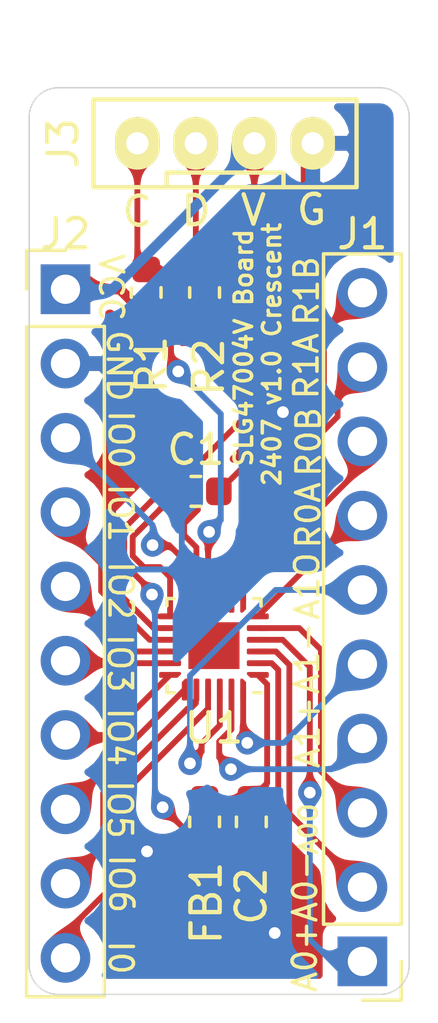
<source format=kicad_pcb>
(kicad_pcb (version 20171130) (host pcbnew "(5.1.2)-1")

  (general
    (thickness 1.6)
    (drawings 29)
    (tracks 197)
    (zones 0)
    (modules 9)
    (nets 24)
  )

  (page A4)
  (title_block
    (title "SLG47004V Board")
    (date 2024-07-07)
    (rev v1.0)
    (company Crescent)
  )

  (layers
    (0 F.Cu signal)
    (31 B.Cu signal)
    (32 B.Adhes user)
    (33 F.Adhes user)
    (34 B.Paste user)
    (35 F.Paste user)
    (36 B.SilkS user)
    (37 F.SilkS user)
    (38 B.Mask user)
    (39 F.Mask user)
    (40 Dwgs.User user)
    (41 Cmts.User user)
    (42 Eco1.User user)
    (43 Eco2.User user)
    (44 Edge.Cuts user)
    (45 Margin user)
    (46 B.CrtYd user hide)
    (47 F.CrtYd user hide)
    (48 B.Fab user hide)
    (49 F.Fab user hide)
  )

  (setup
    (last_trace_width 0.2)
    (trace_clearance 0.18)
    (zone_clearance 0.508)
    (zone_45_only no)
    (trace_min 0.2)
    (via_size 0.8)
    (via_drill 0.4)
    (via_min_size 0.4)
    (via_min_drill 0.3)
    (uvia_size 0.3)
    (uvia_drill 0.1)
    (uvias_allowed no)
    (uvia_min_size 0.2)
    (uvia_min_drill 0.1)
    (edge_width 0.05)
    (segment_width 0.2)
    (pcb_text_width 0.3)
    (pcb_text_size 1.5 1.5)
    (mod_edge_width 0.12)
    (mod_text_size 1 1)
    (mod_text_width 0.15)
    (pad_size 1.524 1.524)
    (pad_drill 0.762)
    (pad_to_mask_clearance 0.051)
    (solder_mask_min_width 0.25)
    (aux_axis_origin 0 0)
    (visible_elements FFFFFF7F)
    (pcbplotparams
      (layerselection 0x010fc_ffffffff)
      (usegerberextensions true)
      (usegerberattributes false)
      (usegerberadvancedattributes false)
      (creategerberjobfile false)
      (excludeedgelayer true)
      (linewidth 0.100000)
      (plotframeref false)
      (viasonmask false)
      (mode 1)
      (useauxorigin false)
      (hpglpennumber 1)
      (hpglpenspeed 20)
      (hpglpendiameter 15.000000)
      (psnegative false)
      (psa4output false)
      (plotreference true)
      (plotvalue true)
      (plotinvisibletext false)
      (padsonsilk false)
      (subtractmaskfromsilk true)
      (outputformat 1)
      (mirror false)
      (drillshape 0)
      (scaleselection 1)
      (outputdirectory "GERBER/"))
  )

  (net 0 "")
  (net 1 /AGND)
  (net 2 /VDD)
  (net 3 /VDDA)
  (net 4 /RH1_B)
  (net 5 /RH1_A)
  (net 6 /RH0_B)
  (net 7 /RH0_A)
  (net 8 /OA1_OUT)
  (net 9 /OA1-)
  (net 10 /OA1+)
  (net 11 /OA0_OUT)
  (net 12 /OA0-)
  (net 13 /OA0+)
  (net 14 /I0)
  (net 15 /IO6)
  (net 16 /IO5)
  (net 17 /IO4)
  (net 18 /IO3)
  (net 19 /IO2)
  (net 20 /IO1)
  (net 21 /IO0)
  (net 22 /SDA)
  (net 23 /SCL)

  (net_class Default "これはデフォルトのネット クラスです。"
    (clearance 0.18)
    (trace_width 0.2)
    (via_dia 0.8)
    (via_drill 0.4)
    (uvia_dia 0.3)
    (uvia_drill 0.1)
    (add_net /AGND)
    (add_net /I0)
    (add_net /IO0)
    (add_net /IO1)
    (add_net /IO2)
    (add_net /IO3)
    (add_net /IO4)
    (add_net /IO5)
    (add_net /IO6)
    (add_net /OA0+)
    (add_net /OA0-)
    (add_net /OA0_OUT)
    (add_net /OA1+)
    (add_net /OA1-)
    (add_net /OA1_OUT)
    (add_net /RH0_A)
    (add_net /RH0_B)
    (add_net /RH1_A)
    (add_net /RH1_B)
    (add_net /SCL)
    (add_net /SDA)
    (add_net /VDDA)
  )

  (net_class POW ""
    (clearance 0.18)
    (trace_width 0.35)
    (via_dia 0.8)
    (via_drill 0.4)
    (uvia_dia 0.3)
    (uvia_drill 0.1)
    (add_net /VDD)
  )

  (module Package_DFN_QFN2:QFN-24-1EP_3x3mm_P0.4mm_EP1.75x1.6mm (layer F.Cu) (tedit 5DC5F6A3) (tstamp 6688F3E0)
    (at 147.32 92.075 180)
    (descr "QFN, 24 Pin (https://www.invensense.com/wp-content/uploads/2015/02/PS-MPU-9250A-01-v1.1.pdf#page=39), generated with kicad-footprint-generator ipc_noLead_generator.py")
    (tags "QFN NoLead")
    (path /66889EF3)
    (attr smd)
    (fp_text reference U1 (at 0 -2.82) (layer F.SilkS)
      (effects (font (size 1 1) (thickness 0.15)))
    )
    (fp_text value SLG47004 (at 0 2.82) (layer F.Fab)
      (effects (font (size 1 1) (thickness 0.15)))
    )
    (fp_text user %R (at 0 0) (layer F.Fab)
      (effects (font (size 0.75 0.75) (thickness 0.11)))
    )
    (fp_line (start 2.12 -2.12) (end -2.12 -2.12) (layer F.CrtYd) (width 0.05))
    (fp_line (start 2.12 2.12) (end 2.12 -2.12) (layer F.CrtYd) (width 0.05))
    (fp_line (start -2.12 2.12) (end 2.12 2.12) (layer F.CrtYd) (width 0.05))
    (fp_line (start -2.12 -2.12) (end -2.12 2.12) (layer F.CrtYd) (width 0.05))
    (fp_line (start -1.5 -0.75) (end -0.75 -1.5) (layer F.Fab) (width 0.1))
    (fp_line (start -1.5 1.5) (end -1.5 -0.75) (layer F.Fab) (width 0.1))
    (fp_line (start 1.5 1.5) (end -1.5 1.5) (layer F.Fab) (width 0.1))
    (fp_line (start 1.5 -1.5) (end 1.5 1.5) (layer F.Fab) (width 0.1))
    (fp_line (start -0.75 -1.5) (end 1.5 -1.5) (layer F.Fab) (width 0.1))
    (fp_line (start -1.36 -1.61) (end -1.61 -1.61) (layer F.SilkS) (width 0.12))
    (fp_line (start 1.61 1.61) (end 1.61 1.36) (layer F.SilkS) (width 0.12))
    (fp_line (start 1.36 1.61) (end 1.61 1.61) (layer F.SilkS) (width 0.12))
    (fp_line (start -1.61 1.61) (end -1.61 1.36) (layer F.SilkS) (width 0.12))
    (fp_line (start -1.36 1.61) (end -1.61 1.61) (layer F.SilkS) (width 0.12))
    (fp_line (start 1.61 -1.61) (end 1.61 -1.36) (layer F.SilkS) (width 0.12))
    (fp_line (start 1.36 -1.61) (end 1.61 -1.61) (layer F.SilkS) (width 0.12))
    (pad "" smd roundrect (at 0.44 0.4 180) (size 0.71 0.64) (layers F.Paste) (roundrect_rratio 0.25))
    (pad "" smd roundrect (at 0.44 -0.4 180) (size 0.71 0.64) (layers F.Paste) (roundrect_rratio 0.25))
    (pad "" smd roundrect (at -0.44 0.4 180) (size 0.71 0.64) (layers F.Paste) (roundrect_rratio 0.25))
    (pad "" smd roundrect (at -0.44 -0.4 180) (size 0.71 0.64) (layers F.Paste) (roundrect_rratio 0.25))
    (pad 25 smd rect (at 0 0 180) (size 1.75 1.6) (layers F.Cu F.Mask))
    (pad 24 smd custom (at -1 -1.5 180) (size 0.115147 0.115147) (layers F.Cu F.Paste F.Mask)
      (net 9 /OA1-)
      (options (clearance outline) (anchor circle))
      (primitives
        (gr_poly (pts
           (xy -0.06 -0.335) (xy 0.06 -0.335) (xy 0.06 0.335) (xy 0.036569 0.335) (xy -0.06 0.238431)
) (width 0.08))
      ))
    (pad 23 smd roundrect (at -0.6 -1.5 180) (size 0.2 0.75) (layers F.Cu F.Paste F.Mask) (roundrect_rratio 0.25)
      (net 10 /OA1+))
    (pad 22 smd roundrect (at -0.2 -1.5 180) (size 0.2 0.75) (layers F.Cu F.Paste F.Mask) (roundrect_rratio 0.25)
      (net 8 /OA1_OUT))
    (pad 21 smd roundrect (at 0.2 -1.5 180) (size 0.2 0.75) (layers F.Cu F.Paste F.Mask) (roundrect_rratio 0.25)
      (net 14 /I0))
    (pad 20 smd roundrect (at 0.6 -1.5 180) (size 0.2 0.75) (layers F.Cu F.Paste F.Mask) (roundrect_rratio 0.25)
      (net 15 /IO6))
    (pad 19 smd custom (at 1 -1.5 180) (size 0.115147 0.115147) (layers F.Cu F.Paste F.Mask)
      (net 16 /IO5)
      (options (clearance outline) (anchor circle))
      (primitives
        (gr_poly (pts
           (xy -0.06 -0.335) (xy 0.06 -0.335) (xy 0.06 0.238431) (xy -0.036569 0.335) (xy -0.06 0.335)
) (width 0.08))
      ))
    (pad 18 smd custom (at 1.5 -1 180) (size 0.115147 0.115147) (layers F.Cu F.Paste F.Mask)
      (net 17 /IO4)
      (options (clearance outline) (anchor circle))
      (primitives
        (gr_poly (pts
           (xy -0.335 0.036569) (xy -0.238431 -0.06) (xy 0.335 -0.06) (xy 0.335 0.06) (xy -0.335 0.06)
) (width 0.08))
      ))
    (pad 17 smd roundrect (at 1.5 -0.6 180) (size 0.75 0.2) (layers F.Cu F.Paste F.Mask) (roundrect_rratio 0.25)
      (net 18 /IO3))
    (pad 16 smd roundrect (at 1.5 -0.2 180) (size 0.75 0.2) (layers F.Cu F.Paste F.Mask) (roundrect_rratio 0.25)
      (net 19 /IO2))
    (pad 15 smd roundrect (at 1.5 0.2 180) (size 0.75 0.2) (layers F.Cu F.Paste F.Mask) (roundrect_rratio 0.25)
      (net 20 /IO1))
    (pad 14 smd roundrect (at 1.5 0.6 180) (size 0.75 0.2) (layers F.Cu F.Paste F.Mask) (roundrect_rratio 0.25)
      (net 1 /AGND))
    (pad 13 smd custom (at 1.5 1 180) (size 0.115147 0.115147) (layers F.Cu F.Paste F.Mask)
      (net 2 /VDD)
      (options (clearance outline) (anchor circle))
      (primitives
        (gr_poly (pts
           (xy -0.335 -0.06) (xy 0.335 -0.06) (xy 0.335 0.06) (xy -0.238431 0.06) (xy -0.335 -0.036569)
) (width 0.08))
      ))
    (pad 12 smd custom (at 1 1.5 180) (size 0.115147 0.115147) (layers F.Cu F.Paste F.Mask)
      (net 21 /IO0)
      (options (clearance outline) (anchor circle))
      (primitives
        (gr_poly (pts
           (xy -0.06 -0.335) (xy -0.036569 -0.335) (xy 0.06 -0.238431) (xy 0.06 0.335) (xy -0.06 0.335)
) (width 0.08))
      ))
    (pad 11 smd roundrect (at 0.6 1.5 180) (size 0.2 0.75) (layers F.Cu F.Paste F.Mask) (roundrect_rratio 0.25)
      (net 22 /SDA))
    (pad 10 smd roundrect (at 0.2 1.5 180) (size 0.2 0.75) (layers F.Cu F.Paste F.Mask) (roundrect_rratio 0.25)
      (net 23 /SCL))
    (pad 9 smd roundrect (at -0.2 1.5 180) (size 0.2 0.75) (layers F.Cu F.Paste F.Mask) (roundrect_rratio 0.25)
      (net 4 /RH1_B))
    (pad 8 smd roundrect (at -0.6 1.5 180) (size 0.2 0.75) (layers F.Cu F.Paste F.Mask) (roundrect_rratio 0.25)
      (net 5 /RH1_A))
    (pad 7 smd custom (at -1 1.5 180) (size 0.115147 0.115147) (layers F.Cu F.Paste F.Mask)
      (net 6 /RH0_B)
      (options (clearance outline) (anchor circle))
      (primitives
        (gr_poly (pts
           (xy -0.06 -0.238431) (xy 0.036569 -0.335) (xy 0.06 -0.335) (xy 0.06 0.335) (xy -0.06 0.335)
) (width 0.08))
      ))
    (pad 6 smd custom (at -1.5 1 180) (size 0.115147 0.115147) (layers F.Cu F.Paste F.Mask)
      (net 7 /RH0_A)
      (options (clearance outline) (anchor circle))
      (primitives
        (gr_poly (pts
           (xy -0.335 -0.06) (xy 0.335 -0.06) (xy 0.335 -0.036569) (xy 0.238431 0.06) (xy -0.335 0.06)
) (width 0.08))
      ))
    (pad 5 smd roundrect (at -1.5 0.6 180) (size 0.75 0.2) (layers F.Cu F.Paste F.Mask) (roundrect_rratio 0.25)
      (net 11 /OA0_OUT))
    (pad 4 smd roundrect (at -1.5 0.2 180) (size 0.75 0.2) (layers F.Cu F.Paste F.Mask) (roundrect_rratio 0.25)
      (net 13 /OA0+))
    (pad 3 smd roundrect (at -1.5 -0.2 180) (size 0.75 0.2) (layers F.Cu F.Paste F.Mask) (roundrect_rratio 0.25)
      (net 12 /OA0-))
    (pad 2 smd roundrect (at -1.5 -0.6 180) (size 0.75 0.2) (layers F.Cu F.Paste F.Mask) (roundrect_rratio 0.25)
      (net 1 /AGND))
    (pad 1 smd custom (at -1.5 -1 180) (size 0.115147 0.115147) (layers F.Cu F.Paste F.Mask)
      (net 3 /VDDA)
      (options (clearance outline) (anchor circle))
      (primitives
        (gr_poly (pts
           (xy -0.335 -0.06) (xy 0.238431 -0.06) (xy 0.335 0.036569) (xy 0.335 0.06) (xy -0.335 0.06)
) (width 0.08))
      ))
    (model ${KISYS3DMOD}/Package_DFN_QFN.3dshapes/QFN-24-1EP_3x3mm_P0.4mm_EP1.75x1.6mm.wrl
      (at (xyz 0 0 0))
      (scale (xyz 1 1 1))
      (rotate (xyz 0 0 0))
    )
  )

  (module Resistor_SMD:R_0603_1608Metric (layer F.Cu) (tedit 5B301BBD) (tstamp 6688F3AE)
    (at 147 80 90)
    (descr "Resistor SMD 0603 (1608 Metric), square (rectangular) end terminal, IPC_7351 nominal, (Body size source: http://www.tortai-tech.com/upload/download/2011102023233369053.pdf), generated with kicad-footprint-generator")
    (tags resistor)
    (path /66894FD5)
    (attr smd)
    (fp_text reference R2 (at -2.55 0.14 90) (layer F.SilkS)
      (effects (font (size 1 1) (thickness 0.15)))
    )
    (fp_text value 10k (at 0 1.43 90) (layer F.Fab)
      (effects (font (size 1 1) (thickness 0.15)))
    )
    (fp_text user %R (at 0 0 90) (layer F.Fab)
      (effects (font (size 0.4 0.4) (thickness 0.06)))
    )
    (fp_line (start 1.48 0.73) (end -1.48 0.73) (layer F.CrtYd) (width 0.05))
    (fp_line (start 1.48 -0.73) (end 1.48 0.73) (layer F.CrtYd) (width 0.05))
    (fp_line (start -1.48 -0.73) (end 1.48 -0.73) (layer F.CrtYd) (width 0.05))
    (fp_line (start -1.48 0.73) (end -1.48 -0.73) (layer F.CrtYd) (width 0.05))
    (fp_line (start -0.162779 0.51) (end 0.162779 0.51) (layer F.SilkS) (width 0.12))
    (fp_line (start -0.162779 -0.51) (end 0.162779 -0.51) (layer F.SilkS) (width 0.12))
    (fp_line (start 0.8 0.4) (end -0.8 0.4) (layer F.Fab) (width 0.1))
    (fp_line (start 0.8 -0.4) (end 0.8 0.4) (layer F.Fab) (width 0.1))
    (fp_line (start -0.8 -0.4) (end 0.8 -0.4) (layer F.Fab) (width 0.1))
    (fp_line (start -0.8 0.4) (end -0.8 -0.4) (layer F.Fab) (width 0.1))
    (pad 2 smd roundrect (at 0.7875 0 90) (size 0.875 0.95) (layers F.Cu F.Paste F.Mask) (roundrect_rratio 0.25)
      (net 22 /SDA))
    (pad 1 smd roundrect (at -0.7875 0 90) (size 0.875 0.95) (layers F.Cu F.Paste F.Mask) (roundrect_rratio 0.25)
      (net 2 /VDD))
    (model ${KISYS3DMOD}/Resistor_SMD.3dshapes/R_0603_1608Metric.wrl
      (at (xyz 0 0 0))
      (scale (xyz 1 1 1))
      (rotate (xyz 0 0 0))
    )
  )

  (module Resistor_SMD:R_0603_1608Metric (layer F.Cu) (tedit 5B301BBD) (tstamp 6688F39D)
    (at 145 80 90)
    (descr "Resistor SMD 0603 (1608 Metric), square (rectangular) end terminal, IPC_7351 nominal, (Body size source: http://www.tortai-tech.com/upload/download/2011102023233369053.pdf), generated with kicad-footprint-generator")
    (tags resistor)
    (path /6688AFEA)
    (attr smd)
    (fp_text reference R1 (at -2.47 0.18 90) (layer F.SilkS)
      (effects (font (size 1 1) (thickness 0.15)))
    )
    (fp_text value 10k (at 0 1.43 90) (layer F.Fab)
      (effects (font (size 1 1) (thickness 0.15)))
    )
    (fp_text user %R (at 0 0 90) (layer F.Fab)
      (effects (font (size 0.4 0.4) (thickness 0.06)))
    )
    (fp_line (start 1.48 0.73) (end -1.48 0.73) (layer F.CrtYd) (width 0.05))
    (fp_line (start 1.48 -0.73) (end 1.48 0.73) (layer F.CrtYd) (width 0.05))
    (fp_line (start -1.48 -0.73) (end 1.48 -0.73) (layer F.CrtYd) (width 0.05))
    (fp_line (start -1.48 0.73) (end -1.48 -0.73) (layer F.CrtYd) (width 0.05))
    (fp_line (start -0.162779 0.51) (end 0.162779 0.51) (layer F.SilkS) (width 0.12))
    (fp_line (start -0.162779 -0.51) (end 0.162779 -0.51) (layer F.SilkS) (width 0.12))
    (fp_line (start 0.8 0.4) (end -0.8 0.4) (layer F.Fab) (width 0.1))
    (fp_line (start 0.8 -0.4) (end 0.8 0.4) (layer F.Fab) (width 0.1))
    (fp_line (start -0.8 -0.4) (end 0.8 -0.4) (layer F.Fab) (width 0.1))
    (fp_line (start -0.8 0.4) (end -0.8 -0.4) (layer F.Fab) (width 0.1))
    (pad 2 smd roundrect (at 0.7875 0 90) (size 0.875 0.95) (layers F.Cu F.Paste F.Mask) (roundrect_rratio 0.25)
      (net 23 /SCL))
    (pad 1 smd roundrect (at -0.7875 0 90) (size 0.875 0.95) (layers F.Cu F.Paste F.Mask) (roundrect_rratio 0.25)
      (net 2 /VDD))
    (model ${KISYS3DMOD}/Resistor_SMD.3dshapes/R_0603_1608Metric.wrl
      (at (xyz 0 0 0))
      (scale (xyz 1 1 1))
      (rotate (xyz 0 0 0))
    )
  )

  (module GroveCon:GROVE (layer F.Cu) (tedit 5A912222) (tstamp 6688F38C)
    (at 144.7 74.9)
    (path /6688AC95)
    (fp_text reference J3 (at -2.54 0 90) (layer F.SilkS)
      (effects (font (size 1 1) (thickness 0.15)))
    )
    (fp_text value Grove (at 0.5 -3) (layer F.Fab)
      (effects (font (size 1 1) (thickness 0.15)))
    )
    (fp_line (start 7.5 1.5) (end 3 1.5) (layer F.SilkS) (width 0.15))
    (fp_line (start 7.5 -1.5) (end 7.5 1.5) (layer F.SilkS) (width 0.15))
    (fp_line (start -1.5 -1.5) (end 7.5 -1.5) (layer F.SilkS) (width 0.15))
    (fp_line (start -1.5 1.5) (end -1.5 -1.5) (layer F.SilkS) (width 0.15))
    (fp_line (start 3 1.5) (end -1.5 1.5) (layer F.SilkS) (width 0.15))
    (fp_line (start 1 1) (end 1 1.5) (layer F.SilkS) (width 0.15))
    (fp_line (start 5 1) (end 1 1) (layer F.SilkS) (width 0.15))
    (fp_line (start 5 1.5) (end 5 1) (layer F.SilkS) (width 0.15))
    (fp_text user G (at 5.96 2.27) (layer F.SilkS)
      (effects (font (size 1 1) (thickness 0.15)))
    )
    (fp_text user V (at 3.97 2.29) (layer F.SilkS)
      (effects (font (size 1 1) (thickness 0.15)))
    )
    (fp_text user D (at 2.01 2.31) (layer F.SilkS)
      (effects (font (size 1 1) (thickness 0.15)))
    )
    (fp_text user C (at -0.01 2.33) (layer F.SilkS)
      (effects (font (size 1 1) (thickness 0.15)))
    )
    (pad 4 thru_hole oval (at 6 0) (size 1.524 1.8) (drill 0.762) (layers *.Cu *.Paste *.Mask F.SilkS)
      (net 1 /AGND))
    (pad 3 thru_hole oval (at 4 0) (size 1.524 1.8) (drill 0.762) (layers *.Cu *.Paste *.Mask F.SilkS)
      (net 2 /VDD))
    (pad 2 thru_hole oval (at 2 0) (size 1.524 1.8) (drill 0.762) (layers *.Cu *.Paste *.Mask F.SilkS)
      (net 22 /SDA))
    (pad 1 thru_hole oval (at 0 0) (size 1.524 1.8) (drill 0.762) (layers *.Cu *.Paste *.Mask F.SilkS)
      (net 23 /SCL))
  )

  (module Connector_PinHeader_2.54mm:PinHeader_1x10_P2.54mm_Vertical (layer F.Cu) (tedit 59FED5CC) (tstamp 6688F378)
    (at 142.24 79.89)
    (descr "Through hole straight pin header, 1x10, 2.54mm pitch, single row")
    (tags "Through hole pin header THT 1x10 2.54mm single row")
    (path /6688BC6F)
    (fp_text reference J2 (at 0 -1.89) (layer F.SilkS)
      (effects (font (size 1 1) (thickness 0.15)))
    )
    (fp_text value Conn_01x10 (at 0 25.19) (layer F.Fab)
      (effects (font (size 1 1) (thickness 0.15)))
    )
    (fp_text user %R (at 0 11.43 90) (layer F.Fab)
      (effects (font (size 1 1) (thickness 0.15)))
    )
    (fp_line (start 1.8 -1.8) (end -1.8 -1.8) (layer F.CrtYd) (width 0.05))
    (fp_line (start 1.8 24.65) (end 1.8 -1.8) (layer F.CrtYd) (width 0.05))
    (fp_line (start -1.8 24.65) (end 1.8 24.65) (layer F.CrtYd) (width 0.05))
    (fp_line (start -1.8 -1.8) (end -1.8 24.65) (layer F.CrtYd) (width 0.05))
    (fp_line (start -1.33 -1.33) (end 0 -1.33) (layer F.SilkS) (width 0.12))
    (fp_line (start -1.33 0) (end -1.33 -1.33) (layer F.SilkS) (width 0.12))
    (fp_line (start -1.33 1.27) (end 1.33 1.27) (layer F.SilkS) (width 0.12))
    (fp_line (start 1.33 1.27) (end 1.33 24.19) (layer F.SilkS) (width 0.12))
    (fp_line (start -1.33 1.27) (end -1.33 24.19) (layer F.SilkS) (width 0.12))
    (fp_line (start -1.33 24.19) (end 1.33 24.19) (layer F.SilkS) (width 0.12))
    (fp_line (start -1.27 -0.635) (end -0.635 -1.27) (layer F.Fab) (width 0.1))
    (fp_line (start -1.27 24.13) (end -1.27 -0.635) (layer F.Fab) (width 0.1))
    (fp_line (start 1.27 24.13) (end -1.27 24.13) (layer F.Fab) (width 0.1))
    (fp_line (start 1.27 -1.27) (end 1.27 24.13) (layer F.Fab) (width 0.1))
    (fp_line (start -0.635 -1.27) (end 1.27 -1.27) (layer F.Fab) (width 0.1))
    (pad 10 thru_hole oval (at 0 22.86) (size 1.7 1.7) (drill 1) (layers *.Cu *.Mask)
      (net 14 /I0))
    (pad 9 thru_hole oval (at 0 20.32) (size 1.7 1.7) (drill 1) (layers *.Cu *.Mask)
      (net 15 /IO6))
    (pad 8 thru_hole oval (at 0 17.78) (size 1.7 1.7) (drill 1) (layers *.Cu *.Mask)
      (net 16 /IO5))
    (pad 7 thru_hole oval (at 0 15.24) (size 1.7 1.7) (drill 1) (layers *.Cu *.Mask)
      (net 17 /IO4))
    (pad 6 thru_hole oval (at 0 12.7) (size 1.7 1.7) (drill 1) (layers *.Cu *.Mask)
      (net 18 /IO3))
    (pad 5 thru_hole oval (at 0 10.16) (size 1.7 1.7) (drill 1) (layers *.Cu *.Mask)
      (net 19 /IO2))
    (pad 4 thru_hole oval (at 0 7.62) (size 1.7 1.7) (drill 1) (layers *.Cu *.Mask)
      (net 20 /IO1))
    (pad 3 thru_hole oval (at 0 5.08) (size 1.7 1.7) (drill 1) (layers *.Cu *.Mask)
      (net 21 /IO0))
    (pad 2 thru_hole oval (at 0 2.54) (size 1.7 1.7) (drill 1) (layers *.Cu *.Mask)
      (net 1 /AGND))
    (pad 1 thru_hole rect (at 0 0) (size 1.7 1.7) (drill 1) (layers *.Cu *.Mask)
      (net 2 /VDD))
    (model ${KISYS3DMOD}/Connector_PinHeader_2.54mm.3dshapes/PinHeader_1x10_P2.54mm_Vertical.wrl
      (at (xyz 0 0 0))
      (scale (xyz 1 1 1))
      (rotate (xyz 0 0 0))
    )
  )

  (module Connector_PinHeader_2.54mm:PinHeader_1x10_P2.54mm_Vertical (layer F.Cu) (tedit 59FED5CC) (tstamp 6688F35A)
    (at 152.4 102.87 180)
    (descr "Through hole straight pin header, 1x10, 2.54mm pitch, single row")
    (tags "Through hole pin header THT 1x10 2.54mm single row")
    (path /6688CDFC)
    (fp_text reference J1 (at 0 24.87) (layer F.SilkS)
      (effects (font (size 1 1) (thickness 0.15)))
    )
    (fp_text value Conn_01x10 (at 0 25.19) (layer F.Fab)
      (effects (font (size 1 1) (thickness 0.15)))
    )
    (fp_text user %R (at 0 11.43 90) (layer F.Fab)
      (effects (font (size 1 1) (thickness 0.15)))
    )
    (fp_line (start 1.8 -1.8) (end -1.8 -1.8) (layer F.CrtYd) (width 0.05))
    (fp_line (start 1.8 24.65) (end 1.8 -1.8) (layer F.CrtYd) (width 0.05))
    (fp_line (start -1.8 24.65) (end 1.8 24.65) (layer F.CrtYd) (width 0.05))
    (fp_line (start -1.8 -1.8) (end -1.8 24.65) (layer F.CrtYd) (width 0.05))
    (fp_line (start -1.33 -1.33) (end 0 -1.33) (layer F.SilkS) (width 0.12))
    (fp_line (start -1.33 0) (end -1.33 -1.33) (layer F.SilkS) (width 0.12))
    (fp_line (start -1.33 1.27) (end 1.33 1.27) (layer F.SilkS) (width 0.12))
    (fp_line (start 1.33 1.27) (end 1.33 24.19) (layer F.SilkS) (width 0.12))
    (fp_line (start -1.33 1.27) (end -1.33 24.19) (layer F.SilkS) (width 0.12))
    (fp_line (start -1.33 24.19) (end 1.33 24.19) (layer F.SilkS) (width 0.12))
    (fp_line (start -1.27 -0.635) (end -0.635 -1.27) (layer F.Fab) (width 0.1))
    (fp_line (start -1.27 24.13) (end -1.27 -0.635) (layer F.Fab) (width 0.1))
    (fp_line (start 1.27 24.13) (end -1.27 24.13) (layer F.Fab) (width 0.1))
    (fp_line (start 1.27 -1.27) (end 1.27 24.13) (layer F.Fab) (width 0.1))
    (fp_line (start -0.635 -1.27) (end 1.27 -1.27) (layer F.Fab) (width 0.1))
    (pad 10 thru_hole oval (at 0 22.86 180) (size 1.7 1.7) (drill 1) (layers *.Cu *.Mask)
      (net 4 /RH1_B))
    (pad 9 thru_hole oval (at 0 20.32 180) (size 1.7 1.7) (drill 1) (layers *.Cu *.Mask)
      (net 5 /RH1_A))
    (pad 8 thru_hole oval (at 0 17.78 180) (size 1.7 1.7) (drill 1) (layers *.Cu *.Mask)
      (net 6 /RH0_B))
    (pad 7 thru_hole oval (at 0 15.24 180) (size 1.7 1.7) (drill 1) (layers *.Cu *.Mask)
      (net 7 /RH0_A))
    (pad 6 thru_hole oval (at 0 12.7 180) (size 1.7 1.7) (drill 1) (layers *.Cu *.Mask)
      (net 8 /OA1_OUT))
    (pad 5 thru_hole oval (at 0 10.16 180) (size 1.7 1.7) (drill 1) (layers *.Cu *.Mask)
      (net 9 /OA1-))
    (pad 4 thru_hole oval (at 0 7.62 180) (size 1.7 1.7) (drill 1) (layers *.Cu *.Mask)
      (net 10 /OA1+))
    (pad 3 thru_hole oval (at 0 5.08 180) (size 1.7 1.7) (drill 1) (layers *.Cu *.Mask)
      (net 11 /OA0_OUT))
    (pad 2 thru_hole oval (at 0 2.54 180) (size 1.7 1.7) (drill 1) (layers *.Cu *.Mask)
      (net 12 /OA0-))
    (pad 1 thru_hole rect (at 0 0 180) (size 1.7 1.7) (drill 1) (layers *.Cu *.Mask)
      (net 13 /OA0+))
    (model ${KISYS3DMOD}/Connector_PinHeader_2.54mm.3dshapes/PinHeader_1x10_P2.54mm_Vertical.wrl
      (at (xyz 0 0 0))
      (scale (xyz 1 1 1))
      (rotate (xyz 0 0 0))
    )
  )

  (module Inductor_SMD:L_0603_1608Metric (layer F.Cu) (tedit 5B301BBE) (tstamp 6688F33C)
    (at 147 98.1 90)
    (descr "Inductor SMD 0603 (1608 Metric), square (rectangular) end terminal, IPC_7351 nominal, (Body size source: http://www.tortai-tech.com/upload/download/2011102023233369053.pdf), generated with kicad-footprint-generator")
    (tags inductor)
    (path /6688A894)
    (attr smd)
    (fp_text reference FB1 (at -2.775 0.06 90) (layer F.SilkS)
      (effects (font (size 1 1) (thickness 0.15)))
    )
    (fp_text value 1k (at 0 1.43 90) (layer F.Fab)
      (effects (font (size 1 1) (thickness 0.15)))
    )
    (fp_text user %R (at 0 0 90) (layer F.Fab)
      (effects (font (size 0.4 0.4) (thickness 0.06)))
    )
    (fp_line (start 1.48 0.73) (end -1.48 0.73) (layer F.CrtYd) (width 0.05))
    (fp_line (start 1.48 -0.73) (end 1.48 0.73) (layer F.CrtYd) (width 0.05))
    (fp_line (start -1.48 -0.73) (end 1.48 -0.73) (layer F.CrtYd) (width 0.05))
    (fp_line (start -1.48 0.73) (end -1.48 -0.73) (layer F.CrtYd) (width 0.05))
    (fp_line (start -0.162779 0.51) (end 0.162779 0.51) (layer F.SilkS) (width 0.12))
    (fp_line (start -0.162779 -0.51) (end 0.162779 -0.51) (layer F.SilkS) (width 0.12))
    (fp_line (start 0.8 0.4) (end -0.8 0.4) (layer F.Fab) (width 0.1))
    (fp_line (start 0.8 -0.4) (end 0.8 0.4) (layer F.Fab) (width 0.1))
    (fp_line (start -0.8 -0.4) (end 0.8 -0.4) (layer F.Fab) (width 0.1))
    (fp_line (start -0.8 0.4) (end -0.8 -0.4) (layer F.Fab) (width 0.1))
    (pad 2 smd roundrect (at 0.7875 0 90) (size 0.875 0.95) (layers F.Cu F.Paste F.Mask) (roundrect_rratio 0.25)
      (net 3 /VDDA))
    (pad 1 smd roundrect (at -0.7875 0 90) (size 0.875 0.95) (layers F.Cu F.Paste F.Mask) (roundrect_rratio 0.25)
      (net 2 /VDD))
    (model ${KISYS3DMOD}/Inductor_SMD.3dshapes/L_0603_1608Metric.wrl
      (at (xyz 0 0 0))
      (scale (xyz 1 1 1))
      (rotate (xyz 0 0 0))
    )
  )

  (module Capacitor_SMD:C_0603_1608Metric (layer F.Cu) (tedit 5B301BBE) (tstamp 6688F32B)
    (at 148.6 98.1 270)
    (descr "Capacitor SMD 0603 (1608 Metric), square (rectangular) end terminal, IPC_7351 nominal, (Body size source: http://www.tortai-tech.com/upload/download/2011102023233369053.pdf), generated with kicad-footprint-generator")
    (tags capacitor)
    (path /6688A58F)
    (attr smd)
    (fp_text reference C2 (at 2.54 0 90) (layer F.SilkS)
      (effects (font (size 1 1) (thickness 0.15)))
    )
    (fp_text value 0.1u (at 0 1.43 90) (layer F.Fab)
      (effects (font (size 1 1) (thickness 0.15)))
    )
    (fp_text user %R (at 0 0 90) (layer F.Fab)
      (effects (font (size 0.4 0.4) (thickness 0.06)))
    )
    (fp_line (start 1.48 0.73) (end -1.48 0.73) (layer F.CrtYd) (width 0.05))
    (fp_line (start 1.48 -0.73) (end 1.48 0.73) (layer F.CrtYd) (width 0.05))
    (fp_line (start -1.48 -0.73) (end 1.48 -0.73) (layer F.CrtYd) (width 0.05))
    (fp_line (start -1.48 0.73) (end -1.48 -0.73) (layer F.CrtYd) (width 0.05))
    (fp_line (start -0.162779 0.51) (end 0.162779 0.51) (layer F.SilkS) (width 0.12))
    (fp_line (start -0.162779 -0.51) (end 0.162779 -0.51) (layer F.SilkS) (width 0.12))
    (fp_line (start 0.8 0.4) (end -0.8 0.4) (layer F.Fab) (width 0.1))
    (fp_line (start 0.8 -0.4) (end 0.8 0.4) (layer F.Fab) (width 0.1))
    (fp_line (start -0.8 -0.4) (end 0.8 -0.4) (layer F.Fab) (width 0.1))
    (fp_line (start -0.8 0.4) (end -0.8 -0.4) (layer F.Fab) (width 0.1))
    (pad 2 smd roundrect (at 0.7875 0 270) (size 0.875 0.95) (layers F.Cu F.Paste F.Mask) (roundrect_rratio 0.25)
      (net 1 /AGND))
    (pad 1 smd roundrect (at -0.7875 0 270) (size 0.875 0.95) (layers F.Cu F.Paste F.Mask) (roundrect_rratio 0.25)
      (net 3 /VDDA))
    (model ${KISYS3DMOD}/Capacitor_SMD.3dshapes/C_0603_1608Metric.wrl
      (at (xyz 0 0 0))
      (scale (xyz 1 1 1))
      (rotate (xyz 0 0 0))
    )
  )

  (module Capacitor_SMD:C_0603_1608Metric (layer F.Cu) (tedit 5B301BBE) (tstamp 6688F31A)
    (at 146.7 86.8)
    (descr "Capacitor SMD 0603 (1608 Metric), square (rectangular) end terminal, IPC_7351 nominal, (Body size source: http://www.tortai-tech.com/upload/download/2011102023233369053.pdf), generated with kicad-footprint-generator")
    (tags capacitor)
    (path /668960D8)
    (attr smd)
    (fp_text reference C1 (at 0 -1.43) (layer F.SilkS)
      (effects (font (size 1 1) (thickness 0.15)))
    )
    (fp_text value 0.1u (at 0 1.43) (layer F.Fab)
      (effects (font (size 1 1) (thickness 0.15)))
    )
    (fp_text user %R (at 0 0) (layer F.Fab)
      (effects (font (size 0.4 0.4) (thickness 0.06)))
    )
    (fp_line (start 1.48 0.73) (end -1.48 0.73) (layer F.CrtYd) (width 0.05))
    (fp_line (start 1.48 -0.73) (end 1.48 0.73) (layer F.CrtYd) (width 0.05))
    (fp_line (start -1.48 -0.73) (end 1.48 -0.73) (layer F.CrtYd) (width 0.05))
    (fp_line (start -1.48 0.73) (end -1.48 -0.73) (layer F.CrtYd) (width 0.05))
    (fp_line (start -0.162779 0.51) (end 0.162779 0.51) (layer F.SilkS) (width 0.12))
    (fp_line (start -0.162779 -0.51) (end 0.162779 -0.51) (layer F.SilkS) (width 0.12))
    (fp_line (start 0.8 0.4) (end -0.8 0.4) (layer F.Fab) (width 0.1))
    (fp_line (start 0.8 -0.4) (end 0.8 0.4) (layer F.Fab) (width 0.1))
    (fp_line (start -0.8 -0.4) (end 0.8 -0.4) (layer F.Fab) (width 0.1))
    (fp_line (start -0.8 0.4) (end -0.8 -0.4) (layer F.Fab) (width 0.1))
    (pad 2 smd roundrect (at 0.7875 0) (size 0.875 0.95) (layers F.Cu F.Paste F.Mask) (roundrect_rratio 0.25)
      (net 1 /AGND))
    (pad 1 smd roundrect (at -0.7875 0) (size 0.875 0.95) (layers F.Cu F.Paste F.Mask) (roundrect_rratio 0.25)
      (net 2 /VDD))
    (model ${KISYS3DMOD}/Capacitor_SMD.3dshapes/C_0603_1608Metric.wrl
      (at (xyz 0 0 0))
      (scale (xyz 1 1 1))
      (rotate (xyz 0 0 0))
    )
  )

  (gr_arc (start 153 103) (end 153 104) (angle -90) (layer Edge.Cuts) (width 0.05))
  (gr_arc (start 142 103) (end 141 103) (angle -90) (layer Edge.Cuts) (width 0.05))
  (gr_arc (start 153 74) (end 154 74) (angle -90) (layer Edge.Cuts) (width 0.05))
  (gr_arc (start 142 74) (end 142 73) (angle -90) (layer Edge.Cuts) (width 0.05))
  (gr_text "SLG47004V Board\n2407 v1.0 Crescent " (at 148.82 81.89 90) (layer F.SilkS)
    (effects (font (size 0.6 0.6) (thickness 0.12)))
  )
  (gr_text R1B (at 150.49 79.95 90) (layer F.SilkS) (tstamp 66890DD3)
    (effects (font (size 0.8 0.8) (thickness 0.12)))
  )
  (gr_text R1A (at 150.48 82.52 90) (layer F.SilkS) (tstamp 66890DD0)
    (effects (font (size 0.8 0.8) (thickness 0.12)))
  )
  (gr_text R0B (at 150.56 85.11 90) (layer F.SilkS) (tstamp 66890DCD)
    (effects (font (size 0.8 0.8) (thickness 0.12)))
  )
  (gr_text R0A (at 150.55 87.62 90) (layer F.SilkS) (tstamp 66890DCA)
    (effects (font (size 0.8 0.8) (thickness 0.12)))
  )
  (gr_text A1O (at 150.51 90.04 90) (layer F.SilkS) (tstamp 66890DC7)
    (effects (font (size 0.8 0.8) (thickness 0.12)))
  )
  (gr_text A1- (at 150.5 92.51 90) (layer F.SilkS) (tstamp 66890DC2)
    (effects (font (size 0.8 0.8) (thickness 0.12)))
  )
  (gr_text A1+ (at 150.52 95.04 90) (layer F.SilkS) (tstamp 66890DBF)
    (effects (font (size 0.8 0.8) (thickness 0.12)))
  )
  (gr_text A0O (at 150.55 98.34 90) (layer F.SilkS) (tstamp 66890D9A)
    (effects (font (size 0.6 0.6) (thickness 0.12)))
  )
  (gr_text A0- (at 150.44 100.31 90) (layer F.SilkS) (tstamp 66890D96)
    (effects (font (size 0.8 0.8) (thickness 0.12)))
  )
  (gr_text A0+ (at 150.43 102.7 90) (layer F.SilkS) (tstamp 66890D90)
    (effects (font (size 0.8 0.8) (thickness 0.12)))
  )
  (gr_text I0 (at 144.13 102.74 270) (layer F.SilkS) (tstamp 66890D8D)
    (effects (font (size 0.8 0.8) (thickness 0.12)))
  )
  (gr_text IO6 (at 144.15 100.22 270) (layer F.SilkS) (tstamp 66890D8A)
    (effects (font (size 0.8 0.8) (thickness 0.12)))
  )
  (gr_text IO5 (at 144.1 97.68 270) (layer F.SilkS) (tstamp 66890D87)
    (effects (font (size 0.8 0.8) (thickness 0.12)))
  )
  (gr_text IO4 (at 144.1 95.2 270) (layer F.SilkS) (tstamp 66890D84)
    (effects (font (size 0.8 0.8) (thickness 0.12)))
  )
  (gr_text IO3 (at 144.1 92.68 270) (layer F.SilkS) (tstamp 66890D81)
    (effects (font (size 0.8 0.8) (thickness 0.12)))
  )
  (gr_text IO2 (at 144.13 90.19 270) (layer F.SilkS) (tstamp 66890D7E)
    (effects (font (size 0.8 0.8) (thickness 0.12)))
  )
  (gr_text IO1 (at 144.12 87.54 270) (layer F.SilkS) (tstamp 66890D7B)
    (effects (font (size 0.8 0.8) (thickness 0.12)))
  )
  (gr_text IO0 (at 144.13 85.03 270) (layer F.SilkS) (tstamp 66890D3A)
    (effects (font (size 0.8 0.8) (thickness 0.12)))
  )
  (gr_text GND (at 144.07 82.51 270) (layer F.SilkS) (tstamp 66890D37)
    (effects (font (size 0.8 0.8) (thickness 0.12)))
  )
  (gr_text VCC (at 143.8 79.83 270) (layer F.SilkS)
    (effects (font (size 0.8 0.8) (thickness 0.12)))
  )
  (gr_line (start 141 103) (end 141 74) (layer Edge.Cuts) (width 0.05) (tstamp 6688FD22))
  (gr_line (start 153 104) (end 142 104) (layer Edge.Cuts) (width 0.05))
  (gr_line (start 154 74) (end 154 103) (layer Edge.Cuts) (width 0.05))
  (gr_line (start 142 73) (end 153 73) (layer Edge.Cuts) (width 0.05))

  (segment (start 148.6 98.8875) (end 148.9457 98.5418) (width 0.2) (layer F.Cu) (net 1))
  (segment (start 148.9457 98.5418) (end 149.499 98.5418) (width 0.2) (layer F.Cu) (net 1))
  (segment (start 142.24 82.43) (end 143.2752 82.43) (width 0.2) (layer B.Cu) (net 1))
  (segment (start 149.6616 101.6384) (end 149.4 101.9) (width 0.2) (layer F.Cu) (net 1))
  (segment (start 149.6616 98.7044) (end 149.6616 101.6384) (width 0.2) (layer F.Cu) (net 1))
  (via (at 149.4 101.9) (size 0.8) (drill 0.4) (layers F.Cu B.Cu) (net 1))
  (segment (start 149.499 98.5418) (end 149.6616 98.7044) (width 0.2) (layer F.Cu) (net 1))
  (segment (start 149.519989 98.520811) (end 149.499 98.5418) (width 0.2) (layer F.Cu) (net 1))
  (segment (start 149.519989 92.899989) (end 149.519989 98.520811) (width 0.2) (layer F.Cu) (net 1))
  (segment (start 148.82 92.675) (end 149.295 92.675) (width 0.2) (layer F.Cu) (net 1))
  (segment (start 149.295 92.675) (end 149.519989 92.899989) (width 0.2) (layer F.Cu) (net 1))
  (segment (start 150.7 74.9) (end 150.39 75.21) (width 0.2) (layer F.Cu) (net 1))
  (segment (start 150.39 75.21) (end 150.39 83.8975) (width 0.2) (layer F.Cu) (net 1))
  (segment (start 147.82 101.9) (end 149.4 101.9) (width 0.2) (layer B.Cu) (net 1))
  (segment (start 146.22 85.3748) (end 146.22 89.19) (width 0.2) (layer B.Cu) (net 1))
  (segment (start 143.2752 82.43) (end 146.22 85.3748) (width 0.2) (layer B.Cu) (net 1))
  (segment (start 145.94 89.47) (end 144.53 89.47) (width 0.2) (layer B.Cu) (net 1))
  (segment (start 146.22 89.19) (end 145.94 89.47) (width 0.2) (layer B.Cu) (net 1))
  (segment (start 144.53 89.47) (end 144.10615 89.89385) (width 0.2) (layer B.Cu) (net 1))
  (segment (start 144.10615 89.89385) (end 144.10615 98.18615) (width 0.2) (layer B.Cu) (net 1))
  (segment (start 150.7 76.65) (end 150.7 74.9) (width 0.2) (layer B.Cu) (net 1))
  (segment (start 143.2752 82.43) (end 144.92 82.43) (width 0.2) (layer B.Cu) (net 1))
  (segment (start 144.92 82.43) (end 150.7 76.65) (width 0.2) (layer B.Cu) (net 1))
  (via (at 149.68 84.09) (size 0.8) (drill 0.4) (layers F.Cu B.Cu) (net 1))
  (segment (start 149.34375 84.42625) (end 149.68 84.09) (width 0.2) (layer F.Cu) (net 1))
  (segment (start 149.34375 84.94375) (end 149.34375 84.42625) (width 0.2) (layer F.Cu) (net 1))
  (segment (start 149.34375 84.94375) (end 147.4875 86.8) (width 0.2) (layer F.Cu) (net 1))
  (segment (start 150.39 83.8975) (end 149.34375 84.94375) (width 0.2) (layer F.Cu) (net 1))
  (segment (start 143.63 82.43) (end 142.24 82.43) (width 0.2) (layer F.Cu) (net 1))
  (segment (start 143.87 82.67) (end 143.63 82.43) (width 0.2) (layer F.Cu) (net 1))
  (segment (start 143.87 90.0877) (end 143.87 82.67) (width 0.2) (layer F.Cu) (net 1))
  (segment (start 145.82 91.475) (end 145.2573 91.475) (width 0.2) (layer F.Cu) (net 1))
  (segment (start 145.2573 91.475) (end 143.87 90.0877) (width 0.2) (layer F.Cu) (net 1))
  (segment (start 148.6 98.8875) (end 148.6 100.19) (width 0.2) (layer F.Cu) (net 1))
  (segment (start 148.6 100.19) (end 148.22 100.57) (width 0.2) (layer F.Cu) (net 1))
  (via (at 145.03 99.11) (size 0.8) (drill 0.4) (layers F.Cu B.Cu) (net 1))
  (segment (start 146.49 100.57) (end 145.03 99.11) (width 0.2) (layer F.Cu) (net 1))
  (segment (start 148.22 100.57) (end 146.49 100.57) (width 0.2) (layer F.Cu) (net 1))
  (segment (start 144.10615 98.18615) (end 145.03 99.11) (width 0.2) (layer B.Cu) (net 1))
  (segment (start 145.03 99.11) (end 147.82 101.9) (width 0.2) (layer B.Cu) (net 1))
  (segment (start 148.7 74.9) (end 148.7 79.0875) (width 0.2) (layer F.Cu) (net 2))
  (segment (start 148.7 79.0875) (end 147 80.7875) (width 0.2) (layer F.Cu) (net 2))
  (segment (start 145.82 91.075) (end 145.475 91.075) (width 0.2) (layer F.Cu) (net 2))
  (segment (start 145.4956 87.3971) (end 145.898 86.995) (width 0.2) (layer F.Cu) (net 2))
  (segment (start 145.9125 86.8) (end 145.898 86.8145) (width 0.2) (layer F.Cu) (net 2))
  (segment (start 145.898 86.8145) (end 145.898 86.995) (width 0.2) (layer F.Cu) (net 2))
  (via (at 145.2 90.3278) (size 0.8) (drill 0.4) (layers F.Cu B.Cu) (net 2))
  (segment (start 144.539988 88.352712) (end 145.4956 87.3971) (width 0.2) (layer F.Cu) (net 2))
  (segment (start 147 98.8875) (end 146.538388 98.425888) (width 0.2) (layer F.Cu) (net 2))
  (segment (start 146.538388 98.425888) (end 146.390868 98.425888) (width 0.2) (layer F.Cu) (net 2))
  (via (at 145.56498 97.6) (size 0.8) (drill 0.4) (layers F.Cu B.Cu) (net 2))
  (segment (start 146.390868 98.425888) (end 145.56498 97.6) (width 0.2) (layer F.Cu) (net 2))
  (segment (start 145.3 97.33502) (end 145.56498 97.6) (width 0.2) (layer B.Cu) (net 2))
  (segment (start 145.3 90.3278) (end 145.3 97.33502) (width 0.2) (layer B.Cu) (net 2))
  (segment (start 144.539988 89.009988) (end 144.539988 88.352712) (width 0.2) (layer F.Cu) (net 2))
  (segment (start 145.82 91.075) (end 145.82 89.735) (width 0.2) (layer F.Cu) (net 2))
  (segment (start 145.3 90.3278) (end 144.8261 89.8539) (width 0.2) (layer F.Cu) (net 2))
  (segment (start 144.8261 89.8539) (end 144.539988 89.567788) (width 0.2) (layer F.Cu) (net 2))
  (segment (start 145.475 89.39) (end 145.82 89.735) (width 0.2) (layer F.Cu) (net 2))
  (segment (start 144.92 89.39) (end 145.475 89.39) (width 0.2) (layer F.Cu) (net 2))
  (segment (start 144.92 89.39) (end 144.539988 89.009988) (width 0.2) (layer F.Cu) (net 2))
  (segment (start 144.25001 89.27781) (end 144.8261 89.8539) (width 0.2) (layer F.Cu) (net 2))
  (segment (start 144.25001 88.05999) (end 144.25001 89.27781) (width 0.2) (layer F.Cu) (net 2))
  (segment (start 145.9125 86.8) (end 145.51 86.8) (width 0.2) (layer F.Cu) (net 2))
  (segment (start 145.51 86.8) (end 144.25001 88.05999) (width 0.2) (layer F.Cu) (net 2))
  (segment (start 145 80.7875) (end 145 81.4072) (width 0.2) (layer F.Cu) (net 2))
  (segment (start 145 81.4072) (end 145.1153 81.5225) (width 0.2) (layer F.Cu) (net 2))
  (segment (start 143.44 79.89) (end 142.24 79.89) (width 0.35) (layer B.Cu) (net 2))
  (segment (start 143.848 79.89) (end 143.44 79.89) (width 0.35) (layer B.Cu) (net 2))
  (segment (start 148.7 75.038) (end 143.848 79.89) (width 0.35) (layer B.Cu) (net 2))
  (segment (start 148.7 74.9) (end 148.7 75.038) (width 0.35) (layer B.Cu) (net 2))
  (segment (start 144.1025 79.89) (end 145 80.7875) (width 0.35) (layer F.Cu) (net 2))
  (segment (start 142.24 79.89) (end 144.1025 79.89) (width 0.35) (layer F.Cu) (net 2))
  (segment (start 145.9125 84.9125) (end 145 84) (width 0.35) (layer F.Cu) (net 2))
  (segment (start 145.9125 86.8) (end 145.9125 84.9125) (width 0.35) (layer F.Cu) (net 2))
  (segment (start 145 80.7875) (end 145 84) (width 0.35) (layer F.Cu) (net 2))
  (segment (start 148.6 97.3125) (end 147 97.3125) (width 0.2) (layer F.Cu) (net 3))
  (segment (start 149.061612 96.850888) (end 148.6 97.3125) (width 0.2) (layer F.Cu) (net 3))
  (segment (start 149.13998 96.77252) (end 149.061612 96.850888) (width 0.2) (layer F.Cu) (net 3))
  (segment (start 149.13998 93.39498) (end 149.13998 96.77252) (width 0.2) (layer F.Cu) (net 3))
  (segment (start 148.82 93.075) (end 149.13998 93.39498) (width 0.2) (layer F.Cu) (net 3))
  (segment (start 151.0804 81.3296) (end 152.4 80.01) (width 0.2) (layer F.Cu) (net 4))
  (segment (start 151.0804 84.1793) (end 151.0804 81.3296) (width 0.2) (layer F.Cu) (net 4))
  (segment (start 148.5722 86.6875) (end 151.0804 84.1793) (width 0.2) (layer F.Cu) (net 4))
  (segment (start 148.5722 88.4278) (end 148.5722 86.6875) (width 0.2) (layer F.Cu) (net 4))
  (segment (start 147.52 90.575) (end 147.52 89.48) (width 0.2) (layer F.Cu) (net 4))
  (segment (start 147.52 89.48) (end 148.5722 88.4278) (width 0.2) (layer F.Cu) (net 4))
  (segment (start 151.550001 84.247599) (end 151.550001 83.399999) (width 0.2) (layer F.Cu) (net 5))
  (segment (start 151.550001 83.399999) (end 152.4 82.55) (width 0.2) (layer F.Cu) (net 5))
  (segment (start 149.087 86.7106) (end 151.550001 84.247599) (width 0.2) (layer F.Cu) (net 5))
  (segment (start 149.087 88.450416) (end 149.087 86.7106) (width 0.2) (layer F.Cu) (net 5))
  (segment (start 147.92 89.617416) (end 149.087 88.450416) (width 0.2) (layer F.Cu) (net 5))
  (segment (start 147.92 90.575) (end 147.92 89.617416) (width 0.2) (layer F.Cu) (net 5))
  (segment (start 148.32 90.0177) (end 148.32 90.575) (width 0.2) (layer F.Cu) (net 6))
  (segment (start 152.4 85.09) (end 152.4 85.9377) (width 0.2) (layer F.Cu) (net 6))
  (segment (start 152.4 85.9377) (end 148.32 90.0177) (width 0.2) (layer F.Cu) (net 6))
  (segment (start 152.265 87.63) (end 148.82 91.075) (width 0.2) (layer F.Cu) (net 7))
  (segment (start 152.4 87.63) (end 152.265 87.63) (width 0.2) (layer F.Cu) (net 7))
  (via (at 146.5 96.1) (size 0.8) (drill 0.4) (layers F.Cu B.Cu) (net 8))
  (segment (start 146.5 96.1) (end 146.5 93.1) (width 0.2) (layer B.Cu) (net 8))
  (segment (start 149.43 90.17) (end 152.4 90.17) (width 0.2) (layer B.Cu) (net 8))
  (segment (start 146.5 93.1) (end 149.43 90.17) (width 0.2) (layer B.Cu) (net 8))
  (segment (start 147.52 93.575) (end 147.52 94.796152) (width 0.2) (layer F.Cu) (net 8))
  (segment (start 147.52 94.796152) (end 146.899999 95.416153) (width 0.2) (layer F.Cu) (net 8))
  (segment (start 146.899999 95.700001) (end 146.5 96.1) (width 0.2) (layer F.Cu) (net 8))
  (segment (start 146.899999 95.416153) (end 146.899999 95.700001) (width 0.2) (layer F.Cu) (net 8))
  (via (at 148.45997 95.4) (size 0.8) (drill 0.4) (layers F.Cu B.Cu) (net 9))
  (segment (start 148.32 93.575) (end 148.32 95.26003) (width 0.2) (layer F.Cu) (net 9))
  (segment (start 148.32 95.26003) (end 148.45997 95.4) (width 0.2) (layer F.Cu) (net 9))
  (segment (start 149.025655 95.4) (end 148.45997 95.4) (width 0.2) (layer B.Cu) (net 9))
  (segment (start 149.71 95.4) (end 149.025655 95.4) (width 0.2) (layer B.Cu) (net 9))
  (segment (start 152.4 92.71) (end 149.71 95.4) (width 0.2) (layer B.Cu) (net 9))
  (segment (start 148.465685 96.299994) (end 147.9 96.299994) (width 0.2) (layer B.Cu) (net 10))
  (segment (start 152.4 95.25) (end 151.350006 96.299994) (width 0.2) (layer B.Cu) (net 10))
  (via (at 147.9 96.299994) (size 0.8) (drill 0.4) (layers F.Cu B.Cu) (net 10))
  (segment (start 151.350006 96.299994) (end 148.465685 96.299994) (width 0.2) (layer B.Cu) (net 10))
  (segment (start 147.92 94.933568) (end 147.500001 95.353567) (width 0.2) (layer F.Cu) (net 10))
  (segment (start 147.500001 95.899995) (end 147.9 96.299994) (width 0.2) (layer F.Cu) (net 10))
  (segment (start 147.92 93.575) (end 147.92 94.933568) (width 0.2) (layer F.Cu) (net 10))
  (segment (start 147.500001 95.353567) (end 147.500001 95.899995) (width 0.2) (layer F.Cu) (net 10))
  (segment (start 150.239 91.475) (end 148.82 91.475) (width 0.2) (layer F.Cu) (net 11))
  (segment (start 150.98001 92.21601) (end 150.239 91.475) (width 0.2) (layer F.Cu) (net 11))
  (segment (start 152.4 97.79) (end 150.98001 96.37001) (width 0.2) (layer F.Cu) (net 11))
  (segment (start 150.98001 96.37001) (end 150.98001 92.21601) (width 0.2) (layer F.Cu) (net 11))
  (segment (start 149.9 92.7332) (end 149.9 97.83) (width 0.2) (layer F.Cu) (net 12))
  (segment (start 149.4418 92.275) (end 149.9 92.7332) (width 0.2) (layer F.Cu) (net 12))
  (segment (start 148.82 92.275) (end 149.4418 92.275) (width 0.2) (layer F.Cu) (net 12))
  (segment (start 149.9 97.83) (end 152.4 100.33) (width 0.2) (layer F.Cu) (net 12))
  (via (at 150.6 97.1) (size 0.8) (drill 0.4) (layers F.Cu B.Cu) (net 13))
  (segment (start 151.35 102.87) (end 152.4 102.87) (width 0.2) (layer B.Cu) (net 13))
  (segment (start 150.6 102.12) (end 151.35 102.87) (width 0.2) (layer B.Cu) (net 13))
  (segment (start 150.6 97.1) (end 150.6 102.12) (width 0.2) (layer B.Cu) (net 13))
  (segment (start 150.6 96) (end 150.6 97.1) (width 0.2) (layer F.Cu) (net 13))
  (segment (start 150.6 92.8029) (end 150.6 96) (width 0.2) (layer F.Cu) (net 13))
  (segment (start 148.82 91.875) (end 149.6721 91.875) (width 0.2) (layer F.Cu) (net 13))
  (segment (start 149.6721 91.875) (end 150.6 92.8029) (width 0.2) (layer F.Cu) (net 13))
  (segment (start 142.24 101.9024) (end 142.24 102.75) (width 0.2) (layer F.Cu) (net 14))
  (segment (start 143.98 100.1624) (end 142.24 101.9024) (width 0.2) (layer F.Cu) (net 14))
  (segment (start 143.98 97.3664) (end 143.98 100.1624) (width 0.2) (layer F.Cu) (net 14))
  (segment (start 147.12 93.575) (end 147.12 94.2264) (width 0.2) (layer F.Cu) (net 14))
  (segment (start 147.12 94.2264) (end 143.98 97.3664) (width 0.2) (layer F.Cu) (net 14))
  (segment (start 143.53 97.1165) (end 143.53 98.92) (width 0.2) (layer F.Cu) (net 15))
  (segment (start 146.72 93.9265) (end 146.70001 93.94649) (width 0.2) (layer F.Cu) (net 15))
  (segment (start 143.53 98.92) (end 142.24 100.21) (width 0.2) (layer F.Cu) (net 15))
  (segment (start 146.72 93.575) (end 146.72 93.9265) (width 0.2) (layer F.Cu) (net 15))
  (segment (start 146.70001 93.94649) (end 146.70001 94.042554) (width 0.2) (layer F.Cu) (net 15))
  (segment (start 146.70001 94.042554) (end 146.512554 94.23001) (width 0.2) (layer F.Cu) (net 15))
  (segment (start 146.512554 94.23001) (end 146.41649 94.23001) (width 0.2) (layer F.Cu) (net 15))
  (segment (start 146.41649 94.23001) (end 143.53 97.1165) (width 0.2) (layer F.Cu) (net 15))
  (segment (start 142.24 97.655) (end 146.32 93.575) (width 0.2) (layer F.Cu) (net 16))
  (segment (start 142.24 97.67) (end 142.24 97.655) (width 0.2) (layer F.Cu) (net 16))
  (segment (start 142.24 95.13) (end 143.765 95.13) (width 0.2) (layer F.Cu) (net 17))
  (segment (start 143.765 95.13) (end 145.82 93.075) (width 0.2) (layer F.Cu) (net 17))
  (segment (start 142.325 92.675) (end 145.82 92.675) (width 0.2) (layer F.Cu) (net 18))
  (segment (start 142.24 92.59) (end 142.325 92.675) (width 0.2) (layer F.Cu) (net 18))
  (segment (start 142.24 90.05) (end 144.465 92.275) (width 0.2) (layer F.Cu) (net 19))
  (segment (start 144.465 92.275) (end 145.82 92.275) (width 0.2) (layer F.Cu) (net 19))
  (segment (start 142.24 88.05) (end 142.24 87.51) (width 0.2) (layer F.Cu) (net 20))
  (segment (start 143.4615 89.2715) (end 142.24 88.05) (width 0.2) (layer F.Cu) (net 20))
  (segment (start 143.4615 90.2171) (end 143.4615 89.2715) (width 0.2) (layer F.Cu) (net 20))
  (segment (start 145.82 91.875) (end 145.1194 91.875) (width 0.2) (layer F.Cu) (net 20))
  (segment (start 145.1194 91.875) (end 143.4615 90.2171) (width 0.2) (layer F.Cu) (net 20))
  (segment (start 142.24 84.97) (end 145.21999 87.94999) (width 0.2) (layer B.Cu) (net 21))
  (via (at 145.21999 88.636965) (size 0.8) (drill 0.4) (layers F.Cu B.Cu) (net 21))
  (segment (start 145.21999 87.94999) (end 145.21999 88.07128) (width 0.2) (layer B.Cu) (net 21))
  (segment (start 145.21999 88.07128) (end 145.21999 88.636965) (width 0.2) (layer B.Cu) (net 21))
  (segment (start 145.785675 88.636965) (end 145.21999 88.636965) (width 0.2) (layer F.Cu) (net 21))
  (segment (start 146.32 89.17129) (end 145.785675 88.636965) (width 0.2) (layer F.Cu) (net 21))
  (segment (start 146.32 90.575) (end 146.32 89.17129) (width 0.2) (layer F.Cu) (net 21))
  (segment (start 146.7 74.9) (end 146.7 78.9125) (width 0.2) (layer F.Cu) (net 22))
  (segment (start 146.7 78.9125) (end 147 79.2125) (width 0.2) (layer F.Cu) (net 22))
  (segment (start 146.72 89.88) (end 146.72 90.575) (width 0.2) (layer F.Cu) (net 22))
  (segment (start 146.72 88.713598) (end 146.72 89.88) (width 0.2) (layer F.Cu) (net 22))
  (segment (start 146.3 87.9) (end 146.3 88.293598) (width 0.2) (layer F.Cu) (net 22))
  (segment (start 146.7688 85.8688) (end 146.7688 87.4312) (width 0.2) (layer F.Cu) (net 22))
  (segment (start 146.2291 79.9834) (end 146.2291 81.7291) (width 0.2) (layer F.Cu) (net 22))
  (segment (start 147 79.2125) (end 146.2291 79.9834) (width 0.2) (layer F.Cu) (net 22))
  (segment (start 146.3 88.293598) (end 146.72 88.713598) (width 0.2) (layer F.Cu) (net 22))
  (segment (start 146.2291 81.7291) (end 148.0291 81.7291) (width 0.2) (layer F.Cu) (net 22))
  (segment (start 148.0291 81.7291) (end 148.5 82.2) (width 0.2) (layer F.Cu) (net 22))
  (segment (start 148.5 82.2) (end 148.5 84.1376) (width 0.2) (layer F.Cu) (net 22))
  (segment (start 146.7688 87.4312) (end 146.3 87.9) (width 0.2) (layer F.Cu) (net 22))
  (segment (start 148.5 84.1376) (end 146.7688 85.8688) (width 0.2) (layer F.Cu) (net 22))
  (segment (start 144.7 74.9) (end 144.7 78.9125) (width 0.2) (layer F.Cu) (net 23))
  (segment (start 144.7 78.9125) (end 145 79.2125) (width 0.2) (layer F.Cu) (net 23))
  (segment (start 147.12 90.575) (end 147.12 88.22) (width 0.2) (layer F.Cu) (net 23))
  (via (at 147.154034 88.185966) (size 0.8) (drill 0.4) (layers F.Cu B.Cu) (net 23))
  (segment (start 147.12 88.22) (end 147.154034 88.185966) (width 0.2) (layer F.Cu) (net 23))
  (segment (start 147.554033 87.785967) (end 147.554033 84.554033) (width 0.2) (layer B.Cu) (net 23))
  (segment (start 147.154034 88.185966) (end 147.554033 87.785967) (width 0.2) (layer B.Cu) (net 23))
  (via (at 146.1 82.7) (size 0.8) (drill 0.4) (layers F.Cu B.Cu) (net 23))
  (segment (start 147.554033 84.554033) (end 147.554033 84.154033) (width 0.2) (layer B.Cu) (net 23))
  (segment (start 147.554033 84.154033) (end 146.1 82.7) (width 0.2) (layer B.Cu) (net 23))
  (segment (start 145.84909 82.44909) (end 146.1 82.7) (width 0.2) (layer F.Cu) (net 23))
  (segment (start 145.84909 79.48659) (end 145.84909 82.44909) (width 0.2) (layer F.Cu) (net 23))
  (segment (start 145.575 79.2125) (end 145.84909 79.48659) (width 0.2) (layer F.Cu) (net 23))
  (segment (start 145 79.2125) (end 145.575 79.2125) (width 0.2) (layer F.Cu) (net 23))

  (zone (net 1) (net_name /AGND) (layer F.Cu) (tstamp 668A0294) (hatch edge 0.508)
    (connect_pads (clearance 0.508))
    (min_thickness 0.254)
    (fill yes (arc_segments 32) (thermal_gap 0.508) (thermal_bridge_width 0.508))
    (polygon
      (pts
        (xy 140 70) (xy 155 70) (xy 155 105) (xy 140 105)
      )
    )
    (filled_polygon
      (pts
        (xy 144.761043 98.259774) (xy 144.905206 98.403937) (xy 145.074724 98.517205) (xy 145.263082 98.595226) (xy 145.314206 98.605395)
        (xy 145.324897 98.608675) (xy 145.366561 98.619923) (xy 145.435886 98.636133) (xy 145.465332 98.642286) (xy 145.528298 98.653895)
        (xy 145.536656 98.655378) (xy 145.585304 98.663676) (xy 145.587571 98.664136) (xy 145.61338 98.687847) (xy 145.812083 98.88655)
        (xy 145.853419 98.929592) (xy 145.86863 98.948126) (xy 145.873857 98.952416) (xy 145.886719 98.967271) (xy 145.886928 98.967548)
        (xy 145.886928 99.10625) (xy 145.903392 99.273408) (xy 145.95215 99.434142) (xy 146.031329 99.582275) (xy 146.137885 99.712115)
        (xy 146.267725 99.818671) (xy 146.415858 99.89785) (xy 146.576592 99.946608) (xy 146.74375 99.963072) (xy 147.25625 99.963072)
        (xy 147.423408 99.946608) (xy 147.584142 99.89785) (xy 147.728223 99.820837) (xy 147.770506 99.855537) (xy 147.88082 99.914502)
        (xy 148.000518 99.950812) (xy 148.125 99.963072) (xy 148.31425 99.96) (xy 148.473 99.80125) (xy 148.473 99.0145)
        (xy 148.727 99.0145) (xy 148.727 99.80125) (xy 148.88575 99.96) (xy 149.075 99.963072) (xy 149.199482 99.950812)
        (xy 149.31918 99.914502) (xy 149.429494 99.855537) (xy 149.526185 99.776185) (xy 149.605537 99.679494) (xy 149.664502 99.56918)
        (xy 149.700812 99.449482) (xy 149.713072 99.325) (xy 149.71 99.17325) (xy 149.55125 99.0145) (xy 148.727 99.0145)
        (xy 148.473 99.0145) (xy 148.453 99.0145) (xy 148.453 98.7605) (xy 148.473 98.7605) (xy 148.473 98.7405)
        (xy 148.727 98.7405) (xy 148.727 98.7605) (xy 149.55125 98.7605) (xy 149.671152 98.640598) (xy 150.673061 99.642507)
        (xy 150.767663 99.747994) (xy 150.810246 99.810335) (xy 150.829244 99.850228) (xy 150.840524 99.888347) (xy 150.850266 99.948743)
        (xy 150.858626 100.047099) (xy 150.867572 100.175747) (xy 150.869698 100.199738) (xy 150.885201 100.343589) (xy 150.892308 100.391965)
        (xy 150.921746 100.549814) (xy 150.934908 100.605082) (xy 150.936487 100.621111) (xy 151.021401 100.901034) (xy 151.159294 101.159014)
        (xy 151.344866 101.385134) (xy 151.374687 101.409607) (xy 151.30582 101.430498) (xy 151.195506 101.489463) (xy 151.098815 101.568815)
        (xy 151.019463 101.665506) (xy 150.960498 101.77582) (xy 150.924188 101.895518) (xy 150.911928 102.02) (xy 150.911928 103.34)
        (xy 143.608461 103.34) (xy 143.618599 103.321034) (xy 143.703513 103.041111) (xy 143.732185 102.75) (xy 143.703513 102.458889)
        (xy 143.618599 102.178966) (xy 143.554307 102.058683) (xy 143.515848 101.982154) (xy 143.508107 101.967246) (xy 143.450045 101.858946)
        (xy 143.40619 101.775656) (xy 144.474193 100.707654) (xy 144.502238 100.684638) (xy 144.594087 100.57272) (xy 144.662337 100.445034)
        (xy 144.704365 100.306485) (xy 144.718556 100.1624) (xy 144.715 100.126295) (xy 144.715 98.190866)
      )
    )
    (filled_polygon
      (pts
        (xy 143.807792 80.740805) (xy 143.855152 80.790779) (xy 143.878774 80.819229) (xy 143.886928 80.830846) (xy 143.886928 81.00625)
        (xy 143.903392 81.173408) (xy 143.95215 81.334142) (xy 144.031329 81.482275) (xy 144.137885 81.612115) (xy 144.189762 81.654689)
        (xy 144.19 81.663545) (xy 144.190001 83.960202) (xy 144.186081 84) (xy 144.19919 84.133088) (xy 144.201721 84.158788)
        (xy 144.218896 84.215405) (xy 144.248038 84.311473) (xy 144.323251 84.452189) (xy 144.349836 84.484582) (xy 144.424473 84.575528)
        (xy 144.455383 84.600895) (xy 145.102501 85.248014) (xy 145.1025 85.923948) (xy 145.102447 85.925934) (xy 145.087885 85.937885)
        (xy 144.981329 86.067725) (xy 144.90215 86.215858) (xy 144.853392 86.376592) (xy 144.852011 86.39061) (xy 144.82585 86.424205)
        (xy 144.792128 86.465883) (xy 144.754233 86.510075) (xy 144.706872 86.561863) (xy 144.642435 86.628118) (xy 143.755818 87.514736)
        (xy 143.729599 87.536253) (xy 143.732185 87.51) (xy 143.703513 87.218889) (xy 143.618599 86.938966) (xy 143.480706 86.680986)
        (xy 143.295134 86.454866) (xy 143.069014 86.269294) (xy 143.014209 86.24) (xy 143.069014 86.210706) (xy 143.295134 86.025134)
        (xy 143.480706 85.799014) (xy 143.618599 85.541034) (xy 143.703513 85.261111) (xy 143.732185 84.97) (xy 143.703513 84.678889)
        (xy 143.618599 84.398966) (xy 143.480706 84.140986) (xy 143.295134 83.914866) (xy 143.069014 83.729294) (xy 143.004477 83.694799)
        (xy 143.121355 83.625178) (xy 143.337588 83.430269) (xy 143.511641 83.19692) (xy 143.636825 82.934099) (xy 143.681476 82.78689)
        (xy 143.560155 82.557) (xy 142.367 82.557) (xy 142.367 82.577) (xy 142.113 82.577) (xy 142.113 82.557)
        (xy 142.093 82.557) (xy 142.093 82.303) (xy 142.113 82.303) (xy 142.113 82.283) (xy 142.367 82.283)
        (xy 142.367 82.303) (xy 143.560155 82.303) (xy 143.681476 82.07311) (xy 143.636825 81.925901) (xy 143.511641 81.66308)
        (xy 143.337588 81.429731) (xy 143.253534 81.353966) (xy 143.33418 81.329502) (xy 143.444494 81.270537) (xy 143.541185 81.191185)
        (xy 143.620537 81.094494) (xy 143.679502 80.98418) (xy 143.715812 80.864482) (xy 143.728072 80.74) (xy 143.728072 80.717768)
        (xy 143.776997 80.710009)
      )
    )
    (filled_polygon
      (pts
        (xy 147.6145 86.673) (xy 147.6345 86.673) (xy 147.6345 86.927) (xy 147.6145 86.927) (xy 147.6145 86.947)
        (xy 147.5038 86.947) (xy 147.5038 86.653) (xy 147.6145 86.653)
      )
    )
    (filled_polygon
      (pts
        (xy 153.065424 73.66958) (xy 153.128356 73.68858) (xy 153.186405 73.719445) (xy 153.237343 73.760989) (xy 153.279248 73.811644)
        (xy 153.310515 73.869471) (xy 153.329956 73.932272) (xy 153.34 74.027835) (xy 153.34 78.860378) (xy 153.229014 78.769294)
        (xy 152.971034 78.631401) (xy 152.691111 78.546487) (xy 152.47295 78.525) (xy 152.32705 78.525) (xy 152.108889 78.546487)
        (xy 151.828966 78.631401) (xy 151.570986 78.769294) (xy 151.344866 78.954866) (xy 151.159294 79.180986) (xy 151.021401 79.438966)
        (xy 150.936487 79.718889) (xy 150.934909 79.734915) (xy 150.921746 79.790185) (xy 150.892308 79.948034) (xy 150.885201 79.99641)
        (xy 150.869698 80.140261) (xy 150.867572 80.164252) (xy 150.858626 80.2929) (xy 150.850266 80.391256) (xy 150.840524 80.451652)
        (xy 150.829244 80.489771) (xy 150.810246 80.529664) (xy 150.767663 80.592005) (xy 150.673055 80.697499) (xy 150.586208 80.784346)
        (xy 150.558163 80.807362) (xy 150.466314 80.91928) (xy 150.419828 81.00625) (xy 150.398064 81.046967) (xy 150.356035 81.185515)
        (xy 150.341844 81.3296) (xy 150.345401 81.365715) (xy 150.3454 83.874853) (xy 148.359847 85.860407) (xy 148.279494 85.794463)
        (xy 148.16918 85.735498) (xy 148.049482 85.699188) (xy 147.98428 85.692766) (xy 148.994193 84.682854) (xy 149.022238 84.659838)
        (xy 149.114087 84.54792) (xy 149.147942 84.484582) (xy 149.182337 84.420234) (xy 149.224365 84.281685) (xy 149.238556 84.1376)
        (xy 149.235 84.101495) (xy 149.235 82.236096) (xy 149.238555 82.199999) (xy 149.235 82.163902) (xy 149.235 82.163895)
        (xy 149.224365 82.055915) (xy 149.223774 82.053965) (xy 149.198399 81.970318) (xy 149.182337 81.917367) (xy 149.114087 81.78968)
        (xy 149.022237 81.677762) (xy 148.994192 81.654746) (xy 148.574359 81.234913) (xy 148.551338 81.206862) (xy 148.43942 81.115013)
        (xy 148.311733 81.046763) (xy 148.173185 81.004735) (xy 148.113072 80.998814) (xy 148.113072 80.71664) (xy 148.143035 80.683912)
        (xy 149.194193 79.632754) (xy 149.222238 79.609738) (xy 149.314087 79.49782) (xy 149.382337 79.370133) (xy 149.424365 79.231585)
        (xy 149.429349 79.180986) (xy 149.438556 79.087501) (xy 149.435 79.051396) (xy 149.435 76.438717) (xy 149.441481 76.315727)
        (xy 149.452522 76.255132) (xy 149.463074 76.224364) (xy 149.470508 76.210196) (xy 149.479887 76.205183) (xy 149.692608 76.030608)
        (xy 149.705961 76.014337) (xy 149.86967 76.162135) (xy 150.104932 76.302524) (xy 150.35693 76.39222) (xy 150.573 76.26972)
        (xy 150.573 75.027) (xy 150.827 75.027) (xy 150.827 76.26972) (xy 151.04307 76.39222) (xy 151.295068 76.302524)
        (xy 151.53033 76.162135) (xy 151.733683 75.978546) (xy 151.897312 75.758812) (xy 152.014929 75.511378) (xy 152.082014 75.245752)
        (xy 151.938749 75.027) (xy 150.827 75.027) (xy 150.573 75.027) (xy 150.553 75.027) (xy 150.553 74.773)
        (xy 150.573 74.773) (xy 150.573 74.753) (xy 150.827 74.753) (xy 150.827 74.773) (xy 151.938749 74.773)
        (xy 152.082014 74.554248) (xy 152.014929 74.288622) (xy 151.897312 74.041188) (xy 151.733683 73.821454) (xy 151.554848 73.66)
        (xy 152.967721 73.66)
      )
    )
  )
  (zone (net 1) (net_name /AGND) (layer B.Cu) (tstamp 668A0291) (hatch edge 0.508)
    (connect_pads (clearance 0.508))
    (min_thickness 0.254)
    (fill yes (arc_segments 32) (thermal_gap 0.508) (thermal_bridge_width 0.508))
    (polygon
      (pts
        (xy 140 70) (xy 155 70) (xy 155 105) (xy 140 105)
      )
    )
    (filled_polygon
      (pts
        (xy 144.332616 88.102063) (xy 144.302785 88.146709) (xy 144.224764 88.335067) (xy 144.18499 88.535026) (xy 144.18499 88.738904)
        (xy 144.224764 88.938863) (xy 144.302785 89.127221) (xy 144.416053 89.296739) (xy 144.560216 89.440902) (xy 144.612301 89.475704)
        (xy 144.540226 89.523863) (xy 144.396063 89.668026) (xy 144.282795 89.837544) (xy 144.204774 90.025902) (xy 144.165 90.225861)
        (xy 144.165 90.429739) (xy 144.204774 90.629698) (xy 144.282795 90.818056) (xy 144.396063 90.987574) (xy 144.451049 91.04256)
        (xy 144.472542 91.066475) (xy 144.493681 91.088878) (xy 144.541086 91.136738) (xy 144.550464 91.146012) (xy 144.565 91.16009)
        (xy 144.565001 96.891692) (xy 144.564122 96.97878) (xy 144.561926 97.046646) (xy 144.558776 97.103366) (xy 144.554844 97.154891)
        (xy 144.550074 97.20792) (xy 144.544991 97.263037) (xy 144.544424 97.269546) (xy 144.539661 97.327731) (xy 144.538749 97.340437)
        (xy 144.534827 97.404007) (xy 144.534051 97.419762) (xy 144.53144 97.490719) (xy 144.52998 97.498061) (xy 144.52998 97.701939)
        (xy 144.569754 97.901898) (xy 144.647775 98.090256) (xy 144.761043 98.259774) (xy 144.905206 98.403937) (xy 145.074724 98.517205)
        (xy 145.263082 98.595226) (xy 145.463041 98.635) (xy 145.666919 98.635) (xy 145.866878 98.595226) (xy 146.055236 98.517205)
        (xy 146.224754 98.403937) (xy 146.368917 98.259774) (xy 146.482185 98.090256) (xy 146.560206 97.901898) (xy 146.59998 97.701939)
        (xy 146.59998 97.498061) (xy 146.560206 97.298102) (xy 146.492646 97.135) (xy 146.601939 97.135) (xy 146.801898 97.095226)
        (xy 146.990256 97.017205) (xy 147.089937 96.9506) (xy 147.096063 96.959768) (xy 147.240226 97.103931) (xy 147.409744 97.217199)
        (xy 147.598102 97.29522) (xy 147.798061 97.334994) (xy 148.001939 97.334994) (xy 148.201898 97.29522) (xy 148.390256 97.217199)
        (xy 148.432834 97.188749) (xy 148.443762 97.182971) (xy 148.479739 97.162418) (xy 148.54117 97.124614) (xy 148.56508 97.10915)
        (xy 148.618709 97.072735) (xy 148.624631 97.068665) (xy 148.665385 97.040313) (xy 148.670901 97.036734) (xy 148.713082 97.034994)
        (xy 149.565 97.034994) (xy 149.565 97.201939) (xy 149.604774 97.401898) (xy 149.682795 97.590256) (xy 149.711751 97.633592)
        (xy 149.716991 97.64347) (xy 149.738502 97.680893) (xy 149.77606 97.741375) (xy 149.792528 97.766544) (xy 149.828843 97.819277)
        (xy 149.833706 97.826238) (xy 149.862231 97.866496) (xy 149.863517 97.868435) (xy 149.865 97.903448) (xy 149.865001 102.083885)
        (xy 149.861444 102.12) (xy 149.875635 102.264085) (xy 149.903677 102.356524) (xy 149.917664 102.402633) (xy 149.985914 102.53032)
        (xy 150.077763 102.642238) (xy 150.105808 102.665254) (xy 150.37016 102.929607) (xy 150.370163 102.92961) (xy 150.504856 103.064599)
        (xy 150.617466 103.178012) (xy 150.713577 103.275305) (xy 150.777195 103.34) (xy 143.608461 103.34) (xy 143.618599 103.321034)
        (xy 143.703513 103.041111) (xy 143.732185 102.75) (xy 143.703513 102.458889) (xy 143.618599 102.178966) (xy 143.480706 101.920986)
        (xy 143.295134 101.694866) (xy 143.069014 101.509294) (xy 143.014209 101.48) (xy 143.069014 101.450706) (xy 143.295134 101.265134)
        (xy 143.480706 101.039014) (xy 143.618599 100.781034) (xy 143.703513 100.501111) (xy 143.732185 100.21) (xy 143.703513 99.918889)
        (xy 143.618599 99.638966) (xy 143.480706 99.380986) (xy 143.295134 99.154866) (xy 143.069014 98.969294) (xy 143.014209 98.94)
        (xy 143.069014 98.910706) (xy 143.295134 98.725134) (xy 143.480706 98.499014) (xy 143.618599 98.241034) (xy 143.703513 97.961111)
        (xy 143.732185 97.67) (xy 143.703513 97.378889) (xy 143.618599 97.098966) (xy 143.480706 96.840986) (xy 143.295134 96.614866)
        (xy 143.069014 96.429294) (xy 143.014209 96.4) (xy 143.069014 96.370706) (xy 143.295134 96.185134) (xy 143.480706 95.959014)
        (xy 143.618599 95.701034) (xy 143.703513 95.421111) (xy 143.732185 95.13) (xy 143.703513 94.838889) (xy 143.618599 94.558966)
        (xy 143.480706 94.300986) (xy 143.295134 94.074866) (xy 143.069014 93.889294) (xy 143.014209 93.86) (xy 143.069014 93.830706)
        (xy 143.295134 93.645134) (xy 143.480706 93.419014) (xy 143.618599 93.161034) (xy 143.703513 92.881111) (xy 143.732185 92.59)
        (xy 143.703513 92.298889) (xy 143.618599 92.018966) (xy 143.480706 91.760986) (xy 143.295134 91.534866) (xy 143.069014 91.349294)
        (xy 143.014209 91.32) (xy 143.069014 91.290706) (xy 143.295134 91.105134) (xy 143.480706 90.879014) (xy 143.618599 90.621034)
        (xy 143.703513 90.341111) (xy 143.732185 90.05) (xy 143.703513 89.758889) (xy 143.618599 89.478966) (xy 143.480706 89.220986)
        (xy 143.295134 88.994866) (xy 143.069014 88.809294) (xy 143.014209 88.78) (xy 143.069014 88.750706) (xy 143.295134 88.565134)
        (xy 143.480706 88.339014) (xy 143.618599 88.081034) (xy 143.703513 87.801111) (xy 143.732185 87.51) (xy 143.731271 87.500717)
      )
    )
    (filled_polygon
      (pts
        (xy 153.065424 73.66958) (xy 153.128356 73.68858) (xy 153.186405 73.719445) (xy 153.237343 73.760989) (xy 153.279248 73.811644)
        (xy 153.310515 73.869471) (xy 153.329956 73.932272) (xy 153.34 74.027835) (xy 153.34 78.860378) (xy 153.229014 78.769294)
        (xy 152.971034 78.631401) (xy 152.691111 78.546487) (xy 152.47295 78.525) (xy 152.32705 78.525) (xy 152.108889 78.546487)
        (xy 151.828966 78.631401) (xy 151.570986 78.769294) (xy 151.344866 78.954866) (xy 151.159294 79.180986) (xy 151.021401 79.438966)
        (xy 150.936487 79.718889) (xy 150.907815 80.01) (xy 150.936487 80.301111) (xy 151.021401 80.581034) (xy 151.159294 80.839014)
        (xy 151.344866 81.065134) (xy 151.570986 81.250706) (xy 151.625791 81.28) (xy 151.570986 81.309294) (xy 151.344866 81.494866)
        (xy 151.159294 81.720986) (xy 151.021401 81.978966) (xy 150.936487 82.258889) (xy 150.907815 82.55) (xy 150.936487 82.841111)
        (xy 151.021401 83.121034) (xy 151.159294 83.379014) (xy 151.344866 83.605134) (xy 151.570986 83.790706) (xy 151.625791 83.82)
        (xy 151.570986 83.849294) (xy 151.344866 84.034866) (xy 151.159294 84.260986) (xy 151.021401 84.518966) (xy 150.936487 84.798889)
        (xy 150.907815 85.09) (xy 150.936487 85.381111) (xy 151.021401 85.661034) (xy 151.159294 85.919014) (xy 151.344866 86.145134)
        (xy 151.570986 86.330706) (xy 151.625791 86.36) (xy 151.570986 86.389294) (xy 151.344866 86.574866) (xy 151.159294 86.800986)
        (xy 151.021401 87.058966) (xy 150.936487 87.338889) (xy 150.907815 87.63) (xy 150.936487 87.921111) (xy 151.021401 88.201034)
        (xy 151.159294 88.459014) (xy 151.344866 88.685134) (xy 151.570986 88.870706) (xy 151.625791 88.9) (xy 151.570986 88.929294)
        (xy 151.55854 88.939508) (xy 151.510149 88.969283) (xy 151.377716 89.060084) (xy 151.338485 89.089265) (xy 151.225805 89.18002)
        (xy 151.207336 89.195481) (xy 151.109959 89.280196) (xy 151.034586 89.34376) (xy 150.984987 89.379581) (xy 150.950066 89.398553)
        (xy 150.908406 89.413335) (xy 150.834225 89.427303) (xy 150.692745 89.435) (xy 149.466105 89.435) (xy 149.43 89.431444)
        (xy 149.285915 89.445635) (xy 149.147366 89.487663) (xy 149.022941 89.55417) (xy 149.01968 89.555913) (xy 148.907762 89.647762)
        (xy 148.884746 89.675807) (xy 146.035 92.525554) (xy 146.035 91.12932) (xy 146.037273 91.066748) (xy 146.040662 91.038792)
        (xy 146.043573 91.025466) (xy 146.04732 91.013686) (xy 146.056767 90.990183) (xy 146.076469 90.946246) (xy 146.077173 90.944669)
        (xy 146.102718 90.887284) (xy 146.112663 90.863674) (xy 146.137782 90.800503) (xy 146.151851 90.761448) (xy 146.17538 90.688767)
        (xy 146.185273 90.653725) (xy 146.195226 90.629698) (xy 146.235 90.429739) (xy 146.235 90.225861) (xy 146.195226 90.025902)
        (xy 146.117205 89.837544) (xy 146.003937 89.668026) (xy 145.859774 89.523863) (xy 145.807689 89.489061) (xy 145.879764 89.440902)
        (xy 146.023927 89.296739) (xy 146.137195 89.127221) (xy 146.215216 88.938863) (xy 146.25499 88.738904) (xy 146.25499 88.703402)
        (xy 146.350097 88.84574) (xy 146.49426 88.989903) (xy 146.663778 89.103171) (xy 146.852136 89.181192) (xy 147.052095 89.220966)
        (xy 147.255973 89.220966) (xy 147.455932 89.181192) (xy 147.64429 89.103171) (xy 147.813808 88.989903) (xy 147.957971 88.84574)
        (xy 148.071239 88.676222) (xy 148.14926 88.487864) (xy 148.189034 88.287905) (xy 148.189034 88.197514) (xy 148.19049 88.157629)
        (xy 148.190965 88.153547) (xy 148.23637 88.0686) (xy 148.265649 87.972081) (xy 148.278398 87.930053) (xy 148.292589 87.785968)
        (xy 148.289033 87.749863) (xy 148.289033 84.190129) (xy 148.292588 84.154032) (xy 148.289033 84.117935) (xy 148.289033 84.117929)
        (xy 148.278398 84.009948) (xy 148.23637 83.8714) (xy 148.16812 83.743713) (xy 148.076271 83.631795) (xy 148.048226 83.608779)
        (xy 147.18785 82.748404) (xy 147.164136 82.722591) (xy 147.163676 82.720324) (xy 147.155378 82.671676) (xy 147.153895 82.663318)
        (xy 147.142286 82.600352) (xy 147.136133 82.570906) (xy 147.119923 82.501581) (xy 147.108675 82.459917) (xy 147.105395 82.449226)
        (xy 147.095226 82.398102) (xy 147.017205 82.209744) (xy 146.903937 82.040226) (xy 146.759774 81.896063) (xy 146.590256 81.782795)
        (xy 146.401898 81.704774) (xy 146.201939 81.665) (xy 145.998061 81.665) (xy 145.798102 81.704774) (xy 145.609744 81.782795)
        (xy 145.440226 81.896063) (xy 145.296063 82.040226) (xy 145.182795 82.209744) (xy 145.104774 82.398102) (xy 145.065 82.598061)
        (xy 145.065 82.801939) (xy 145.104774 83.001898) (xy 145.182795 83.190256) (xy 145.296063 83.359774) (xy 145.440226 83.503937)
        (xy 145.609744 83.617205) (xy 145.798102 83.695226) (xy 145.849226 83.705395) (xy 145.859917 83.708675) (xy 145.901581 83.719923)
        (xy 145.970906 83.736133) (xy 146.000352 83.742286) (xy 146.063318 83.753895) (xy 146.071676 83.755378) (xy 146.120324 83.763676)
        (xy 146.122591 83.764136) (xy 146.148404 83.78785) (xy 146.819033 84.45848) (xy 146.819033 84.590137) (xy 146.819034 84.590147)
        (xy 146.819033 87.204452) (xy 146.663778 87.268761) (xy 146.49426 87.382029) (xy 146.350097 87.526192) (xy 146.236829 87.69571)
        (xy 146.158808 87.884068) (xy 146.119034 88.084027) (xy 146.119034 88.119529) (xy 146.023927 87.977191) (xy 145.985059 87.938323)
        (xy 145.98387 87.933576) (xy 145.982 87.926294) (xy 145.968123 87.873536) (xy 145.954543 87.8287) (xy 145.935837 87.774265)
        (xy 145.93173 87.764285) (xy 145.902327 87.667357) (xy 145.834077 87.53967) (xy 145.817504 87.519477) (xy 145.765243 87.455796)
        (xy 145.76524 87.455793) (xy 145.742227 87.427752) (xy 145.714187 87.40474) (xy 143.966931 85.657484) (xy 143.872339 85.552009)
        (xy 143.829753 85.489664) (xy 143.810755 85.449771) (xy 143.799475 85.411652) (xy 143.789733 85.351256) (xy 143.781373 85.2529)
        (xy 143.772427 85.124252) (xy 143.770301 85.100261) (xy 143.754798 84.95641) (xy 143.747691 84.908034) (xy 143.718253 84.750185)
        (xy 143.705092 84.69492) (xy 143.703513 84.678889) (xy 143.618599 84.398966) (xy 143.480706 84.140986) (xy 143.295134 83.914866)
        (xy 143.069014 83.729294) (xy 143.004477 83.694799) (xy 143.121355 83.625178) (xy 143.337588 83.430269) (xy 143.511641 83.19692)
        (xy 143.636825 82.934099) (xy 143.681476 82.78689) (xy 143.560155 82.557) (xy 142.367 82.557) (xy 142.367 82.577)
        (xy 142.113 82.577) (xy 142.113 82.557) (xy 142.093 82.557) (xy 142.093 82.303) (xy 142.113 82.303)
        (xy 142.113 82.283) (xy 142.367 82.283) (xy 142.367 82.303) (xy 143.560155 82.303) (xy 143.681476 82.07311)
        (xy 143.636825 81.925901) (xy 143.511641 81.66308) (xy 143.337588 81.429731) (xy 143.253534 81.353966) (xy 143.33418 81.329502)
        (xy 143.444494 81.270537) (xy 143.541185 81.191185) (xy 143.620537 81.094494) (xy 143.679502 80.98418) (xy 143.715812 80.864482)
        (xy 143.719095 80.831144) (xy 143.803723 80.810099) (xy 143.888005 80.782771) (xy 144.010654 80.733303) (xy 144.105013 80.685767)
        (xy 144.233348 80.607092) (xy 144.256792 80.589945) (xy 144.300189 80.566749) (xy 144.423528 80.465528) (xy 144.4489 80.434612)
        (xy 148.258097 76.625415) (xy 148.362369 76.529308) (xy 148.433552 76.475416) (xy 148.486952 76.443678) (xy 148.528761 76.424893)
        (xy 148.7 76.441759) (xy 148.97386 76.414786) (xy 149.237195 76.334904) (xy 149.479887 76.205183) (xy 149.692608 76.030608)
        (xy 149.705961 76.014337) (xy 149.86967 76.162135) (xy 150.104932 76.302524) (xy 150.35693 76.39222) (xy 150.573 76.26972)
        (xy 150.573 75.027) (xy 150.827 75.027) (xy 150.827 76.26972) (xy 151.04307 76.39222) (xy 151.295068 76.302524)
        (xy 151.53033 76.162135) (xy 151.733683 75.978546) (xy 151.897312 75.758812) (xy 152.014929 75.511378) (xy 152.082014 75.245752)
        (xy 151.938749 75.027) (xy 150.827 75.027) (xy 150.573 75.027) (xy 150.553 75.027) (xy 150.553 74.773)
        (xy 150.573 74.773) (xy 150.573 74.753) (xy 150.827 74.753) (xy 150.827 74.773) (xy 151.938749 74.773)
        (xy 152.082014 74.554248) (xy 152.014929 74.288622) (xy 151.897312 74.041188) (xy 151.733683 73.821454) (xy 151.554848 73.66)
        (xy 152.967721 73.66)
      )
    )
  )
  (zone (net 2) (net_name /VDD) (layer F.Cu) (tstamp 668A028E) (hatch edge 0.508)
    (priority 16962)
    (connect_pads yes (clearance 0.18))
    (min_thickness 0.0254)
    (fill yes (arc_segments 32) (thermal_gap 0.508) (thermal_bridge_width 0.508))
    (polygon
      (pts
        (xy 148.8 76.422) (xy 148.809496 76.241805) (xy 148.836368 76.094316) (xy 148.878191 75.972369) (xy 148.932538 75.8688)
        (xy 148.996984 75.776446) (xy 149.069103 75.688141) (xy 149.146469 75.596723) (xy 149.226658 75.495027) (xy 149.307244 75.37589)
        (xy 149.3858 75.232148) (xy 148.7 74.519) (xy 148.0142 75.232148) (xy 148.092755 75.37589) (xy 148.173341 75.495027)
        (xy 148.25353 75.596723) (xy 148.330896 75.688141) (xy 148.403015 75.776446) (xy 148.467461 75.8688) (xy 148.521808 75.972369)
        (xy 148.563631 76.094316) (xy 148.590503 76.241805) (xy 148.6 76.422)
      )
    )
    (filled_polygon
      (pts
        (xy 149.370187 75.234235) (xy 149.29639 75.369269) (xy 149.216403 75.48752) (xy 149.136615 75.588708) (xy 149.059409 75.679937)
        (xy 149.059267 75.680108) (xy 148.987148 75.768413) (xy 148.986569 75.769178) (xy 148.922123 75.861532) (xy 148.921292 75.862899)
        (xy 148.866945 75.966468) (xy 148.866178 75.968249) (xy 148.824355 76.090196) (xy 148.823874 76.09204) (xy 148.797002 76.239529)
        (xy 148.796814 76.241137) (xy 148.787952 76.4093) (xy 148.612048 76.4093) (xy 148.603185 76.241137) (xy 148.602997 76.239529)
        (xy 148.576125 76.09204) (xy 148.575644 76.090196) (xy 148.533821 75.968249) (xy 148.533054 75.966468) (xy 148.478707 75.862899)
        (xy 148.477876 75.861532) (xy 148.41343 75.769178) (xy 148.412851 75.768413) (xy 148.340732 75.680108) (xy 148.34059 75.679937)
        (xy 148.263384 75.588708) (xy 148.183596 75.48752) (xy 148.103609 75.369269) (xy 148.029813 75.234235) (xy 148.7 74.537322)
      )
    )
  )
  (zone (net 2) (net_name /VDD) (layer F.Cu) (tstamp 668A028B) (hatch edge 0.508)
    (priority 16962)
    (connect_pads yes (clearance 0.18))
    (min_thickness 0.0254)
    (fill yes (arc_segments 32) (thermal_gap 0.508) (thermal_bridge_width 0.508))
    (polygon
      (pts
        (xy 147.542703 80.103376) (xy 147.468289 80.171501) (xy 147.400279 80.221595) (xy 147.336754 80.257) (xy 147.275794 80.281057)
        (xy 147.21548 80.297108) (xy 147.153892 80.308495) (xy 147.089112 80.318559) (xy 147.01922 80.330641) (xy 146.942297 80.348085)
        (xy 146.856424 80.374231) (xy 146.845321 80.942179) (xy 147.413269 80.931076) (xy 147.439414 80.845202) (xy 147.456858 80.768279)
        (xy 147.46894 80.698387) (xy 147.479004 80.633607) (xy 147.490391 80.572019) (xy 147.506442 80.511705) (xy 147.530499 80.450745)
        (xy 147.565904 80.38722) (xy 147.615998 80.31921) (xy 147.684124 80.244797)
      )
    )
    (filled_polygon
      (pts
        (xy 147.666551 80.245184) (xy 147.606631 80.310634) (xy 147.605772 80.311678) (xy 147.555678 80.379688) (xy 147.554811 80.381037)
        (xy 147.519406 80.444562) (xy 147.518686 80.446083) (xy 147.494629 80.507043) (xy 147.494169 80.508439) (xy 147.478118 80.568753)
        (xy 147.477903 80.56971) (xy 147.466516 80.631298) (xy 147.466455 80.631657) (xy 147.456407 80.696333) (xy 147.444403 80.765773)
        (xy 147.427127 80.841956) (xy 147.403805 80.918558) (xy 146.858277 80.929223) (xy 146.868942 80.383695) (xy 146.945543 80.360372)
        (xy 147.021726 80.343096) (xy 147.091166 80.331092) (xy 147.155842 80.321044) (xy 147.156201 80.320983) (xy 147.217789 80.309596)
        (xy 147.218746 80.309381) (xy 147.27906 80.29333) (xy 147.280456 80.29287) (xy 147.341416 80.268813) (xy 147.342937 80.268093)
        (xy 147.406462 80.232688) (xy 147.407811 80.231821) (xy 147.475821 80.181727) (xy 147.476865 80.180868) (xy 147.542316 80.120949)
      )
    )
  )
  (zone (net 2) (net_name /VDD) (layer F.Cu) (tstamp 668A0288) (hatch edge 0.508)
    (priority 16962)
    (connect_pads yes (clearance 0.18))
    (min_thickness 0.0254)
    (fill yes (arc_segments 32) (thermal_gap 0.508) (thermal_bridge_width 0.508))
    (polygon
      (pts
        (xy 145.461212 87.572909) (xy 145.543718 87.4963) (xy 145.618362 87.438016) (xy 145.687107 87.394086) (xy 145.751915 87.360541)
        (xy 145.814752 87.333412) (xy 145.87758 87.30873) (xy 145.942363 87.282525) (xy 146.011065 87.250829) (xy 146.085649 87.209672)
        (xy 146.168079 87.155085) (xy 146.016586 86.607601) (xy 145.475441 86.780376) (xy 145.474297 86.86294) (xy 145.476957 86.93713)
        (xy 145.480791 87.004632) (xy 145.483173 87.067132) (xy 145.481473 87.126315) (xy 145.473065 87.183867) (xy 145.455321 87.241475)
        (xy 145.425612 87.300824) (xy 145.381311 87.363599) (xy 145.319791 87.431488)
      )
    )
    (filled_polygon
      (pts
        (xy 146.15338 87.149586) (xy 146.079059 87.198803) (xy 146.005333 87.239487) (xy 145.937312 87.270869) (xy 145.872936 87.296909)
        (xy 145.810108 87.321591) (xy 145.809718 87.321752) (xy 145.746881 87.348881) (xy 145.746077 87.349262) (xy 145.681269 87.382807)
        (xy 145.680268 87.383384) (xy 145.611523 87.427314) (xy 145.610546 87.428006) (xy 145.535902 87.48629) (xy 145.535076 87.486993)
        (xy 145.461538 87.555275) (xy 145.33732 87.431057) (xy 145.390722 87.372127) (xy 145.391687 87.370922) (xy 145.435988 87.308147)
        (xy 145.436969 87.306509) (xy 145.466678 87.24716) (xy 145.467458 87.245213) (xy 145.485202 87.187605) (xy 145.485632 87.185703)
        (xy 145.49404 87.128151) (xy 145.494168 87.12668) (xy 145.495868 87.067497) (xy 145.495864 87.066648) (xy 145.493482 87.004148)
        (xy 145.493471 87.003912) (xy 145.489644 86.936529) (xy 145.487 86.862802) (xy 145.488013 86.789693) (xy 146.007868 86.623716)
      )
    )
  )
  (zone (net 2) (net_name /VDD) (layer F.Cu) (tstamp 668A0285) (hatch edge 0.508)
    (priority 16962)
    (connect_pads yes (clearance 0.18))
    (min_thickness 0.0254)
    (fill yes (arc_segments 32) (thermal_gap 0.508) (thermal_bridge_width 0.508))
    (polygon
      (pts
        (xy 146.265596 98.442036) (xy 146.329639 98.508721) (xy 146.380879 98.567903) (xy 146.421455 98.621747) (xy 146.453509 98.672418)
        (xy 146.479181 98.722082) (xy 146.500612 98.772904) (xy 146.519941 98.827049) (xy 146.539311 98.886682) (xy 146.56086 98.953969)
        (xy 146.586731 99.031076) (xy 147.154679 99.042179) (xy 147.143576 98.474231) (xy 147.054582 98.450331) (xy 146.973202 98.440358)
        (xy 146.897857 98.439635) (xy 146.826972 98.443484) (xy 146.75897 98.447226) (xy 146.692274 98.446184) (xy 146.625307 98.435679)
        (xy 146.556493 98.411035) (xy 146.484254 98.367573) (xy 146.407016 98.300616)
      )
    )
    (filled_polygon
      (pts
        (xy 146.475935 98.377169) (xy 146.477707 98.378455) (xy 146.549946 98.421917) (xy 146.552211 98.422991) (xy 146.621025 98.447635)
        (xy 146.623339 98.448226) (xy 146.690306 98.458731) (xy 146.692076 98.458882) (xy 146.758772 98.459924) (xy 146.759668 98.459907)
        (xy 146.82767 98.456165) (xy 146.898142 98.452338) (xy 146.972359 98.45305) (xy 147.052155 98.462829) (xy 147.131065 98.484021)
        (xy 147.141723 99.029223) (xy 146.595925 99.018553) (xy 146.572933 98.950028) (xy 146.551406 98.882809) (xy 146.55139 98.882759)
        (xy 146.53202 98.823126) (xy 146.531902 98.822779) (xy 146.512573 98.768634) (xy 146.512314 98.767969) (xy 146.490883 98.717147)
        (xy 146.490463 98.71625) (xy 146.464791 98.666586) (xy 146.464242 98.665629) (xy 146.432188 98.614958) (xy 146.431598 98.614104)
        (xy 146.391022 98.56026) (xy 146.39048 98.55959) (xy 146.33924 98.500408) (xy 146.338799 98.499924) (xy 146.283377 98.442215)
        (xy 146.407633 98.317959)
      )
    )
  )
  (zone (net 2) (net_name /VDD) (layer F.Cu) (tstamp 668A0282) (hatch edge 0.508)
    (priority 16962)
    (connect_pads yes (clearance 0.18))
    (min_thickness 0.0254)
    (fill yes (arc_segments 32) (thermal_gap 0.508) (thermal_bridge_width 0.508))
    (polygon
      (pts
        (xy 146.194304 98.087903) (xy 146.132413 98.020536) (xy 146.086543 97.959039) (xy 146.053748 97.901665) (xy 146.031082 97.846666)
        (xy 146.015599 97.792295) (xy 146.004354 97.736806) (xy 145.9944 97.678452) (xy 145.982791 97.615486) (xy 145.966581 97.546161)
        (xy 145.942826 97.46873) (xy 145.423559 97.458579) (xy 145.43371 97.977846) (xy 145.511141 98.001601) (xy 145.580466 98.017811)
        (xy 145.643432 98.02942) (xy 145.701786 98.039374) (xy 145.757275 98.050619) (xy 145.811646 98.066102) (xy 145.866645 98.088768)
        (xy 145.924019 98.121563) (xy 145.985516 98.167433) (xy 146.052883 98.229324)
      )
    )
    (filled_polygon
      (pts
        (xy 145.933383 97.481248) (xy 145.954313 97.549472) (xy 145.970352 97.618066) (xy 145.981903 97.680718) (xy 145.991835 97.738942)
        (xy 145.991907 97.739328) (xy 146.003152 97.794817) (xy 146.003385 97.795773) (xy 146.018868 97.850144) (xy 146.01934 97.851505)
        (xy 146.042006 97.906504) (xy 146.042722 97.907967) (xy 146.075517 97.965341) (xy 146.076363 97.966632) (xy 146.122233 98.028129)
        (xy 146.123061 98.029128) (xy 146.176716 98.087531) (xy 146.052511 98.211736) (xy 145.994108 98.158081) (xy 145.993109 98.157253)
        (xy 145.931612 98.111383) (xy 145.930321 98.110537) (xy 145.872947 98.077742) (xy 145.871484 98.077026) (xy 145.816485 98.05436)
        (xy 145.815124 98.053888) (xy 145.760753 98.038405) (xy 145.759797 98.038172) (xy 145.704308 98.026927) (xy 145.703922 98.026855)
        (xy 145.645698 98.016923) (xy 145.583046 98.005372) (xy 145.514452 97.989333) (xy 145.446228 97.968403) (xy 145.436515 97.471535)
      )
    )
  )
  (zone (net 2) (net_name /VDD) (layer B.Cu) (tstamp 668A027F) (hatch edge 0.508)
    (priority 16962)
    (connect_pads yes (clearance 0.18))
    (min_thickness 0.0254)
    (fill yes (arc_segments 32) (thermal_gap 0.508) (thermal_bridge_width 0.508))
    (polygon
      (pts
        (xy 145.4 91.1178) (xy 145.403665 91.016919) (xy 145.413886 90.932598) (xy 145.4295 90.861113) (xy 145.449341 90.798739)
        (xy 145.472247 90.741753) (xy 145.497055 90.686429) (xy 145.5226 90.629044) (xy 145.547719 90.565873) (xy 145.571248 90.493192)
        (xy 145.592024 90.407277) (xy 145.150325 90.134068) (xy 144.894587 90.586107) (xy 144.944833 90.642015) (xy 144.992238 90.689875)
        (xy 145.036224 90.732476) (xy 145.076216 90.772608) (xy 145.111637 90.813062) (xy 145.14191 90.856627) (xy 145.16646 90.906094)
        (xy 145.184709 90.964251) (xy 145.196081 91.03389) (xy 145.2 91.1178)
      )
    )
    (filled_polygon
      (pts
        (xy 145.577517 90.413237) (xy 145.559019 90.48973) (xy 145.535761 90.561575) (xy 145.510892 90.624117) (xy 145.485467 90.681233)
        (xy 145.460659 90.736557) (xy 145.460463 90.737016) (xy 145.437557 90.794002) (xy 145.437239 90.794889) (xy 145.417398 90.857263)
        (xy 145.417093 90.858403) (xy 145.401479 90.929888) (xy 145.401278 90.93107) (xy 145.391057 91.015391) (xy 145.390973 91.016458)
        (xy 145.387753 91.1051) (xy 145.212121 91.1051) (xy 145.208767 91.033297) (xy 145.208615 91.031843) (xy 145.197243 90.962204)
        (xy 145.196826 90.960449) (xy 145.178577 90.902292) (xy 145.177836 90.900448) (xy 145.153286 90.850981) (xy 145.152339 90.84938)
        (xy 145.122066 90.805815) (xy 145.121192 90.804696) (xy 145.085771 90.764242) (xy 145.085212 90.763643) (xy 145.04522 90.723511)
        (xy 145.045059 90.723353) (xy 145.001166 90.680842) (xy 144.954076 90.6333) (xy 144.910138 90.584411) (xy 145.154876 90.151816)
      )
    )
  )
  (zone (net 2) (net_name /VDD) (layer B.Cu) (tstamp 668A027C) (hatch edge 0.508)
    (priority 16962)
    (connect_pads yes (clearance 0.18))
    (min_thickness 0.0254)
    (fill yes (arc_segments 32) (thermal_gap 0.508) (thermal_bridge_width 0.508))
    (polygon
      (pts
        (xy 145.2 96.89502) (xy 145.199019 96.992261) (xy 145.196357 97.074497) (xy 145.192435 97.145126) (xy 145.187672 97.207546)
        (xy 145.18249 97.265156) (xy 145.177307 97.321354) (xy 145.172544 97.379539) (xy 145.168622 97.443109) (xy 145.16596 97.515463)
        (xy 145.16498 97.6) (xy 145.696153 97.750975) (xy 145.72238 97.232271) (xy 145.668189 97.209794) (xy 145.617482 97.189042)
        (xy 145.570781 97.16843) (xy 145.52861 97.146374) (xy 145.491492 97.12129) (xy 145.45995 97.091595) (xy 145.434506 97.055704)
        (xy 145.415684 97.012034) (xy 145.404008 96.959) (xy 145.4 96.89502)
      )
    )
    (filled_polygon
      (pts
        (xy 145.391333 96.959794) (xy 145.391605 96.961731) (xy 145.403281 97.014765) (xy 145.404021 97.017061) (xy 145.422843 97.060731)
        (xy 145.424145 97.063049) (xy 145.449589 97.09894) (xy 145.451245 97.100842) (xy 145.482787 97.130537) (xy 145.484381 97.131813)
        (xy 145.521499 97.156897) (xy 145.522724 97.157628) (xy 145.564895 97.179684) (xy 145.565653 97.180049) (xy 145.612354 97.200661)
        (xy 145.612672 97.200796) (xy 145.663323 97.221525) (xy 145.709244 97.240572) (xy 145.684275 97.734396) (xy 145.177792 97.590439)
        (xy 145.178657 97.51576) (xy 145.181306 97.443754) (xy 145.185211 97.380459) (xy 145.189965 97.32239) (xy 145.195136 97.266322)
        (xy 145.195139 97.266294) (xy 145.200321 97.208684) (xy 145.200335 97.208512) (xy 145.205098 97.146092) (xy 145.205115 97.14583)
        (xy 145.209037 97.075201) (xy 145.20905 97.074908) (xy 145.211712 96.992672) (xy 145.211718 96.992389) (xy 145.212572 96.90772)
        (xy 145.388071 96.90772)
      )
    )
  )
  (zone (net 2) (net_name /VDD) (layer F.Cu) (tstamp 668A0279) (hatch edge 0.508)
    (priority 16962)
    (connect_pads yes (clearance 0.18))
    (min_thickness 0.0254)
    (fill yes (arc_segments 32) (thermal_gap 0.508) (thermal_bridge_width 0.508))
    (polygon
      (pts
        (xy 144.762462 89.931683) (xy 144.790524 89.963851) (xy 144.810896 89.995827) (xy 144.824532 90.027502) (xy 144.832391 90.058764)
        (xy 144.835427 90.089504) (xy 144.834599 90.11961) (xy 144.830862 90.148973) (xy 144.825173 90.177483) (xy 144.818489 90.205028)
        (xy 144.811766 90.231499) (xy 145.307497 90.496454) (xy 145.276623 89.935208) (xy 145.242084 89.929518) (xy 145.207311 89.925096)
        (xy 145.172165 89.920734) (xy 145.136505 89.915221) (xy 145.10019 89.907349) (xy 145.06308 89.895908) (xy 145.025035 89.879688)
        (xy 144.985914 89.857479) (xy 144.945576 89.828074) (xy 144.903883 89.790262)
      )
    )
    (filled_polygon
      (pts
        (xy 144.937044 89.837481) (xy 144.938095 89.838337) (xy 144.978433 89.867742) (xy 144.979644 89.868523) (xy 145.018765 89.890732)
        (xy 145.020054 89.891371) (xy 145.058099 89.907591) (xy 145.059338 89.908044) (xy 145.096448 89.919485) (xy 145.0975 89.919761)
        (xy 145.133815 89.927633) (xy 145.134565 89.927772) (xy 145.170225 89.933285) (xy 145.170601 89.933337) (xy 145.205709 89.937694)
        (xy 145.205709 89.937695) (xy 145.240266 89.94209) (xy 145.264502 89.946082) (xy 145.293576 90.474613) (xy 144.826523 90.224986)
        (xy 144.830798 90.208154) (xy 144.830831 90.208023) (xy 144.837515 90.180478) (xy 144.837627 90.179968) (xy 144.843316 90.151458)
        (xy 144.84346 90.150576) (xy 144.847197 90.121213) (xy 144.847294 90.119959) (xy 144.848122 90.089853) (xy 144.848066 90.088256)
        (xy 144.84503 90.057516) (xy 144.844708 90.055668) (xy 144.836849 90.024406) (xy 144.836197 90.02248) (xy 144.822561 89.990805)
        (xy 144.821607 89.989003) (xy 144.801235 89.957027) (xy 144.800094 89.955502) (xy 144.779831 89.932274) (xy 144.90431 89.807795)
      )
    )
  )
  (zone (net 2) (net_name /VDD) (layer F.Cu) (tstamp 668A0276) (hatch edge 0.508)
    (priority 16962)
    (connect_pads yes (clearance 0.18))
    (min_thickness 0.0254)
    (fill yes (arc_segments 32) (thermal_gap 0.508) (thermal_bridge_width 0.508))
    (polygon
      (pts
        (xy 145.235997 87.215424) (xy 145.289346 87.168489) (xy 145.340049 87.136447) (xy 145.388971 87.11756) (xy 145.436976 87.110093)
        (xy 145.484926 87.112307) (xy 145.533687 87.122467) (xy 145.584122 87.138835) (xy 145.637094 87.159675) (xy 145.693468 87.183249)
        (xy 145.754108 87.207821) (xy 146.13054 86.782395) (xy 145.603141 86.490641) (xy 145.538418 86.557458) (xy 145.485067 86.616493)
        (xy 145.43998 86.669957) (xy 145.400047 86.720063) (xy 145.362159 86.76902) (xy 145.323207 86.819042) (xy 145.280082 86.87234)
        (xy 145.229674 86.931125) (xy 145.168875 86.997608) (xy 145.094576 87.074003)
      )
    )
    (filled_polygon
      (pts
        (xy 146.110533 86.785841) (xy 145.75055 87.192677) (xy 145.698368 87.171532) (xy 145.641994 87.147958) (xy 145.641744 87.147857)
        (xy 145.588772 87.127017) (xy 145.588042 87.126755) (xy 145.537607 87.110387) (xy 145.536278 87.110034) (xy 145.487517 87.099874)
        (xy 145.485512 87.099621) (xy 145.437562 87.097407) (xy 145.435024 87.097544) (xy 145.387019 87.105011) (xy 145.384397 87.105712)
        (xy 145.335475 87.124599) (xy 145.333264 87.125711) (xy 145.282561 87.157753) (xy 145.280957 87.158954) (xy 145.236553 87.19802)
        (xy 145.112412 87.073879) (xy 145.177979 87.006462) (xy 145.178247 87.006179) (xy 145.239046 86.939696) (xy 145.239315 86.939392)
        (xy 145.289723 86.880607) (xy 145.289955 86.880328) (xy 145.33308 86.82703) (xy 145.333227 86.826845) (xy 145.372179 86.776823)
        (xy 145.372203 86.776793) (xy 145.410052 86.727887) (xy 145.449802 86.67801) (xy 145.494644 86.624836) (xy 145.547688 86.566141)
        (xy 145.605499 86.50646)
      )
    )
  )
  (zone (net 2) (net_name /VDD) (layer F.Cu) (tstamp 668A0273) (hatch edge 0.508)
    (priority 16962)
    (connect_pads yes (clearance 0.18))
    (min_thickness 0.0254)
    (fill yes (arc_segments 32) (thermal_gap 0.508) (thermal_bridge_width 0.508))
    (polygon
      (pts
        (xy 145.18601 81.451789) (xy 145.161428 81.420375) (xy 145.146432 81.386569) (xy 145.139671 81.351551) (xy 145.139794 81.3165)
        (xy 145.145451 81.282596) (xy 145.155292 81.25102) (xy 145.167965 81.222951) (xy 145.182122 81.199569) (xy 145.196411 81.182054)
        (xy 145.209482 81.171587) (xy 145 80.56875) (xy 144.790518 81.171587) (xy 144.809965 81.187983) (xy 144.827149 81.213408)
        (xy 144.843415 81.246623) (xy 144.860108 81.28639) (xy 144.878574 81.331469) (xy 144.900158 81.380623) (xy 144.926206 81.432613)
        (xy 144.958063 81.4862) (xy 144.997075 81.540145) (xy 145.044589 81.59321)
      )
    )
    (filled_polygon
      (pts
        (xy 145.194541 81.167282) (xy 145.188473 81.172141) (xy 145.18657 81.174026) (xy 145.172281 81.191541) (xy 145.171258 81.192991)
        (xy 145.157101 81.216373) (xy 145.15639 81.217725) (xy 145.143717 81.245794) (xy 145.143167 81.247241) (xy 145.133326 81.278817)
        (xy 145.132924 81.280506) (xy 145.127267 81.31441) (xy 145.127094 81.316455) (xy 145.126971 81.351506) (xy 145.127201 81.353959)
        (xy 145.133962 81.388977) (xy 145.134823 81.391719) (xy 145.149819 81.425525) (xy 145.151426 81.428202) (xy 145.169078 81.450761)
        (xy 145.045098 81.574741) (xy 145.006979 81.532167) (xy 144.968691 81.479225) (xy 144.937356 81.426515) (xy 144.911651 81.375209)
        (xy 144.890267 81.326512) (xy 144.87186 81.281576) (xy 144.871818 81.281474) (xy 144.855125 81.241707) (xy 144.854821 81.241037)
        (xy 144.838555 81.207822) (xy 144.837671 81.206296) (xy 144.820487 81.180871) (xy 144.818151 81.178273) (xy 144.805381 81.167506)
        (xy 145 80.60744)
      )
    )
  )
  (zone (net 2) (net_name /VDD) (layer B.Cu) (tstamp 668A0270) (hatch edge 0.508)
    (priority 16962)
    (connect_pads yes (clearance 0.18))
    (min_thickness 0.0254)
    (fill yes (arc_segments 32) (thermal_gap 0.508) (thermal_bridge_width 0.508))
    (polygon
      (pts
        (xy 143.789311 79.701203) (xy 143.657512 79.804544) (xy 143.538124 79.843409) (xy 143.427652 79.828562) (xy 143.322602 79.770768)
        (xy 143.219481 79.680794) (xy 143.114794 79.569405) (xy 143.005047 79.447365) (xy 142.886746 79.325441) (xy 142.756397 79.214397)
        (xy 142.610506 79.125) (xy 141.815 79.89) (xy 142.84104 80.49104) (xy 142.960586 80.389788) (xy 143.076645 80.323388)
        (xy 143.190526 80.282689) (xy 143.30354 80.258538) (xy 143.416996 80.241786) (xy 143.532207 80.223279) (xy 143.650482 80.193867)
        (xy 143.773131 80.144399) (xy 143.901466 80.065724) (xy 144.036797 79.948689)
      )
    )
    (filled_polygon
      (pts
        (xy 142.748914 79.224706) (xy 142.878052 79.334719) (xy 142.995775 79.456048) (xy 143.105351 79.577897) (xy 143.10554 79.578103)
        (xy 143.210227 79.689492) (xy 143.211132 79.690364) (xy 143.314253 79.780338) (xy 143.31648 79.781895) (xy 143.42153 79.839689)
        (xy 143.423819 79.84067) (xy 143.42596 79.841149) (xy 143.536432 79.855996) (xy 143.53892 79.856084) (xy 143.542055 79.855485)
        (xy 143.661443 79.81662) (xy 143.663724 79.815621) (xy 143.665348 79.814538) (xy 143.78829 79.718142) (xy 144.018162 79.948014)
        (xy 143.893945 80.055438) (xy 143.767397 80.133018) (xy 143.64656 80.181755) (xy 143.529655 80.210826) (xy 143.415099 80.229228)
        (xy 143.301685 80.245974) (xy 143.300886 80.246118) (xy 143.187872 80.270269) (xy 143.186252 80.27073) (xy 143.072371 80.311429)
        (xy 143.070338 80.312365) (xy 142.954279 80.378765) (xy 142.952378 80.380097) (xy 142.839697 80.475535) (xy 141.835897 79.887523)
        (xy 142.612237 79.140955)
      )
    )
  )
  (zone (net 2) (net_name /VDD) (layer B.Cu) (tstamp 668A026D) (hatch edge 0.508)
    (priority 16962)
    (connect_pads yes (clearance 0.18))
    (min_thickness 0.0254)
    (fill yes (arc_segments 32) (thermal_gap 0.508) (thermal_bridge_width 0.508))
    (polygon
      (pts
        (xy 147.818239 76.167249) (xy 147.954591 76.041574) (xy 148.078579 75.947703) (xy 148.193656 75.879306) (xy 148.303279 75.830052)
        (xy 148.410902 75.793607) (xy 148.519982 75.763643) (xy 148.633974 75.733826) (xy 148.756333 75.697826) (xy 148.890514 75.649312)
        (xy 149.039975 75.581953) (xy 148.932783 74.598383) (xy 147.954154 74.743934) (xy 147.928443 74.893038) (xy 147.913936 75.026494)
        (xy 147.905378 75.147544) (xy 147.897516 75.259427) (xy 147.885096 75.365386) (xy 147.862864 75.468662) (xy 147.825567 75.572496)
        (xy 147.767952 75.68013) (xy 147.684764 75.794804) (xy 147.570751 75.919761)
      )
    )
    (filled_polygon
      (pts
        (xy 149.026351 75.574163) (xy 148.88574 75.637534) (xy 148.752391 75.685747) (xy 148.630571 75.721588) (xy 148.516768 75.751356)
        (xy 148.516618 75.751397) (xy 148.407538 75.781361) (xy 148.406829 75.781578) (xy 148.299206 75.818023) (xy 148.298074 75.818468)
        (xy 148.188451 75.867722) (xy 148.187167 75.868389) (xy 148.07209 75.936786) (xy 148.070913 75.937578) (xy 147.946925 76.031449)
        (xy 147.945984 76.032236) (xy 147.818598 76.149648) (xy 147.58831 75.91936) (xy 147.694146 75.803364) (xy 147.695044 75.802261)
        (xy 147.778232 75.687587) (xy 147.779149 75.686123) (xy 147.836764 75.578489) (xy 147.837519 75.576789) (xy 147.874816 75.472955)
        (xy 147.87528 75.471335) (xy 147.897512 75.368059) (xy 147.89771 75.366865) (xy 147.91013 75.260906) (xy 147.910185 75.260317)
        (xy 147.918047 75.148434) (xy 147.918046 75.148434) (xy 147.926586 75.027646) (xy 147.941027 74.894795) (xy 147.965108 74.755145)
        (xy 148.921589 74.612888)
      )
    )
  )
  (zone (net 2) (net_name /VDD) (layer F.Cu) (tstamp 668A026A) (hatch edge 0.508)
    (priority 16962)
    (connect_pads yes (clearance 0.18))
    (min_thickness 0.0254)
    (fill yes (arc_segments 32) (thermal_gap 0.508) (thermal_bridge_width 0.508))
    (polygon
      (pts
        (xy 144.262843 80.29783) (xy 144.330393 80.369109) (xy 144.383755 80.433377) (xy 144.425319 80.492599) (xy 144.457476 80.548743)
        (xy 144.482617 80.603774) (xy 144.50313 80.659659) (xy 144.521408 80.718365) (xy 144.53984 80.781859) (xy 144.560818 80.852107)
        (xy 144.586731 80.931076) (xy 145.154679 80.942179) (xy 145.143576 80.374231) (xy 145.064607 80.348318) (xy 144.994359 80.32734)
        (xy 144.930865 80.308908) (xy 144.872159 80.29063) (xy 144.816274 80.270117) (xy 144.761243 80.244976) (xy 144.705099 80.212819)
        (xy 144.645877 80.171255) (xy 144.581609 80.117893) (xy 144.51033 80.050343)
      )
    )
    (filled_polygon
      (pts
        (xy 144.572873 80.127111) (xy 144.573496 80.127664) (xy 144.637764 80.181026) (xy 144.638581 80.18165) (xy 144.697803 80.223214)
        (xy 144.698787 80.223839) (xy 144.754931 80.255996) (xy 144.755966 80.256528) (xy 144.810997 80.281669) (xy 144.811898 80.282039)
        (xy 144.867783 80.302552) (xy 144.868384 80.302756) (xy 144.92709 80.321034) (xy 144.927324 80.321104) (xy 144.990725 80.339509)
        (xy 145.060804 80.360437) (xy 145.131054 80.383488) (xy 145.141723 80.929223) (xy 144.595988 80.918554) (xy 144.572937 80.848304)
        (xy 144.552009 80.778225) (xy 144.533604 80.714824) (xy 144.533534 80.71459) (xy 144.515256 80.655884) (xy 144.515052 80.655283)
        (xy 144.494539 80.599398) (xy 144.494169 80.598497) (xy 144.469028 80.543466) (xy 144.468496 80.542431) (xy 144.436339 80.486287)
        (xy 144.435714 80.485303) (xy 144.39415 80.426081) (xy 144.393526 80.425264) (xy 144.340164 80.360996) (xy 144.339611 80.360373)
        (xy 144.280565 80.298068) (xy 144.510568 80.068065)
      )
    )
  )
  (zone (net 2) (net_name /VDD) (layer F.Cu) (tstamp 668A0267) (hatch edge 0.508)
    (priority 16962)
    (connect_pads yes (clearance 0.18))
    (min_thickness 0.0254)
    (fill yes (arc_segments 32) (thermal_gap 0.508) (thermal_bridge_width 0.508))
    (polygon
      (pts
        (xy 143.93 79.715) (xy 143.732788 79.705914) (xy 143.569835 79.680073) (xy 143.43373 79.6396) (xy 143.317067 79.58662)
        (xy 143.212437 79.523255) (xy 143.112432 79.45163) (xy 143.009645 79.373868) (xy 142.896666 79.292093) (xy 142.766089 79.208429)
        (xy 142.610506 79.125) (xy 141.815 79.89) (xy 142.610506 80.655) (xy 142.766089 80.57157) (xy 142.896666 80.487906)
        (xy 143.009645 80.406131) (xy 143.112432 80.328369) (xy 143.212437 80.256744) (xy 143.317067 80.193379) (xy 143.43373 80.140399)
        (xy 143.569835 80.099926) (xy 143.732788 80.074085) (xy 143.93 80.065)
      )
    )
    (filled_polygon
      (pts
        (xy 142.759657 79.21939) (xy 142.889506 79.302588) (xy 143.002095 79.384081) (xy 143.10477 79.461758) (xy 143.105037 79.461955)
        (xy 143.205042 79.53358) (xy 143.205858 79.534118) (xy 143.310488 79.597483) (xy 143.311816 79.598183) (xy 143.428479 79.651163)
        (xy 143.43011 79.651773) (xy 143.566215 79.692246) (xy 143.567846 79.692616) (xy 143.730799 79.718457) (xy 143.732204 79.718601)
        (xy 143.9173 79.727129) (xy 143.9173 80.052871) (xy 143.732204 80.061398) (xy 143.730799 80.061542) (xy 143.567846 80.087383)
        (xy 143.566215 80.087753) (xy 143.43011 80.128226) (xy 143.428479 80.128836) (xy 143.311816 80.181816) (xy 143.310488 80.182516)
        (xy 143.205858 80.245881) (xy 143.205042 80.246419) (xy 143.105037 80.318044) (xy 143.10477 80.318241) (xy 143.002095 80.395918)
        (xy 142.889506 80.477411) (xy 142.759657 80.560609) (xy 142.612648 80.639441) (xy 141.833322 79.89) (xy 142.612648 79.140559)
      )
    )
  )
  (zone (net 2) (net_name /VDD) (layer F.Cu) (tstamp 668A0264) (hatch edge 0.508)
    (priority 16962)
    (connect_pads yes (clearance 0.18))
    (min_thickness 0.0254)
    (fill yes (arc_segments 32) (thermal_gap 0.508) (thermal_bridge_width 0.508))
    (polygon
      (pts
        (xy 145.7375 85.9325) (xy 145.734862 86.030668) (xy 145.727151 86.113845) (xy 145.714665 86.185112) (xy 145.697704 86.24755)
        (xy 145.676567 86.30424) (xy 145.651556 86.358262) (xy 145.622968 86.412698) (xy 145.591105 86.470629) (xy 145.556266 86.535136)
        (xy 145.51875 86.609299) (xy 145.9125 87.01875) (xy 146.30625 86.609299) (xy 146.268733 86.535136) (xy 146.233894 86.470629)
        (xy 146.202031 86.412698) (xy 146.173443 86.358262) (xy 146.148432 86.30424) (xy 146.127295 86.24755) (xy 146.110334 86.185112)
        (xy 146.097848 86.113845) (xy 146.090137 86.030668) (xy 146.0875 85.9325)
      )
    )
    (filled_polygon
      (pts
        (xy 146.077442 86.031009) (xy 146.077491 86.03184) (xy 146.085202 86.115017) (xy 146.085339 86.116037) (xy 146.097825 86.187304)
        (xy 146.098078 86.188441) (xy 146.115039 86.250879) (xy 146.115395 86.251987) (xy 146.136532 86.308677) (xy 146.136907 86.309576)
        (xy 146.161918 86.363598) (xy 146.162199 86.364167) (xy 146.190787 86.418603) (xy 146.190903 86.418819) (xy 146.222766 86.47675)
        (xy 146.257476 86.541018) (xy 146.29085 86.606991) (xy 145.9125 87.000428) (xy 145.53415 86.606991) (xy 145.567538 86.540989)
        (xy 145.602233 86.47675) (xy 145.634096 86.418819) (xy 145.634212 86.418603) (xy 145.6628 86.364167) (xy 145.663081 86.363598)
        (xy 145.688092 86.309576) (xy 145.688467 86.308677) (xy 145.709604 86.251987) (xy 145.70996 86.250879) (xy 145.726921 86.188441)
        (xy 145.727174 86.187304) (xy 145.73966 86.116037) (xy 145.739797 86.115017) (xy 145.747508 86.03184) (xy 145.747557 86.031009)
        (xy 145.749863 85.9452) (xy 146.075137 85.9452)
      )
    )
  )
  (zone (net 2) (net_name /VDD) (layer F.Cu) (tstamp 668A0261) (hatch edge 0.508)
    (priority 16962)
    (connect_pads yes (clearance 0.18))
    (min_thickness 0.0254)
    (fill yes (arc_segments 32) (thermal_gap 0.508) (thermal_bridge_width 0.508))
    (polygon
      (pts
        (xy 145.175 81.655) (xy 145.177637 81.556831) (xy 145.185348 81.473654) (xy 145.197834 81.402387) (xy 145.214795 81.339949)
        (xy 145.235932 81.283259) (xy 145.260943 81.229237) (xy 145.289531 81.174801) (xy 145.321394 81.11687) (xy 145.356233 81.052363)
        (xy 145.39375 80.978201) (xy 145 80.56875) (xy 144.60625 80.978201) (xy 144.643766 81.052363) (xy 144.678605 81.11687)
        (xy 144.710468 81.174801) (xy 144.739056 81.229237) (xy 144.764067 81.283259) (xy 144.785204 81.339949) (xy 144.802165 81.402387)
        (xy 144.814651 81.473654) (xy 144.822362 81.556831) (xy 144.825 81.655)
      )
    )
    (filled_polygon
      (pts
        (xy 145.37835 80.980509) (xy 145.344976 81.046481) (xy 145.310266 81.110749) (xy 145.278403 81.16868) (xy 145.278287 81.168896)
        (xy 145.249699 81.223332) (xy 145.249418 81.223901) (xy 145.224407 81.277923) (xy 145.224032 81.278822) (xy 145.202895 81.335512)
        (xy 145.202539 81.33662) (xy 145.185578 81.399058) (xy 145.185325 81.400195) (xy 145.172839 81.471462) (xy 145.172702 81.472482)
        (xy 145.164991 81.555659) (xy 145.164942 81.55649) (xy 145.162637 81.6423) (xy 144.837363 81.6423) (xy 144.835057 81.55649)
        (xy 144.835008 81.555659) (xy 144.827297 81.472482) (xy 144.82716 81.471462) (xy 144.814674 81.400195) (xy 144.814421 81.399058)
        (xy 144.79746 81.33662) (xy 144.797104 81.335512) (xy 144.775967 81.278822) (xy 144.775592 81.277923) (xy 144.750581 81.223901)
        (xy 144.7503 81.223332) (xy 144.721712 81.168896) (xy 144.721596 81.16868) (xy 144.689733 81.110749) (xy 144.655038 81.04651)
        (xy 144.62165 80.980509) (xy 145 80.587072)
      )
    )
  )
  (zone (net 3) (net_name /VDDA) (layer F.Cu) (tstamp 668A025E) (hatch edge 0.508)
    (priority 16962)
    (connect_pads yes (clearance 0.18))
    (min_thickness 0.0254)
    (fill yes (arc_segments 32) (thermal_gap 0.508) (thermal_bridge_width 0.508))
    (polygon
      (pts
        (xy 147.8675 97.2125) (xy 147.766709 97.208053) (xy 147.683196 97.195385) (xy 147.613242 97.175501) (xy 147.553125 97.149406)
        (xy 147.499127 97.118107) (xy 147.447526 97.08261) (xy 147.394603 97.043919) (xy 147.336638 97.003042) (xy 147.269911 96.960983)
        (xy 147.190701 96.91875) (xy 146.78125 97.3125) (xy 147.190701 97.70625) (xy 147.269911 97.664016) (xy 147.336638 97.621957)
        (xy 147.394603 97.58108) (xy 147.447526 97.542389) (xy 147.499127 97.506892) (xy 147.553125 97.475593) (xy 147.613242 97.449498)
        (xy 147.683196 97.429614) (xy 147.766709 97.416946) (xy 147.8675 97.4125)
      )
    )
    (filled_polygon
      (pts
        (xy 147.263531 96.971974) (xy 147.329589 97.013611) (xy 147.387219 97.054252) (xy 147.440031 97.092862) (xy 147.440328 97.093073)
        (xy 147.491929 97.12857) (xy 147.492758 97.129095) (xy 147.546756 97.160394) (xy 147.548068 97.161056) (xy 147.608185 97.187151)
        (xy 147.60977 97.187717) (xy 147.679724 97.207601) (xy 147.681291 97.207941) (xy 147.764804 97.220609) (xy 147.766149 97.220741)
        (xy 147.8548 97.224652) (xy 147.8548 97.400348) (xy 147.766149 97.404258) (xy 147.764804 97.40439) (xy 147.681291 97.417058)
        (xy 147.679724 97.417398) (xy 147.60977 97.437282) (xy 147.608185 97.437848) (xy 147.548068 97.463943) (xy 147.546756 97.464605)
        (xy 147.492758 97.495904) (xy 147.491929 97.496429) (xy 147.440328 97.531926) (xy 147.440031 97.532137) (xy 147.387219 97.570747)
        (xy 147.329589 97.611388) (xy 147.263531 97.653025) (xy 147.19286 97.690706) (xy 146.799572 97.3125) (xy 147.19286 96.934294)
      )
    )
  )
  (zone (net 3) (net_name /VDDA) (layer F.Cu) (tstamp 668A025B) (hatch edge 0.508)
    (priority 16962)
    (connect_pads yes (clearance 0.18))
    (min_thickness 0.0254)
    (fill yes (arc_segments 32) (thermal_gap 0.508) (thermal_bridge_width 0.508))
    (polygon
      (pts
        (xy 147.7325 97.4125) (xy 147.83329 97.416946) (xy 147.916803 97.429614) (xy 147.986757 97.449498) (xy 148.046874 97.475593)
        (xy 148.100872 97.506892) (xy 148.152473 97.542389) (xy 148.205396 97.58108) (xy 148.263361 97.621957) (xy 148.330088 97.664016)
        (xy 148.409299 97.70625) (xy 148.81875 97.3125) (xy 148.409299 96.91875) (xy 148.330088 96.960983) (xy 148.263361 97.003042)
        (xy 148.205396 97.043919) (xy 148.152473 97.08261) (xy 148.100872 97.118107) (xy 148.046874 97.149406) (xy 147.986757 97.175501)
        (xy 147.916803 97.195385) (xy 147.83329 97.208053) (xy 147.7325 97.2125)
      )
    )
    (filled_polygon
      (pts
        (xy 148.800428 97.3125) (xy 148.40714 97.690706) (xy 148.336468 97.653025) (xy 148.27041 97.611388) (xy 148.21278 97.570747)
        (xy 148.159968 97.532137) (xy 148.159671 97.531926) (xy 148.10807 97.496429) (xy 148.107241 97.495904) (xy 148.053243 97.464605)
        (xy 148.051931 97.463943) (xy 147.991814 97.437848) (xy 147.990229 97.437282) (xy 147.920275 97.417398) (xy 147.918708 97.417058)
        (xy 147.835195 97.40439) (xy 147.83385 97.404258) (xy 147.7452 97.400348) (xy 147.7452 97.224652) (xy 147.83385 97.220741)
        (xy 147.835195 97.220609) (xy 147.918708 97.207941) (xy 147.920275 97.207601) (xy 147.990229 97.187717) (xy 147.991814 97.187151)
        (xy 148.051931 97.161056) (xy 148.053243 97.160394) (xy 148.107241 97.129095) (xy 148.10807 97.12857) (xy 148.159671 97.093073)
        (xy 148.159968 97.092862) (xy 148.21278 97.054252) (xy 148.27041 97.013611) (xy 148.336468 96.971974) (xy 148.40714 96.934294)
      )
    )
  )
  (zone (net 3) (net_name /VDDA) (layer F.Cu) (tstamp 668A0258) (hatch edge 0.508)
    (priority 16962)
    (connect_pads yes (clearance 0.18))
    (min_thickness 0.0254)
    (fill yes (arc_segments 32) (thermal_gap 0.508) (thermal_bridge_width 0.508))
    (polygon
      (pts
        (xy 149.03998 96.658668) (xy 149.030646 96.73966) (xy 149.004199 96.796222) (xy 148.962972 96.83277) (xy 148.909296 96.853722)
        (xy 148.845504 96.863494) (xy 148.773928 96.866502) (xy 148.696899 96.867163) (xy 148.616751 96.869894) (xy 148.535815 96.879111)
        (xy 148.456424 96.899231) (xy 148.445321 97.467179) (xy 149.0375 97.3125) (xy 149.043169 97.23105) (xy 149.058557 97.162973)
        (xy 149.081235 97.104593) (xy 149.108772 97.052234) (xy 149.13874 97.00222) (xy 149.168707 96.950875) (xy 149.196244 96.894523)
        (xy 149.218922 96.829488) (xy 149.23431 96.752095) (xy 149.23998 96.658668)
      )
    )
    (filled_polygon
      (pts
        (xy 149.221685 96.750467) (xy 149.206639 96.82614) (xy 149.184502 96.889625) (xy 149.157502 96.944877) (xy 149.12779 96.995786)
        (xy 149.097878 97.045706) (xy 149.097532 97.046322) (xy 149.069995 97.098681) (xy 149.069397 97.099994) (xy 149.046719 97.158374)
        (xy 149.04617 97.160173) (xy 149.030782 97.22825) (xy 149.0305 97.230168) (xy 149.025464 97.302517) (xy 148.458347 97.45065)
        (xy 148.468933 96.909163) (xy 148.538108 96.891631) (xy 148.617677 96.88257) (xy 148.697165 96.879862) (xy 148.774037 96.879202)
        (xy 148.774461 96.879191) (xy 148.846037 96.876183) (xy 148.847427 96.876048) (xy 148.911219 96.866276) (xy 148.913914 96.865553)
        (xy 148.96759 96.844601) (xy 148.969809 96.843472) (xy 148.971397 96.842273) (xy 149.012624 96.805725) (xy 149.014316 96.803899)
        (xy 149.015704 96.801601) (xy 149.042151 96.745039) (xy 149.042979 96.742691) (xy 149.043262 96.741114) (xy 149.0513 96.671368)
        (xy 149.226486 96.671368)
      )
    )
  )
  (zone (net 4) (net_name /RH1_B) (layer F.Cu) (tstamp 668A0255) (hatch edge 0.508)
    (priority 16962)
    (connect_pads yes (clearance 0.18))
    (min_thickness 0.0254)
    (fill yes (arc_segments 32) (thermal_gap 0.508) (thermal_bridge_width 0.508))
    (polygon
      (pts
        (xy 151.275701 81.27572) (xy 151.425229 81.14162) (xy 151.56284 81.047622) (xy 151.692233 80.986004) (xy 151.817114 80.949048)
        (xy 151.941183 80.929035) (xy 152.068143 80.918244) (xy 152.201697 80.908957) (xy 152.345548 80.893454) (xy 152.503397 80.864016)
        (xy 152.678949 80.812924) (xy 152.70052 79.70948) (xy 151.597076 79.731051) (xy 151.545983 79.906602) (xy 151.516545 80.064451)
        (xy 151.501042 80.208302) (xy 151.491755 80.341856) (xy 151.480964 80.468816) (xy 151.460951 80.592885) (xy 151.423995 80.717766)
        (xy 151.362377 80.847159) (xy 151.268379 80.98477) (xy 151.13428 81.134299)
      )
    )
    (filled_polygon
      (pts
        (xy 152.666434 80.80334) (xy 152.500453 80.851646) (xy 152.3437 80.880879) (xy 152.200562 80.896306) (xy 152.067262 80.905575)
        (xy 152.067067 80.90559) (xy 151.940107 80.916381) (xy 151.939161 80.916497) (xy 151.815092 80.93651) (xy 151.81351 80.93687)
        (xy 151.688629 80.973826) (xy 151.686773 80.974538) (xy 151.55738 81.036156) (xy 151.555677 81.037135) (xy 151.418066 81.131133)
        (xy 151.41675 81.132165) (xy 151.276176 81.258235) (xy 151.151765 81.133824) (xy 151.277834 80.993249) (xy 151.278866 80.991933)
        (xy 151.372864 80.854322) (xy 151.373843 80.852619) (xy 151.435461 80.723226) (xy 151.436173 80.72137) (xy 151.473129 80.596489)
        (xy 151.473489 80.594907) (xy 151.493502 80.470838) (xy 151.493618 80.469892) (xy 151.504409 80.342932) (xy 151.504424 80.342737)
        (xy 151.513693 80.209437) (xy 151.52912 80.066299) (xy 151.558353 79.909546) (xy 151.60666 79.743566) (xy 152.687564 79.722436)
      )
    )
  )
  (zone (net 5) (net_name /RH1_A) (layer F.Cu) (tstamp 668A0252) (hatch edge 0.508)
    (priority 16962)
    (connect_pads yes (clearance 0.18))
    (min_thickness 0.0254)
    (fill yes (arc_segments 32) (thermal_gap 0.508) (thermal_bridge_width 0.508))
    (polygon
      (pts
        (xy 151.650001 83.897918) (xy 151.665645 83.745761) (xy 151.7102 83.633942) (xy 151.780094 83.555473) (xy 151.871757 83.503365)
        (xy 151.981619 83.470628) (xy 152.10611 83.450275) (xy 152.241658 83.435317) (xy 152.384694 83.418765) (xy 152.531648 83.39363)
        (xy 152.678949 83.352924) (xy 152.70052 82.24948) (xy 151.55 82.55) (xy 151.5472 82.715105) (xy 151.5396 82.855405)
        (xy 151.5284 82.977677) (xy 151.5148 83.088696) (xy 151.5 83.195237) (xy 151.4852 83.304075) (xy 151.4716 83.421987)
        (xy 151.4604 83.555748) (xy 151.4528 83.712133) (xy 151.450001 83.897918)
      )
    )
    (filled_polygon
      (pts
        (xy 152.666436 83.343206) (xy 152.528878 83.38122) (xy 152.3829 83.406188) (xy 152.240198 83.422701) (xy 152.104717 83.437652)
        (xy 152.104061 83.437741) (xy 151.97957 83.458094) (xy 151.977992 83.458457) (xy 151.86813 83.491194) (xy 151.865481 83.492324)
        (xy 151.773818 83.544432) (xy 151.771784 83.545869) (xy 151.770611 83.547026) (xy 151.700717 83.625495) (xy 151.699251 83.627507)
        (xy 151.698402 83.629241) (xy 151.653847 83.74106) (xy 151.653012 83.744462) (xy 151.63854 83.885218) (xy 151.462894 83.885218)
        (xy 151.465496 83.712522) (xy 151.473074 83.556597) (xy 151.484241 83.423223) (xy 151.4978 83.305666) (xy 151.512579 83.196984)
        (xy 151.527379 83.090443) (xy 151.527406 83.09024) (xy 151.541006 82.979221) (xy 151.541047 82.978835) (xy 151.552247 82.856563)
        (xy 151.552281 82.856092) (xy 151.559881 82.715792) (xy 151.559898 82.71532) (xy 151.562535 82.559852) (xy 152.687494 82.266009)
      )
    )
  )
  (zone (net 6) (net_name /RH0_B) (layer F.Cu) (tstamp 668A024F) (hatch edge 0.508)
    (priority 16962)
    (connect_pads yes (clearance 0.18))
    (min_thickness 0.0254)
    (fill yes (arc_segments 32) (thermal_gap 0.508) (thermal_bridge_width 0.508))
    (polygon
      (pts
        (xy 151.862599 86.616522) (xy 152.008106 86.476977) (xy 152.136032 86.365236) (xy 152.25033 86.274789) (xy 152.354957 86.199125)
        (xy 152.453865 86.131735) (xy 152.551009 86.066108) (xy 152.650345 85.995735) (xy 152.755825 85.914106) (xy 152.871405 85.814711)
        (xy 153.00104 85.69104) (xy 152.403515 84.665015) (xy 151.631962 85.454165) (xy 151.691543 85.572726) (xy 151.75077 85.683201)
        (xy 151.805554 85.78725) (xy 151.851807 85.886531) (xy 151.885438 85.982707) (xy 151.90236 86.077437) (xy 151.898484 86.17238)
        (xy 151.869721 86.269199) (xy 151.811981 86.369552) (xy 151.721178 86.475101)
      )
    )
    (filled_polygon
      (pts
        (xy 152.985021 85.68877) (xy 152.862883 85.805289) (xy 152.747798 85.904259) (xy 152.642781 85.985529) (xy 152.543776 86.055668)
        (xy 152.446756 86.121211) (xy 152.446714 86.12124) (xy 152.347806 86.18863) (xy 152.347515 86.188834) (xy 152.242888 86.264498)
        (xy 152.242449 86.26483) (xy 152.128151 86.355277) (xy 152.127677 86.355671) (xy 151.999751 86.467412) (xy 151.999315 86.467811)
        (xy 151.862784 86.598747) (xy 151.73849 86.474453) (xy 151.821609 86.377835) (xy 151.822989 86.375886) (xy 151.880729 86.275533)
        (xy 151.881895 86.272816) (xy 151.910658 86.175997) (xy 151.911173 86.172898) (xy 151.915049 86.077955) (xy 151.914862 86.075204)
        (xy 151.89794 85.980474) (xy 151.897426 85.978515) (xy 151.863795 85.882339) (xy 151.863319 85.881168) (xy 151.817066 85.781887)
        (xy 151.816792 85.781333) (xy 151.762008 85.677284) (xy 151.761963 85.6772) (xy 151.70282 85.566881) (xy 151.64738 85.456561)
        (xy 152.400935 84.68582)
      )
    )
  )
  (zone (net 7) (net_name /RH0_A) (layer F.Cu) (tstamp 668A024C) (hatch edge 0.508)
    (priority 16962)
    (connect_pads yes (clearance 0.18))
    (min_thickness 0.0254)
    (fill yes (arc_segments 32) (thermal_gap 0.508) (thermal_bridge_width 0.508))
    (polygon
      (pts
        (xy 151.20434 88.832081) (xy 151.349377 88.702369) (xy 151.483127 88.612275) (xy 151.609258 88.554643) (xy 151.73144 88.522318)
        (xy 151.853344 88.508145) (xy 151.978637 88.50497) (xy 152.11099 88.505638) (xy 152.254072 88.502994) (xy 152.411553 88.489883)
        (xy 152.587103 88.459151) (xy 152.732339 87.365095) (xy 151.633443 87.262728) (xy 151.560569 87.437424) (xy 151.513189 87.59512)
        (xy 151.483061 87.739531) (xy 151.461943 87.874375) (xy 151.441593 88.003368) (xy 151.41377 88.130227) (xy 151.370233 88.258669)
        (xy 151.302739 88.392411) (xy 151.203048 88.535168) (xy 151.062919 88.69066)
      )
    )
    (filled_polygon
      (pts
        (xy 152.718011 87.376515) (xy 152.575739 88.448247) (xy 152.409923 88.477275) (xy 152.253433 88.490303) (xy 152.110904 88.492937)
        (xy 151.978701 88.49227) (xy 151.978315 88.492274) (xy 151.853022 88.495449) (xy 151.851877 88.49553) (xy 151.729973 88.509703)
        (xy 151.728192 88.51004) (xy 151.60601 88.542365) (xy 151.60398 88.543092) (xy 151.477849 88.600724) (xy 151.476032 88.601742)
        (xy 151.342282 88.691836) (xy 151.340911 88.692903) (xy 151.204827 88.814608) (xy 151.080425 88.690206) (xy 151.212482 88.54367)
        (xy 151.21346 88.542439) (xy 151.313151 88.399682) (xy 151.314077 88.398133) (xy 151.381571 88.264391) (xy 151.382261 88.262746)
        (xy 151.425798 88.134304) (xy 151.426175 88.132948) (xy 151.453998 88.006089) (xy 151.454138 88.005347) (xy 151.474488 87.876354)
        (xy 151.47449 87.87634) (xy 151.495559 87.741808) (xy 151.525509 87.598253) (xy 151.572544 87.441705) (xy 151.641567 87.27624)
      )
    )
  )
  (zone (net 8) (net_name /OA1_OUT) (layer B.Cu) (tstamp 668A0249) (hatch edge 0.508)
    (priority 16962)
    (connect_pads yes (clearance 0.18))
    (min_thickness 0.0254)
    (fill yes (arc_segments 32) (thermal_gap 0.508) (thermal_bridge_width 0.508))
    (polygon
      (pts
        (xy 146.4 95.31) (xy 146.396128 95.401398) (xy 146.385078 95.477318) (xy 146.367697 95.541078) (xy 146.344834 95.595995)
        (xy 146.317336 95.645389) (xy 146.286051 95.692578) (xy 146.251827 95.740879) (xy 146.215512 95.793612) (xy 146.177954 95.854094)
        (xy 146.14 95.925645) (xy 146.5 96.3) (xy 146.86 95.925645) (xy 146.822045 95.854094) (xy 146.784487 95.793612)
        (xy 146.748172 95.740879) (xy 146.713948 95.692578) (xy 146.682663 95.645389) (xy 146.655165 95.595995) (xy 146.632302 95.541078)
        (xy 146.614921 95.477318) (xy 146.603871 95.401398) (xy 146.6 95.31)
      )
    )
    (filled_polygon
      (pts
        (xy 146.591182 95.401935) (xy 146.591303 95.403227) (xy 146.602353 95.479147) (xy 146.602668 95.480658) (xy 146.620049 95.544418)
        (xy 146.620577 95.545959) (xy 146.64344 95.600876) (xy 146.644069 95.602172) (xy 146.671567 95.651566) (xy 146.672078 95.652407)
        (xy 146.703363 95.699596) (xy 146.703586 95.69992) (xy 146.737712 95.748082) (xy 146.773858 95.800569) (xy 146.811032 95.860433)
        (xy 146.844471 95.923471) (xy 146.5 96.281678) (xy 146.155529 95.923471) (xy 146.188967 95.860433) (xy 146.226141 95.800569)
        (xy 146.262287 95.748082) (xy 146.296413 95.69992) (xy 146.296636 95.699596) (xy 146.327921 95.652407) (xy 146.328432 95.651566)
        (xy 146.35593 95.602172) (xy 146.356559 95.600876) (xy 146.379422 95.545959) (xy 146.37995 95.544418) (xy 146.397331 95.480658)
        (xy 146.397646 95.479147) (xy 146.408696 95.403227) (xy 146.408817 95.401936) (xy 146.412174 95.3227) (xy 146.587826 95.3227)
      )
    )
  )
  (zone (net 8) (net_name /OA1_OUT) (layer B.Cu) (tstamp 668A0246) (hatch edge 0.508)
    (priority 16962)
    (connect_pads yes (clearance 0.18))
    (min_thickness 0.0254)
    (fill yes (arc_segments 32) (thermal_gap 0.508) (thermal_bridge_width 0.508))
    (polygon
      (pts
        (xy 150.71 90.27) (xy 150.910555 90.28091) (xy 151.074327 90.311748) (xy 151.209393 90.359673) (xy 151.323829 90.421845)
        (xy 151.42571 90.495423) (xy 151.523115 90.577568) (xy 151.624119 90.665438) (xy 151.736799 90.756193) (xy 151.869232 90.846994)
        (xy 152.029494 90.935) (xy 152.825 90.17) (xy 152.029494 89.405) (xy 151.869232 89.493005) (xy 151.736799 89.583806)
        (xy 151.624119 89.674561) (xy 151.523115 89.762431) (xy 151.42571 89.844576) (xy 151.323829 89.918154) (xy 151.209393 89.980326)
        (xy 151.074327 90.028251) (xy 150.910555 90.059089) (xy 150.71 90.07)
      )
    )
    (filled_polygon
      (pts
        (xy 152.806678 90.17) (xy 152.027422 90.919373) (xy 151.875894 90.836164) (xy 151.744385 90.745996) (xy 151.632285 90.655708)
        (xy 151.531451 90.567986) (xy 151.531303 90.56786) (xy 151.433898 90.485715) (xy 151.433146 90.485127) (xy 151.331265 90.411549)
        (xy 151.329892 90.410686) (xy 151.215456 90.348514) (xy 151.21364 90.347704) (xy 151.078574 90.299779) (xy 151.076677 90.299267)
        (xy 150.912905 90.268429) (xy 150.911245 90.268229) (xy 150.7227 90.257972) (xy 150.7227 90.082028) (xy 150.911245 90.07177)
        (xy 150.912905 90.07157) (xy 151.076677 90.040732) (xy 151.078574 90.04022) (xy 151.21364 89.992295) (xy 151.215456 89.991485)
        (xy 151.329892 89.929313) (xy 151.331265 89.92845) (xy 151.433146 89.854872) (xy 151.433898 89.854284) (xy 151.531303 89.772139)
        (xy 151.531451 89.772013) (xy 151.632285 89.684291) (xy 151.744385 89.594003) (xy 151.875894 89.503836) (xy 152.027422 89.420627)
      )
    )
  )
  (zone (net 8) (net_name /OA1_OUT) (layer F.Cu) (tstamp 668A0243) (hatch edge 0.508)
    (priority 16962)
    (connect_pads yes (clearance 0.18))
    (min_thickness 0.0254)
    (fill yes (arc_segments 32) (thermal_gap 0.508) (thermal_bridge_width 0.508))
    (polygon
      (pts
        (xy 146.799999 95.465686) (xy 146.793468 95.531905) (xy 146.774864 95.581847) (xy 146.745663 95.618236) (xy 146.707344 95.643793)
        (xy 146.661385 95.661242) (xy 146.609264 95.673305) (xy 146.55246 95.682705) (xy 146.492451 95.692165) (xy 146.430715 95.704407)
        (xy 146.36873 95.722154) (xy 146.358579 96.241421) (xy 146.899999 96.1) (xy 146.902799 96.02329) (xy 146.910399 95.958001)
        (xy 146.921598 95.900956) (xy 146.935199 95.84898) (xy 146.949999 95.798896) (xy 146.964799 95.747528) (xy 146.978399 95.691699)
        (xy 146.989599 95.628233) (xy 146.997199 95.553954) (xy 146.999999 95.465686)
      )
    )
    (filled_polygon
      (pts
        (xy 146.984519 95.553111) (xy 146.977012 95.626478) (xy 146.965962 95.689095) (xy 146.952525 95.744254) (xy 146.937795 95.79538)
        (xy 146.92302 95.845381) (xy 146.922913 95.845765) (xy 146.909312 95.897741) (xy 146.909136 95.898509) (xy 146.897937 95.955554)
        (xy 146.897784 95.956533) (xy 146.890184 96.021822) (xy 146.890107 96.022827) (xy 146.887652 96.090099) (xy 146.371605 96.224892)
        (xy 146.381245 95.731781) (xy 146.433705 95.716761) (xy 146.494664 95.704673) (xy 146.554438 95.69525) (xy 146.554533 95.695235)
        (xy 146.611337 95.685835) (xy 146.612128 95.685678) (xy 146.664249 95.673615) (xy 146.665893 95.673115) (xy 146.711852 95.655666)
        (xy 146.714391 95.654359) (xy 146.75271 95.628802) (xy 146.754636 95.627224) (xy 146.755568 95.626185) (xy 146.784769 95.589796)
        (xy 146.786129 95.58771) (xy 146.786765 95.58628) (xy 146.805369 95.536338) (xy 146.806107 95.533152) (xy 146.811508 95.478386)
        (xy 146.986889 95.478386)
      )
    )
  )
  (zone (net 9) (net_name /OA1-) (layer F.Cu) (tstamp 668A0240) (hatch edge 0.508)
    (priority 16962)
    (connect_pads yes (clearance 0.18))
    (min_thickness 0.0254)
    (fill yes (arc_segments 32) (thermal_gap 0.508) (thermal_bridge_width 0.508))
    (polygon
      (pts
        (xy 148.22 94.62003) (xy 148.21644 94.723986) (xy 148.206642 94.81115) (xy 148.191923 94.885328) (xy 148.173603 94.950329)
        (xy 148.152999 95.009959) (xy 148.131432 95.068027) (xy 148.110218 95.12834) (xy 148.090678 95.194707) (xy 148.07413 95.270934)
        (xy 148.061893 95.360831) (xy 148.529102 95.587671) (xy 148.73751 95.111953) (xy 148.684222 95.063305) (xy 148.63433 95.021297)
        (xy 148.588355 94.983393) (xy 148.546818 94.947058) (xy 148.510241 94.909756) (xy 148.479144 94.868953) (xy 148.454051 94.822114)
        (xy 148.435481 94.766704) (xy 148.423957 94.700188) (xy 148.42 94.62003)
      )
    )
    (filled_polygon
      (pts
        (xy 148.411272 94.700814) (xy 148.411443 94.702356) (xy 148.422967 94.768872) (xy 148.423439 94.77074) (xy 148.442009 94.82615)
        (xy 148.442856 94.828111) (xy 148.467949 94.87495) (xy 148.469043 94.876651) (xy 148.50014 94.917454) (xy 148.501173 94.918648)
        (xy 148.53775 94.95595) (xy 148.538456 94.956617) (xy 148.579993 94.992952) (xy 148.580276 94.993192) (xy 148.626192 95.031047)
        (xy 148.67585 95.072858) (xy 148.722224 95.115195) (xy 148.522769 95.570478) (xy 148.075718 95.353425) (xy 148.086647 95.273141)
        (xy 148.102991 95.197853) (xy 148.116895 95.150629) (xy 148.127971 95.141539) (xy 148.164549 95.09697) (xy 148.191728 95.046121)
        (xy 148.208465 94.990947) (xy 148.2127 94.947946) (xy 148.2127 94.947937) (xy 148.214115 94.933569) (xy 148.2127 94.919201)
        (xy 148.2127 94.84587) (xy 148.219099 94.813622) (xy 148.219263 94.812569) (xy 148.229061 94.725405) (xy 148.229133 94.724421)
        (xy 148.232273 94.63273) (xy 148.407911 94.63273)
      )
    )
  )
  (zone (net 9) (net_name /OA1-) (layer B.Cu) (tstamp 668A023D) (hatch edge 0.508)
    (priority 16962)
    (connect_pads yes (clearance 0.18))
    (min_thickness 0.0254)
    (fill yes (arc_segments 32) (thermal_gap 0.508) (thermal_bridge_width 0.508))
    (polygon
      (pts
        (xy 149.25997 95.3) (xy 149.167267 95.296175) (xy 149.090185 95.285245) (xy 149.025377 95.268026) (xy 148.969497 95.245336)
        (xy 148.919199 95.217989) (xy 148.871137 95.186804) (xy 148.821965 95.152596) (xy 148.768336 95.116181) (xy 148.706905 95.078377)
        (xy 148.634325 95.04) (xy 148.25997 95.4) (xy 148.634325 95.76) (xy 148.706905 95.721622) (xy 148.768336 95.683818)
        (xy 148.821965 95.647403) (xy 148.871137 95.613195) (xy 148.919199 95.58201) (xy 148.969497 95.554663) (xy 149.025377 95.531973)
        (xy 149.090185 95.514754) (xy 149.167267 95.503824) (xy 149.25997 95.5)
      )
    )
    (filled_polygon
      (pts
        (xy 148.700599 95.089408) (xy 148.761435 95.126846) (xy 148.814784 95.163071) (xy 148.863884 95.197229) (xy 148.864224 95.197458)
        (xy 148.912286 95.228643) (xy 148.913133 95.229146) (xy 148.963431 95.256493) (xy 148.964719 95.257103) (xy 149.020599 95.279793)
        (xy 149.022116 95.2803) (xy 149.086924 95.297519) (xy 149.088402 95.297819) (xy 149.165484 95.308749) (xy 149.166743 95.308864)
        (xy 149.24727 95.312187) (xy 149.24727 95.487813) (xy 149.166744 95.491135) (xy 149.165484 95.49125) (xy 149.088402 95.50218)
        (xy 149.086924 95.50248) (xy 149.022116 95.519699) (xy 149.020599 95.520206) (xy 148.964719 95.542896) (xy 148.963431 95.543506)
        (xy 148.913133 95.570853) (xy 148.912286 95.571356) (xy 148.864224 95.602541) (xy 148.863884 95.60277) (xy 148.814784 95.636928)
        (xy 148.761435 95.673153) (xy 148.700605 95.710587) (xy 148.636508 95.74448) (xy 148.278292 95.4) (xy 148.636508 95.05552)
      )
    )
  )
  (zone (net 9) (net_name /OA1-) (layer B.Cu) (tstamp 668A023A) (hatch edge 0.508)
    (priority 16962)
    (connect_pads yes (clearance 0.18))
    (min_thickness 0.0254)
    (fill yes (arc_segments 32) (thermal_gap 0.508) (thermal_bridge_width 0.508))
    (polygon
      (pts
        (xy 151.275701 93.97572) (xy 151.425229 93.84162) (xy 151.56284 93.747622) (xy 151.692233 93.686004) (xy 151.817114 93.649048)
        (xy 151.941183 93.629035) (xy 152.068143 93.618244) (xy 152.201697 93.608957) (xy 152.345548 93.593454) (xy 152.503397 93.564016)
        (xy 152.678949 93.512924) (xy 152.70052 92.40948) (xy 151.597076 92.431051) (xy 151.545983 92.606602) (xy 151.516545 92.764451)
        (xy 151.501042 92.908302) (xy 151.491755 93.041856) (xy 151.480964 93.168816) (xy 151.460951 93.292885) (xy 151.423995 93.417766)
        (xy 151.362377 93.547159) (xy 151.268379 93.68477) (xy 151.13428 93.834299)
      )
    )
    (filled_polygon
      (pts
        (xy 152.666434 93.50334) (xy 152.500453 93.551646) (xy 152.3437 93.580879) (xy 152.200562 93.596306) (xy 152.067262 93.605575)
        (xy 152.067067 93.60559) (xy 151.940107 93.616381) (xy 151.939161 93.616497) (xy 151.815092 93.63651) (xy 151.81351 93.63687)
        (xy 151.688629 93.673826) (xy 151.686773 93.674538) (xy 151.55738 93.736156) (xy 151.555677 93.737135) (xy 151.418066 93.831133)
        (xy 151.41675 93.832165) (xy 151.276176 93.958235) (xy 151.151765 93.833824) (xy 151.277834 93.693249) (xy 151.278866 93.691933)
        (xy 151.372864 93.554322) (xy 151.373843 93.552619) (xy 151.435461 93.423226) (xy 151.436173 93.42137) (xy 151.473129 93.296489)
        (xy 151.473489 93.294907) (xy 151.493502 93.170838) (xy 151.493618 93.169892) (xy 151.504409 93.042932) (xy 151.504424 93.042737)
        (xy 151.513693 92.909437) (xy 151.52912 92.766299) (xy 151.558353 92.609546) (xy 151.60666 92.443566) (xy 152.687564 92.422436)
      )
    )
  )
  (zone (net 10) (net_name /OA1+) (layer B.Cu) (tstamp 668A0237) (hatch edge 0.508)
    (priority 16962)
    (connect_pads yes (clearance 0.18))
    (min_thickness 0.0254)
    (fill yes (arc_segments 32) (thermal_gap 0.508) (thermal_bridge_width 0.508))
    (polygon
      (pts
        (xy 148.7 96.199994) (xy 148.607297 96.196169) (xy 148.530215 96.185239) (xy 148.465407 96.16802) (xy 148.409527 96.14533)
        (xy 148.359229 96.117983) (xy 148.311167 96.086798) (xy 148.261995 96.05259) (xy 148.208366 96.016175) (xy 148.146935 95.978371)
        (xy 148.074355 95.939994) (xy 147.7 96.299994) (xy 148.074355 96.659994) (xy 148.146935 96.621616) (xy 148.208366 96.583812)
        (xy 148.261995 96.547397) (xy 148.311167 96.513189) (xy 148.359229 96.482004) (xy 148.409527 96.454657) (xy 148.465407 96.431967)
        (xy 148.530215 96.414748) (xy 148.607297 96.403818) (xy 148.7 96.399994)
      )
    )
    (filled_polygon
      (pts
        (xy 148.140629 95.989402) (xy 148.201465 96.02684) (xy 148.254814 96.063065) (xy 148.303914 96.097223) (xy 148.304254 96.097452)
        (xy 148.352316 96.128637) (xy 148.353163 96.12914) (xy 148.403461 96.156487) (xy 148.404749 96.157097) (xy 148.460629 96.179787)
        (xy 148.462146 96.180294) (xy 148.526954 96.197513) (xy 148.528432 96.197813) (xy 148.605514 96.208743) (xy 148.606773 96.208858)
        (xy 148.6873 96.212181) (xy 148.6873 96.387807) (xy 148.606774 96.391129) (xy 148.605514 96.391244) (xy 148.528432 96.402174)
        (xy 148.526954 96.402474) (xy 148.462146 96.419693) (xy 148.460629 96.4202) (xy 148.404749 96.44289) (xy 148.403461 96.4435)
        (xy 148.353163 96.470847) (xy 148.352316 96.47135) (xy 148.304254 96.502535) (xy 148.303914 96.502764) (xy 148.254814 96.536922)
        (xy 148.201465 96.573147) (xy 148.140635 96.610581) (xy 148.076538 96.644474) (xy 147.718322 96.299994) (xy 148.076538 95.955514)
      )
    )
  )
  (zone (net 10) (net_name /OA1+) (layer B.Cu) (tstamp 668A0234) (hatch edge 0.508)
    (priority 16962)
    (connect_pads yes (clearance 0.18))
    (min_thickness 0.0254)
    (fill yes (arc_segments 32) (thermal_gap 0.508) (thermal_bridge_width 0.508))
    (polygon
      (pts
        (xy 151.134922 96.399994) (xy 151.31275 96.391594) (xy 151.460786 96.368794) (xy 151.585923 96.335195) (xy 151.695059 96.294396)
        (xy 151.795089 96.249997) (xy 151.892908 96.205597) (xy 151.995413 96.164798) (xy 152.1095 96.131199) (xy 152.242063 96.108399)
        (xy 152.4 96.1) (xy 152.70052 94.94948) (xy 151.597076 94.971051) (xy 151.555441 95.139073) (xy 151.53868 95.310001)
        (xy 151.537084 95.478984) (xy 151.540942 95.641172) (xy 151.540546 95.791714) (xy 151.526186 95.925761) (xy 151.488153 96.038463)
        (xy 151.416737 96.124969) (xy 151.30223 96.180429) (xy 151.134922 96.199994)
      )
    )
    (filled_polygon
      (pts
        (xy 152.390057 96.087811) (xy 152.241389 96.095717) (xy 152.23991 96.095883) (xy 152.107347 96.118683) (xy 152.105912 96.119016)
        (xy 151.991825 96.152615) (xy 151.990716 96.152998) (xy 151.888211 96.193797) (xy 151.887659 96.194033) (xy 151.789937 96.238389)
        (xy 151.690256 96.282633) (xy 151.582047 96.323086) (xy 151.458162 96.356348) (xy 151.311482 96.37894) (xy 151.147622 96.38668)
        (xy 151.147622 96.211295) (xy 151.303705 96.193043) (xy 151.306138 96.192513) (xy 151.307766 96.191859) (xy 151.422273 96.136399)
        (xy 151.424396 96.135099) (xy 151.426531 96.133054) (xy 151.497947 96.046548) (xy 151.499336 96.044482) (xy 151.500186 96.042524)
        (xy 151.538219 95.929822) (xy 151.538814 95.927114) (xy 151.553174 95.793067) (xy 151.553246 95.791747) (xy 151.553642 95.641205)
        (xy 151.553638 95.64087) (xy 151.549785 95.478892) (xy 151.551374 95.310682) (xy 151.56799 95.141234) (xy 151.607061 94.983559)
        (xy 152.683991 94.962506)
      )
    )
  )
  (zone (net 10) (net_name /OA1+) (layer F.Cu) (tstamp 668A0231) (hatch edge 0.508)
    (priority 16962)
    (connect_pads yes (clearance 0.18))
    (min_thickness 0.0254)
    (fill yes (arc_segments 32) (thermal_gap 0.508) (thermal_bridge_width 0.508))
    (polygon
      (pts
        (xy 147.400001 95.66568) (xy 147.402801 95.753948) (xy 147.410401 95.828227) (xy 147.421601 95.891693) (xy 147.435201 95.947522)
        (xy 147.450001 95.99889) (xy 147.464801 96.048974) (xy 147.478401 96.10095) (xy 147.489601 96.157995) (xy 147.497201 96.223284)
        (xy 147.500001 96.299994) (xy 148.041421 96.441415) (xy 148.03127 95.922148) (xy 147.969284 95.904401) (xy 147.907548 95.892159)
        (xy 147.847539 95.882699) (xy 147.790735 95.873299) (xy 147.738614 95.861236) (xy 147.692655 95.843787) (xy 147.654336 95.81823)
        (xy 147.625135 95.781841) (xy 147.606531 95.731899) (xy 147.600001 95.66568)
      )
    )
    (filled_polygon
      (pts
        (xy 147.593892 95.733145) (xy 147.59463 95.736332) (xy 147.613234 95.786274) (xy 147.614327 95.788511) (xy 147.61523 95.78979)
        (xy 147.644431 95.826179) (xy 147.646172 95.827958) (xy 147.647289 95.828796) (xy 147.685608 95.854353) (xy 147.688147 95.85566)
        (xy 147.734106 95.873109) (xy 147.73575 95.873609) (xy 147.787871 95.885672) (xy 147.788662 95.885829) (xy 147.845466 95.895229)
        (xy 147.845561 95.895244) (xy 147.905335 95.904667) (xy 147.966294 95.916755) (xy 148.018755 95.931775) (xy 148.028395 96.424886)
        (xy 147.512348 96.290093) (xy 147.509893 96.222821) (xy 147.509816 96.221816) (xy 147.502216 96.156527) (xy 147.502063 96.155548)
        (xy 147.490863 96.098503) (xy 147.490687 96.097735) (xy 147.477087 96.045759) (xy 147.47698 96.045375) (xy 147.462205 95.995374)
        (xy 147.447475 95.944248) (xy 147.434038 95.889089) (xy 147.422988 95.826472) (xy 147.415481 95.753105) (xy 147.413111 95.67838)
        (xy 147.588492 95.67838)
      )
    )
  )
  (zone (net 11) (net_name /OA0_OUT) (layer F.Cu) (tstamp 668A022E) (hatch edge 0.508)
    (priority 16962)
    (connect_pads yes (clearance 0.18))
    (min_thickness 0.0254)
    (fill yes (arc_segments 32) (thermal_gap 0.508) (thermal_bridge_width 0.508))
    (polygon
      (pts
        (xy 151.13428 96.665701) (xy 151.268379 96.815229) (xy 151.362377 96.95284) (xy 151.423995 97.082233) (xy 151.460951 97.207114)
        (xy 151.480964 97.331183) (xy 151.491755 97.458143) (xy 151.501042 97.591697) (xy 151.516545 97.735548) (xy 151.545983 97.893397)
        (xy 151.597076 98.068949) (xy 152.70052 98.09052) (xy 152.678949 96.987076) (xy 152.503397 96.935983) (xy 152.345548 96.906545)
        (xy 152.201697 96.891042) (xy 152.068143 96.881755) (xy 151.941183 96.870964) (xy 151.817114 96.850951) (xy 151.692233 96.813995)
        (xy 151.56284 96.752377) (xy 151.425229 96.658379) (xy 151.275701 96.52428)
      )
    )
    (filled_polygon
      (pts
        (xy 151.41675 96.667834) (xy 151.418066 96.668866) (xy 151.555677 96.762864) (xy 151.55738 96.763843) (xy 151.686773 96.825461)
        (xy 151.688629 96.826173) (xy 151.81351 96.863129) (xy 151.815092 96.863489) (xy 151.939161 96.883502) (xy 151.940107 96.883618)
        (xy 152.067067 96.894409) (xy 152.067262 96.894424) (xy 152.200562 96.903693) (xy 152.3437 96.91912) (xy 152.500453 96.948353)
        (xy 152.666434 96.99666) (xy 152.687564 98.077564) (xy 151.60666 98.056434) (xy 151.558353 97.890453) (xy 151.52912 97.7337)
        (xy 151.513693 97.590562) (xy 151.504424 97.457262) (xy 151.504409 97.457067) (xy 151.493618 97.330107) (xy 151.493502 97.329161)
        (xy 151.473489 97.205092) (xy 151.473129 97.20351) (xy 151.436173 97.078629) (xy 151.435461 97.076773) (xy 151.373843 96.94738)
        (xy 151.372864 96.945677) (xy 151.278866 96.808066) (xy 151.277834 96.80675) (xy 151.151765 96.666176) (xy 151.276176 96.541765)
      )
    )
  )
  (zone (net 12) (net_name /OA0-) (layer F.Cu) (tstamp 668A022B) (hatch edge 0.508)
    (priority 16962)
    (connect_pads yes (clearance 0.18))
    (min_thickness 0.0254)
    (fill yes (arc_segments 32) (thermal_gap 0.508) (thermal_bridge_width 0.508))
    (polygon
      (pts
        (xy 151.13428 99.205701) (xy 151.268379 99.355229) (xy 151.362377 99.49284) (xy 151.423995 99.622233) (xy 151.460951 99.747114)
        (xy 151.480964 99.871183) (xy 151.491755 99.998143) (xy 151.501042 100.131697) (xy 151.516545 100.275548) (xy 151.545983 100.433397)
        (xy 151.597076 100.608949) (xy 152.70052 100.63052) (xy 152.678949 99.527076) (xy 152.503397 99.475983) (xy 152.345548 99.446545)
        (xy 152.201697 99.431042) (xy 152.068143 99.421755) (xy 151.941183 99.410964) (xy 151.817114 99.390951) (xy 151.692233 99.353995)
        (xy 151.56284 99.292377) (xy 151.425229 99.198379) (xy 151.275701 99.06428)
      )
    )
    (filled_polygon
      (pts
        (xy 151.41675 99.207834) (xy 151.418066 99.208866) (xy 151.555677 99.302864) (xy 151.55738 99.303843) (xy 151.686773 99.365461)
        (xy 151.688629 99.366173) (xy 151.81351 99.403129) (xy 151.815092 99.403489) (xy 151.939161 99.423502) (xy 151.940107 99.423618)
        (xy 152.067067 99.434409) (xy 152.067262 99.434424) (xy 152.200562 99.443693) (xy 152.3437 99.45912) (xy 152.500453 99.488353)
        (xy 152.666434 99.53666) (xy 152.687564 100.617564) (xy 151.60666 100.596434) (xy 151.558353 100.430453) (xy 151.52912 100.2737)
        (xy 151.513693 100.130562) (xy 151.504424 99.997262) (xy 151.504409 99.997067) (xy 151.493618 99.870107) (xy 151.493502 99.869161)
        (xy 151.473489 99.745092) (xy 151.473129 99.74351) (xy 151.436173 99.618629) (xy 151.435461 99.616773) (xy 151.373843 99.48738)
        (xy 151.372864 99.485677) (xy 151.278866 99.348066) (xy 151.277834 99.34675) (xy 151.151765 99.206176) (xy 151.276176 99.081765)
      )
    )
  )
  (zone (net 13) (net_name /OA0+) (layer B.Cu) (tstamp 668A0228) (hatch edge 0.508)
    (priority 16962)
    (connect_pads yes (clearance 0.18))
    (min_thickness 0.0254)
    (fill yes (arc_segments 32) (thermal_gap 0.508) (thermal_bridge_width 0.508))
    (polygon
      (pts
        (xy 150.81967 102.481092) (xy 150.954937 102.616657) (xy 151.068659 102.73119) (xy 151.165805 102.82953) (xy 151.251343 102.916516)
        (xy 151.330238 102.996989) (xy 151.40746 103.075788) (xy 151.487975 103.157753) (xy 151.576752 103.247724) (xy 151.678758 103.350539)
        (xy 151.79896 103.47104) (xy 152.825 102.87) (xy 152.029494 102.105) (xy 151.903962 102.173379) (xy 151.787908 102.247704)
        (xy 151.679336 102.322003) (xy 151.576249 102.390303) (xy 151.47665 102.446632) (xy 151.378543 102.485017) (xy 151.27993 102.499485)
        (xy 151.178814 102.484066) (xy 151.073201 102.432784) (xy 150.961092 102.33967)
      )
    )
    (filled_polygon
      (pts
        (xy 152.804103 102.867523) (xy 151.801015 103.455118) (xy 151.687773 103.341595) (xy 151.687774 103.341594) (xy 151.585768 103.238779)
        (xy 151.497015 103.148833) (xy 151.41652 103.066888) (xy 151.339309 102.9881) (xy 151.339307 102.988098) (xy 151.260412 102.907625)
        (xy 151.260398 102.907611) (xy 151.17486 102.820625) (xy 151.17484 102.820605) (xy 151.077694 102.722265) (xy 151.077671 102.722242)
        (xy 150.963949 102.607709) (xy 150.963927 102.607687) (xy 150.83762 102.481102) (xy 150.961885 102.356837) (xy 151.065087 102.442554)
        (xy 151.067654 102.444208) (xy 151.173267 102.49549) (xy 151.175602 102.496353) (xy 151.1769 102.496621) (xy 151.278016 102.51204)
        (xy 151.280502 102.512172) (xy 151.281774 102.51205) (xy 151.380387 102.497582) (xy 151.38317 102.496844) (xy 151.481277 102.458459)
        (xy 151.482902 102.457687) (xy 151.582501 102.401358) (xy 151.583263 102.40089) (xy 151.68635 102.33259) (xy 151.686508 102.332484)
        (xy 151.794917 102.258296) (xy 151.910431 102.184317) (xy 152.027398 102.120604)
      )
    )
  )
  (zone (net 13) (net_name /OA0+) (layer B.Cu) (tstamp 668A0225) (hatch edge 0.508)
    (priority 16962)
    (connect_pads yes (clearance 0.18))
    (min_thickness 0.0254)
    (fill yes (arc_segments 32) (thermal_gap 0.508) (thermal_bridge_width 0.508))
    (polygon
      (pts
        (xy 150.7 97.89) (xy 150.703871 97.798601) (xy 150.714921 97.722681) (xy 150.732302 97.658921) (xy 150.755165 97.604004)
        (xy 150.782663 97.55461) (xy 150.813948 97.507421) (xy 150.848172 97.45912) (xy 150.884487 97.406387) (xy 150.922045 97.345905)
        (xy 150.96 97.274355) (xy 150.6 96.9) (xy 150.24 97.274355) (xy 150.277954 97.345905) (xy 150.315512 97.406387)
        (xy 150.351827 97.45912) (xy 150.386051 97.507421) (xy 150.417336 97.55461) (xy 150.444834 97.604004) (xy 150.467697 97.658921)
        (xy 150.485078 97.722681) (xy 150.496128 97.798601) (xy 150.5 97.89)
      )
    )
    (filled_polygon
      (pts
        (xy 150.944471 97.276529) (xy 150.911032 97.339566) (xy 150.873858 97.39943) (xy 150.837729 97.451892) (xy 150.803586 97.500079)
        (xy 150.803363 97.500403) (xy 150.772078 97.547592) (xy 150.771567 97.548433) (xy 150.744069 97.597827) (xy 150.74344 97.599123)
        (xy 150.720577 97.65404) (xy 150.720049 97.655581) (xy 150.702668 97.719341) (xy 150.702353 97.720852) (xy 150.691303 97.796772)
        (xy 150.691182 97.798064) (xy 150.687826 97.8773) (xy 150.512174 97.8773) (xy 150.508817 97.798063) (xy 150.508696 97.796772)
        (xy 150.497646 97.720852) (xy 150.497331 97.719341) (xy 150.47995 97.655581) (xy 150.479422 97.65404) (xy 150.456559 97.599123)
        (xy 150.45593 97.597827) (xy 150.428432 97.548433) (xy 150.427921 97.547592) (xy 150.396636 97.500403) (xy 150.396413 97.500079)
        (xy 150.36227 97.451892) (xy 150.326141 97.39943) (xy 150.288967 97.339566) (xy 150.255529 97.276529) (xy 150.6 96.918322)
      )
    )
  )
  (zone (net 13) (net_name /OA0+) (layer F.Cu) (tstamp 668A0222) (hatch edge 0.508)
    (priority 16962)
    (connect_pads yes (clearance 0.18))
    (min_thickness 0.0254)
    (fill yes (arc_segments 32) (thermal_gap 0.508) (thermal_bridge_width 0.508))
    (polygon
      (pts
        (xy 150.5 96.31) (xy 150.496128 96.401398) (xy 150.485078 96.477318) (xy 150.467697 96.541078) (xy 150.444834 96.595995)
        (xy 150.417336 96.645389) (xy 150.386051 96.692578) (xy 150.351827 96.740879) (xy 150.315512 96.793612) (xy 150.277954 96.854094)
        (xy 150.24 96.925645) (xy 150.6 97.3) (xy 150.96 96.925645) (xy 150.922045 96.854094) (xy 150.884487 96.793612)
        (xy 150.848172 96.740879) (xy 150.813948 96.692578) (xy 150.782663 96.645389) (xy 150.755165 96.595995) (xy 150.732302 96.541078)
        (xy 150.714921 96.477318) (xy 150.703871 96.401398) (xy 150.7 96.31)
      )
    )
    (filled_polygon
      (pts
        (xy 150.68731 96.355642) (xy 150.685895 96.37001) (xy 150.68731 96.384378) (xy 150.68731 96.384387) (xy 150.691545 96.427388)
        (xy 150.69784 96.448139) (xy 150.702353 96.479147) (xy 150.702668 96.480658) (xy 150.720049 96.544418) (xy 150.720577 96.545959)
        (xy 150.74344 96.600876) (xy 150.744069 96.602172) (xy 150.771567 96.651566) (xy 150.772078 96.652407) (xy 150.803363 96.699596)
        (xy 150.803586 96.69992) (xy 150.837712 96.748082) (xy 150.873858 96.800569) (xy 150.911032 96.860433) (xy 150.944471 96.923471)
        (xy 150.6 97.281678) (xy 150.255529 96.923471) (xy 150.288967 96.860433) (xy 150.326141 96.800569) (xy 150.362287 96.748082)
        (xy 150.396413 96.69992) (xy 150.396636 96.699596) (xy 150.427921 96.652407) (xy 150.428432 96.651566) (xy 150.45593 96.602172)
        (xy 150.456559 96.600876) (xy 150.479422 96.545959) (xy 150.47995 96.544418) (xy 150.497331 96.480658) (xy 150.497646 96.479147)
        (xy 150.508696 96.403227) (xy 150.508817 96.401936) (xy 150.512174 96.3227) (xy 150.68731 96.3227)
      )
    )
  )
  (zone (net 14) (net_name /I0) (layer F.Cu) (tstamp 668A021F) (hatch edge 0.508)
    (priority 16962)
    (connect_pads yes (clearance 0.18))
    (min_thickness 0.0254)
    (fill yes (arc_segments 32) (thermal_gap 0.508) (thermal_bridge_width 0.508))
    (polygon
      (pts
        (xy 142.777401 101.223578) (xy 142.631898 101.363114) (xy 142.503974 101.474846) (xy 142.389675 101.565282) (xy 142.285046 101.640935)
        (xy 142.186135 101.708313) (xy 142.088988 101.773928) (xy 141.98965 101.84429) (xy 141.884168 101.925909) (xy 141.76859 102.025295)
        (xy 141.63896 102.14896) (xy 142.236484 103.174985) (xy 143.008039 102.385836) (xy 142.948463 102.267285) (xy 142.88924 102.15682)
        (xy 142.83446 102.052782) (xy 142.788211 101.95351) (xy 142.754581 101.857344) (xy 142.73766 101.762624) (xy 142.741534 101.667689)
        (xy 142.770294 101.57088) (xy 142.828027 101.470537) (xy 142.918822 101.364999)
      )
    )
    (filled_polygon
      (pts
        (xy 142.901511 101.365648) (xy 142.8184 101.462254) (xy 142.817019 101.464203) (xy 142.759286 101.564546) (xy 142.75812 101.567263)
        (xy 142.72936 101.664072) (xy 142.728845 101.667171) (xy 142.724971 101.762106) (xy 142.725158 101.764857) (xy 142.742079 101.859577)
        (xy 142.742593 101.861536) (xy 142.776223 101.957702) (xy 142.776699 101.958873) (xy 142.822948 102.058145) (xy 142.823223 102.058699)
        (xy 142.878003 102.162737) (xy 142.878047 102.162821) (xy 142.937186 102.27313) (xy 142.992621 102.38344) (xy 142.239065 103.15418)
        (xy 141.654979 102.15123) (xy 141.777121 102.034708) (xy 141.892193 101.935757) (xy 141.997197 101.854508) (xy 142.096249 101.784349)
        (xy 142.193243 101.718837) (xy 142.193285 101.718809) (xy 142.292196 101.651431) (xy 142.292487 101.651227) (xy 142.397116 101.575574)
        (xy 142.397555 101.575242) (xy 142.511854 101.484806) (xy 142.512328 101.484411) (xy 142.640252 101.372679) (xy 142.640688 101.37228)
        (xy 142.777215 101.241352)
      )
    )
  )
  (zone (net 15) (net_name /IO6) (layer F.Cu) (tstamp 668A021C) (hatch edge 0.508)
    (priority 16962)
    (connect_pads yes (clearance 0.18))
    (min_thickness 0.0254)
    (fill yes (arc_segments 32) (thermal_gap 0.508) (thermal_bridge_width 0.508))
    (polygon
      (pts
        (xy 143.364299 98.94428) (xy 143.21477 99.078379) (xy 143.077159 99.172377) (xy 142.947766 99.233995) (xy 142.822885 99.270951)
        (xy 142.698816 99.290964) (xy 142.571856 99.301755) (xy 142.438302 99.311042) (xy 142.294451 99.326545) (xy 142.136602 99.355983)
        (xy 141.961051 99.407076) (xy 141.93948 100.51052) (xy 143.042924 100.488949) (xy 143.094016 100.313397) (xy 143.123454 100.155548)
        (xy 143.138957 100.011697) (xy 143.148244 99.878143) (xy 143.159035 99.751183) (xy 143.179048 99.627114) (xy 143.216004 99.502233)
        (xy 143.277622 99.37284) (xy 143.37162 99.235229) (xy 143.50572 99.085701)
      )
    )
    (filled_polygon
      (pts
        (xy 143.488235 99.086176) (xy 143.362165 99.22675) (xy 143.361133 99.228066) (xy 143.267135 99.365677) (xy 143.266156 99.36738)
        (xy 143.204538 99.496773) (xy 143.203826 99.498629) (xy 143.16687 99.62351) (xy 143.16651 99.625092) (xy 143.146497 99.749161)
        (xy 143.146381 99.750107) (xy 143.13559 99.877067) (xy 143.135575 99.877262) (xy 143.126306 100.010562) (xy 143.110879 100.1537)
        (xy 143.081646 100.310453) (xy 143.03334 100.476434) (xy 141.952436 100.497564) (xy 141.973566 99.41666) (xy 142.139546 99.368353)
        (xy 142.296299 99.33912) (xy 142.439437 99.323693) (xy 142.572737 99.314424) (xy 142.572932 99.314409) (xy 142.699892 99.303618)
        (xy 142.700838 99.303502) (xy 142.824907 99.283489) (xy 142.826489 99.283129) (xy 142.95137 99.246173) (xy 142.953226 99.245461)
        (xy 143.082619 99.183843) (xy 143.084322 99.182864) (xy 143.221933 99.088866) (xy 143.223249 99.087834) (xy 143.363824 98.961765)
      )
    )
  )
  (zone (net 16) (net_name /IO5) (layer F.Cu) (tstamp 668A0219) (hatch edge 0.508)
    (priority 16962)
    (connect_pads yes (clearance 0.18))
    (min_thickness 0.0254)
    (fill yes (arc_segments 32) (thermal_gap 0.508) (thermal_bridge_width 0.508))
    (polygon
      (pts
        (xy 143.364299 96.38928) (xy 143.213269 96.524947) (xy 143.074388 96.62043) (xy 142.943907 96.683503) (xy 142.818082 96.72194)
        (xy 142.693164 96.743517) (xy 142.565407 96.756008) (xy 142.431065 96.767189) (xy 142.286392 96.784834) (xy 142.127639 96.816718)
        (xy 141.951062 96.870617) (xy 141.943251 97.974244) (xy 143.046339 97.938916) (xy 143.095546 97.762247) (xy 143.123618 97.603521)
        (xy 143.138206 97.458997) (xy 143.146966 97.324933) (xy 143.15755 97.197587) (xy 143.177613 97.07322) (xy 143.214807 96.948088)
        (xy 143.276787 96.818452) (xy 143.371207 96.68057) (xy 143.50572 96.530701)
      )
    )
    (filled_polygon
      (pts
        (xy 143.488232 96.531173) (xy 143.361756 96.672087) (xy 143.360728 96.673394) (xy 143.266308 96.811276) (xy 143.265329 96.812974)
        (xy 143.203349 96.94261) (xy 143.202633 96.94447) (xy 143.165439 97.069602) (xy 143.165075 97.071197) (xy 143.145012 97.195564)
        (xy 143.144894 97.196535) (xy 143.13431 97.323881) (xy 143.134293 97.324105) (xy 143.125548 97.457941) (xy 143.111029 97.601776)
        (xy 143.083146 97.759434) (xy 143.036608 97.926522) (xy 141.956044 97.961128) (xy 141.963696 96.880039) (xy 142.130757 96.829045)
        (xy 142.288404 96.797383) (xy 142.43238 96.779823) (xy 142.56646 96.768664) (xy 142.566643 96.768648) (xy 142.6944 96.756157)
        (xy 142.695326 96.756032) (xy 142.820244 96.734455) (xy 142.821792 96.734086) (xy 142.947617 96.695649) (xy 142.949434 96.694937)
        (xy 143.079915 96.631864) (xy 143.081583 96.630895) (xy 143.220464 96.535412) (xy 143.221756 96.534395) (xy 143.363831 96.406772)
      )
    )
  )
  (zone (net 17) (net_name /IO4) (layer F.Cu) (tstamp 668A0216) (hatch edge 0.508)
    (priority 16962)
    (connect_pads yes (clearance 0.18))
    (min_thickness 0.0254)
    (fill yes (arc_segments 32) (thermal_gap 0.508) (thermal_bridge_width 0.508))
    (polygon
      (pts
        (xy 143.818033 94.935546) (xy 143.683869 95.041279) (xy 143.562288 95.082303) (xy 143.449688 95.069318) (xy 143.342469 95.013024)
        (xy 143.23703 94.924122) (xy 143.12977 94.813312) (xy 143.017088 94.691295) (xy 142.895384 94.56877) (xy 142.761056 94.456438)
        (xy 142.610506 94.365) (xy 141.815 95.13) (xy 142.84104 95.73104) (xy 142.958684 95.626397) (xy 143.069345 95.551026)
        (xy 143.175157 95.49722) (xy 143.278256 95.457271) (xy 143.380778 95.423471) (xy 143.484857 95.388115) (xy 143.592629 95.343493)
        (xy 143.706229 95.2819) (xy 143.827792 95.195626) (xy 143.959454 95.076967)
      )
    )
    (filled_polygon
      (pts
        (xy 142.753648 94.466798) (xy 142.886786 94.578135) (xy 143.007914 94.700079) (xy 143.12044 94.821928) (xy 143.120645 94.822145)
        (xy 143.227905 94.932955) (xy 143.228843 94.933831) (xy 143.334282 95.022733) (xy 143.336565 95.024268) (xy 143.443784 95.080562)
        (xy 143.446091 95.081498) (xy 143.448233 95.081934) (xy 143.560833 95.094919) (xy 143.563322 95.094961) (xy 143.566348 95.094336)
        (xy 143.687929 95.053312) (xy 143.690199 95.052289) (xy 143.69173 95.051254) (xy 143.817032 94.952505) (xy 143.941015 95.076488)
        (xy 143.81984 95.185696) (xy 143.699504 95.271099) (xy 143.587155 95.332014) (xy 143.480381 95.376223) (xy 143.376699 95.411444)
        (xy 143.27428 95.44521) (xy 143.273667 95.445429) (xy 143.170568 95.485378) (xy 143.1694 95.4859) (xy 143.063588 95.539706)
        (xy 143.062196 95.540529) (xy 142.951535 95.6159) (xy 142.950243 95.616908) (xy 142.839495 95.715417) (xy 141.835897 95.127523)
        (xy 142.612265 94.380928)
      )
    )
  )
  (zone (net 18) (net_name /IO3) (layer F.Cu) (tstamp 668A0213) (hatch edge 0.508)
    (priority 16962)
    (connect_pads yes (clearance 0.18))
    (min_thickness 0.0254)
    (fill yes (arc_segments 32) (thermal_gap 0.508) (thermal_bridge_width 0.508))
    (polygon
      (pts
        (xy 143.945 92.575) (xy 143.748698 92.564183) (xy 143.588627 92.533389) (xy 143.457052 92.485095) (xy 143.346241 92.421783)
        (xy 143.24846 92.345933) (xy 143.155977 92.260024) (xy 143.06106 92.166537) (xy 142.955974 92.067951) (xy 142.832988 91.966748)
        (xy 142.684368 91.865406) (xy 141.817085 92.547956) (xy 142.533009 93.3879) (xy 142.707426 93.313575) (xy 142.851955 93.233826)
        (xy 142.975035 93.151773) (xy 143.085106 93.070536) (xy 143.190609 92.993235) (xy 143.299984 92.922992) (xy 143.42167 92.862926)
        (xy 143.564108 92.816158) (xy 143.735738 92.785809) (xy 143.945 92.775)
      )
    )
    (filled_polygon
      (pts
        (xy 142.825358 91.976917) (xy 142.947594 92.077503) (xy 143.05225 92.175686) (xy 143.147065 92.269072) (xy 143.147334 92.269329)
        (xy 143.239817 92.355238) (xy 143.240676 92.355968) (xy 143.338457 92.431818) (xy 143.339941 92.43281) (xy 143.450752 92.496122)
        (xy 143.452676 92.497017) (xy 143.584251 92.545311) (xy 143.586228 92.54586) (xy 143.746299 92.576654) (xy 143.747999 92.576864)
        (xy 143.9323 92.58702) (xy 143.9323 92.762939) (xy 143.735083 92.773126) (xy 143.733527 92.773303) (xy 143.561897 92.803652)
        (xy 143.560146 92.804092) (xy 143.417708 92.85086) (xy 143.416049 92.851538) (xy 143.294363 92.911604) (xy 143.293121 92.912306)
        (xy 143.183746 92.982549) (xy 143.183103 92.982991) (xy 143.0776 93.060292) (xy 143.077564 93.060318) (xy 142.967741 93.141372)
        (xy 142.845358 93.222961) (xy 142.701847 93.302148) (xy 142.536618 93.372557) (xy 141.835317 92.549769) (xy 142.684905 91.881144)
      )
    )
  )
  (zone (net 19) (net_name /IO2) (layer F.Cu) (tstamp 668A0210) (hatch edge 0.508)
    (priority 16962)
    (connect_pads yes (clearance 0.18))
    (min_thickness 0.0254)
    (fill yes (arc_segments 32) (thermal_gap 0.508) (thermal_bridge_width 0.508))
    (polygon
      (pts
        (xy 143.50572 91.174299) (xy 143.37162 91.02477) (xy 143.277622 90.887159) (xy 143.216004 90.757766) (xy 143.179048 90.632885)
        (xy 143.159035 90.508816) (xy 143.148244 90.381856) (xy 143.138957 90.248302) (xy 143.123454 90.104451) (xy 143.094016 89.946602)
        (xy 143.042924 89.771051) (xy 141.93948 89.74948) (xy 141.961051 90.852924) (xy 142.136602 90.904016) (xy 142.294451 90.933454)
        (xy 142.438302 90.948957) (xy 142.571856 90.958244) (xy 142.698816 90.969035) (xy 142.822885 90.989048) (xy 142.947766 91.026004)
        (xy 143.077159 91.087622) (xy 143.21477 91.18162) (xy 143.364299 91.31572)
      )
    )
    (filled_polygon
      (pts
        (xy 143.03334 89.783566) (xy 143.081646 89.949546) (xy 143.110879 90.106299) (xy 143.126306 90.249437) (xy 143.135575 90.382737)
        (xy 143.13559 90.382932) (xy 143.146381 90.509892) (xy 143.146497 90.510838) (xy 143.16651 90.634907) (xy 143.16687 90.636489)
        (xy 143.203826 90.76137) (xy 143.204538 90.763226) (xy 143.266156 90.892619) (xy 143.267135 90.894322) (xy 143.361133 91.031933)
        (xy 143.362165 91.033249) (xy 143.488235 91.173824) (xy 143.363824 91.298235) (xy 143.223249 91.172165) (xy 143.221933 91.171133)
        (xy 143.084322 91.077135) (xy 143.082619 91.076156) (xy 142.953226 91.014538) (xy 142.95137 91.013826) (xy 142.826489 90.97687)
        (xy 142.824907 90.97651) (xy 142.700838 90.956497) (xy 142.699892 90.956381) (xy 142.572932 90.94559) (xy 142.572737 90.945575)
        (xy 142.439437 90.936306) (xy 142.296299 90.920879) (xy 142.139546 90.891646) (xy 141.973566 90.84334) (xy 141.952436 89.762436)
      )
    )
  )
  (zone (net 20) (net_name /IO1) (layer F.Cu) (tstamp 668A020D) (hatch edge 0.508)
    (priority 16962)
    (connect_pads yes (clearance 0.18))
    (min_thickness 0.0254)
    (fill yes (arc_segments 32) (thermal_gap 0.508) (thermal_bridge_width 0.508))
    (polygon
      (pts
        (xy 143.180451 88.84903) (xy 143.069911 88.723366) (xy 142.996151 88.605931) (xy 142.953776 88.493872) (xy 142.937392 88.384335)
        (xy 142.941604 88.274471) (xy 142.961018 88.161425) (xy 142.990239 88.042347) (xy 143.023873 87.914383) (xy 143.056525 87.774682)
        (xy 143.082801 87.620392) (xy 142.105993 87.106681) (xy 141.63896 88.11104) (xy 141.788325 88.245827) (xy 141.927477 88.345408)
        (xy 142.059464 88.419082) (xy 142.187339 88.476147) (xy 142.314151 88.525902) (xy 142.44295 88.577643) (xy 142.576787 88.640671)
        (xy 142.718713 88.724282) (xy 142.871777 88.837776) (xy 143.03903 88.990451)
      )
    )
    (filled_polygon
      (pts
        (xy 143.068734 87.627343) (xy 143.04407 87.772169) (xy 143.011545 87.911327) (xy 142.977956 88.039119) (xy 142.977905 88.03932)
        (xy 142.948684 88.158398) (xy 142.948501 88.159275) (xy 142.929087 88.272321) (xy 142.928913 88.273984) (xy 142.924701 88.383848)
        (xy 142.924832 88.386214) (xy 142.941216 88.495751) (xy 142.941897 88.498364) (xy 142.984272 88.610423) (xy 142.985396 88.612686)
        (xy 143.059156 88.730121) (xy 143.060375 88.731754) (xy 143.163047 88.848474) (xy 143.03863 88.972891) (xy 142.880339 88.828396)
        (xy 142.879341 88.827574) (xy 142.726277 88.71408) (xy 142.725159 88.71334) (xy 142.583233 88.629729) (xy 142.582198 88.629181)
        (xy 142.448361 88.566153) (xy 142.447684 88.565858) (xy 142.318885 88.514117) (xy 142.31879 88.514079) (xy 142.192241 88.464427)
        (xy 142.065153 88.407713) (xy 141.934292 88.334668) (xy 141.796299 88.235917) (xy 141.654429 88.107893) (xy 142.111886 87.124129)
      )
    )
  )
  (zone (net 21) (net_name /IO0) (layer B.Cu) (tstamp 668A020A) (hatch edge 0.508)
    (priority 16962)
    (connect_pads yes (clearance 0.18))
    (min_thickness 0.0254)
    (fill yes (arc_segments 32) (thermal_gap 0.508) (thermal_bridge_width 0.508))
    (polygon
      (pts
        (xy 143.50572 86.094299) (xy 143.37162 85.94477) (xy 143.277622 85.807159) (xy 143.216004 85.677766) (xy 143.179048 85.552885)
        (xy 143.159035 85.428816) (xy 143.148244 85.301856) (xy 143.138957 85.168302) (xy 143.123454 85.024451) (xy 143.094016 84.866602)
        (xy 143.042924 84.691051) (xy 141.93948 84.66948) (xy 141.961051 85.772924) (xy 142.136602 85.824016) (xy 142.294451 85.853454)
        (xy 142.438302 85.868957) (xy 142.571856 85.878244) (xy 142.698816 85.889035) (xy 142.822885 85.909048) (xy 142.947766 85.946004)
        (xy 143.077159 86.007622) (xy 143.21477 86.10162) (xy 143.364299 86.23572)
      )
    )
    (filled_polygon
      (pts
        (xy 143.03334 84.703566) (xy 143.081646 84.869546) (xy 143.110879 85.026299) (xy 143.126306 85.169437) (xy 143.135575 85.302737)
        (xy 143.13559 85.302932) (xy 143.146381 85.429892) (xy 143.146497 85.430838) (xy 143.16651 85.554907) (xy 143.16687 85.556489)
        (xy 143.203826 85.68137) (xy 143.204538 85.683226) (xy 143.266156 85.812619) (xy 143.267135 85.814322) (xy 143.361133 85.951933)
        (xy 143.362165 85.953249) (xy 143.488235 86.093824) (xy 143.363824 86.218235) (xy 143.223249 86.092165) (xy 143.221933 86.091133)
        (xy 143.084322 85.997135) (xy 143.082619 85.996156) (xy 142.953226 85.934538) (xy 142.95137 85.933826) (xy 142.826489 85.89687)
        (xy 142.824907 85.89651) (xy 142.700838 85.876497) (xy 142.699892 85.876381) (xy 142.572932 85.86559) (xy 142.572737 85.865575)
        (xy 142.439437 85.856306) (xy 142.296299 85.840879) (xy 142.139546 85.811646) (xy 141.973566 85.76334) (xy 141.952436 84.682436)
      )
    )
  )
  (zone (net 21) (net_name /IO0) (layer B.Cu) (tstamp 668A0207) (hatch edge 0.508)
    (priority 16962)
    (connect_pads yes (clearance 0.18))
    (min_thickness 0.0254)
    (fill yes (arc_segments 32) (thermal_gap 0.508) (thermal_bridge_width 0.508))
    (polygon
      (pts
        (xy 145.069359 87.94078) (xy 145.11467 87.997776) (xy 145.134115 88.050334) (xy 145.131874 88.099717) (xy 145.112125 88.147188)
        (xy 145.079047 88.19401) (xy 145.036819 88.241447) (xy 144.98962 88.290762) (xy 144.94163 88.343218) (xy 144.897027 88.40008)
        (xy 144.85999 88.46261) (xy 145.21999 88.836965) (xy 145.502832 88.354123) (xy 145.453958 88.297893) (xy 145.41997 88.243939)
        (xy 145.396924 88.191469) (xy 145.380878 88.139695) (xy 145.367889 88.087824) (xy 145.354012 88.035066) (xy 145.335306 87.980631)
        (xy 145.307828 87.923729) (xy 145.267633 87.863568) (xy 145.21078 87.799359)
      )
    )
    (filled_polygon
      (pts
        (xy 145.257552 87.87134) (xy 145.296777 87.930049) (xy 145.32354 87.98547) (xy 145.34185 88.038755) (xy 145.355569 88.090909)
        (xy 145.368558 88.14278) (xy 145.368747 88.143455) (xy 145.384793 88.195229) (xy 145.385296 88.196576) (xy 145.408342 88.249046)
        (xy 145.409224 88.250708) (xy 145.443212 88.304662) (xy 145.444373 88.306224) (xy 145.487265 88.355572) (xy 145.217513 88.816068)
        (xy 144.87584 88.46077) (xy 144.90753 88.407268) (xy 144.951326 88.351435) (xy 144.998902 88.299431) (xy 145.045994 88.250228)
        (xy 145.046305 88.249891) (xy 145.088533 88.202454) (xy 145.08942 88.201338) (xy 145.122498 88.154516) (xy 145.123851 88.152066)
        (xy 145.1436 88.104595) (xy 145.144326 88.102214) (xy 145.144561 88.100293) (xy 145.146802 88.05091) (xy 145.14667 88.048424)
        (xy 145.146026 88.045927) (xy 145.126581 87.993369) (xy 145.125492 87.99113) (xy 145.124611 87.989873) (xy 145.086352 87.941747)
        (xy 145.210218 87.817881)
      )
    )
  )
  (zone (net 21) (net_name /IO0) (layer F.Cu) (tstamp 668A0204) (hatch edge 0.508)
    (priority 16962)
    (connect_pads yes (clearance 0.18))
    (min_thickness 0.0254)
    (fill yes (arc_segments 32) (thermal_gap 0.508) (thermal_bridge_width 0.508))
    (polygon
      (pts
        (xy 146.022071 88.73194) (xy 145.957675 88.671504) (xy 145.899778 88.624355) (xy 145.846981 88.587397) (xy 145.797887 88.557537)
        (xy 145.751099 88.531679) (xy 145.705219 88.50673) (xy 145.65885 88.479594) (xy 145.610594 88.447177) (xy 145.559053 88.406385)
        (xy 145.502832 88.354123) (xy 145.01999 88.636965) (xy 145.394345 88.996965) (xy 145.450724 88.965683) (xy 145.503034 88.930685)
        (xy 145.552156 88.894941) (xy 145.59897 88.861421) (xy 145.644355 88.833096) (xy 145.689191 88.812936) (xy 145.734359 88.803912)
        (xy 145.780738 88.808995) (xy 145.829208 88.831154) (xy 145.88065 88.873361)
      )
    )
    (filled_polygon
      (pts
        (xy 145.550406 88.415687) (xy 145.551171 88.416343) (xy 145.602712 88.457135) (xy 145.603512 88.457719) (xy 145.651768 88.490136)
        (xy 145.652435 88.490555) (xy 145.698804 88.517691) (xy 145.699152 88.517887) (xy 145.745032 88.542836) (xy 145.791493 88.568513)
        (xy 145.840042 88.598042) (xy 145.892109 88.634489) (xy 145.949319 88.681078) (xy 146.003822 88.732229) (xy 145.879808 88.856243)
        (xy 145.837264 88.821336) (xy 145.834488 88.819604) (xy 145.786018 88.797445) (xy 145.783664 88.796637) (xy 145.782122 88.796371)
        (xy 145.735743 88.791288) (xy 145.733253 88.79126) (xy 145.731871 88.791458) (xy 145.686703 88.800482) (xy 145.683983 88.801353)
        (xy 145.639147 88.821513) (xy 145.637631 88.822322) (xy 145.592246 88.850647) (xy 145.591576 88.851095) (xy 145.544762 88.884615)
        (xy 145.544684 88.884672) (xy 145.495761 88.920271) (xy 145.444105 88.954831) (xy 145.396386 88.981308) (xy 145.040887 88.639442)
        (xy 145.501102 88.369855)
      )
    )
  )
  (zone (net 22) (net_name /SDA) (layer F.Cu) (tstamp 668A0201) (hatch edge 0.508)
    (priority 16962)
    (connect_pads yes (clearance 0.18))
    (min_thickness 0.0254)
    (fill yes (arc_segments 32) (thermal_gap 0.508) (thermal_bridge_width 0.508))
    (polygon
      (pts
        (xy 146.6 78.455) (xy 146.59895 78.559447) (xy 146.5961 78.647712) (xy 146.591899 78.723472) (xy 146.5868 78.790404)
        (xy 146.58125 78.852184) (xy 146.5757 78.912489) (xy 146.5706 78.974996) (xy 146.5664 79.043382) (xy 146.56355 79.121325)
        (xy 146.5625 79.2125) (xy 147.149612 79.372086) (xy 147.156826 78.804075) (xy 147.097554 78.782117) (xy 147.041841 78.761829)
        (xy 146.990317 78.741506) (xy 146.943614 78.719442) (xy 146.902363 78.693932) (xy 146.867196 78.66327) (xy 146.838745 78.625751)
        (xy 146.817641 78.57967) (xy 146.804515 78.523321) (xy 146.8 78.455)
      )
    )
    (filled_polygon
      (pts
        (xy 146.791843 78.524158) (xy 146.792146 78.526202) (xy 146.805272 78.582551) (xy 146.806094 78.584958) (xy 146.827198 78.631039)
        (xy 146.828626 78.633425) (xy 146.857077 78.670944) (xy 146.85885 78.672842) (xy 146.894017 78.703504) (xy 146.895683 78.704733)
        (xy 146.936934 78.730243) (xy 146.938189 78.730925) (xy 146.984892 78.752989) (xy 146.985657 78.75332) (xy 147.037181 78.773643)
        (xy 147.037495 78.773762) (xy 147.093142 78.794026) (xy 147.144013 78.812872) (xy 147.137121 79.35553) (xy 146.575312 79.202822)
        (xy 146.576247 79.121656) (xy 146.579087 79.043981) (xy 146.583268 78.97591) (xy 146.588347 78.913653) (xy 146.593897 78.853348)
        (xy 146.593899 78.85332) (xy 146.599449 78.79154) (xy 146.599463 78.791369) (xy 146.604562 78.724437) (xy 146.60458 78.724175)
        (xy 146.608781 78.648415) (xy 146.608793 78.648122) (xy 146.611643 78.559857) (xy 146.611649 78.559575) (xy 146.612573 78.4677)
        (xy 146.788112 78.4677)
      )
    )
  )
  (zone (net 22) (net_name /SDA) (layer F.Cu) (tstamp 668A01FE) (hatch edge 0.508)
    (priority 16962)
    (connect_pads yes (clearance 0.18))
    (min_thickness 0.0254)
    (fill yes (arc_segments 32) (thermal_gap 0.508) (thermal_bridge_width 0.508))
    (polygon
      (pts
        (xy 146.8 76.422) (xy 146.809496 76.241805) (xy 146.836368 76.094316) (xy 146.878191 75.972369) (xy 146.932538 75.8688)
        (xy 146.996984 75.776446) (xy 147.069103 75.688141) (xy 147.146469 75.596723) (xy 147.226658 75.495027) (xy 147.307244 75.37589)
        (xy 147.3858 75.232148) (xy 146.7 74.519) (xy 146.0142 75.232148) (xy 146.092755 75.37589) (xy 146.173341 75.495027)
        (xy 146.25353 75.596723) (xy 146.330896 75.688141) (xy 146.403015 75.776446) (xy 146.467461 75.8688) (xy 146.521808 75.972369)
        (xy 146.563631 76.094316) (xy 146.590503 76.241805) (xy 146.6 76.422)
      )
    )
    (filled_polygon
      (pts
        (xy 147.370187 75.234235) (xy 147.29639 75.369269) (xy 147.216403 75.48752) (xy 147.136615 75.588708) (xy 147.059409 75.679937)
        (xy 147.059267 75.680108) (xy 146.987148 75.768413) (xy 146.986569 75.769178) (xy 146.922123 75.861532) (xy 146.921292 75.862899)
        (xy 146.866945 75.966468) (xy 146.866178 75.968249) (xy 146.824355 76.090196) (xy 146.823874 76.09204) (xy 146.797002 76.239529)
        (xy 146.796814 76.241137) (xy 146.787952 76.4093) (xy 146.612048 76.4093) (xy 146.603185 76.241137) (xy 146.602997 76.239529)
        (xy 146.576125 76.09204) (xy 146.575644 76.090196) (xy 146.533821 75.968249) (xy 146.533054 75.966468) (xy 146.478707 75.862899)
        (xy 146.477876 75.861532) (xy 146.41343 75.769178) (xy 146.412851 75.768413) (xy 146.340732 75.680108) (xy 146.34059 75.679937)
        (xy 146.263384 75.588708) (xy 146.183596 75.48752) (xy 146.103609 75.369269) (xy 146.029813 75.234235) (xy 146.7 74.537322)
      )
    )
  )
  (zone (net 22) (net_name /SDA) (layer F.Cu) (tstamp 668A01FB) (hatch edge 0.508)
    (priority 16962)
    (connect_pads yes (clearance 0.18))
    (min_thickness 0.0254)
    (fill yes (arc_segments 32) (thermal_gap 0.508) (thermal_bridge_width 0.508))
    (polygon
      (pts
        (xy 146.457297 79.896624) (xy 146.53171 79.828498) (xy 146.59972 79.778404) (xy 146.663245 79.742999) (xy 146.724205 79.718942)
        (xy 146.784519 79.702891) (xy 146.846107 79.691504) (xy 146.910887 79.68144) (xy 146.980779 79.669358) (xy 147.057702 79.651914)
        (xy 147.143576 79.625769) (xy 147.154679 79.057821) (xy 146.586731 79.068924) (xy 146.560585 79.154797) (xy 146.543141 79.23172)
        (xy 146.531059 79.301612) (xy 146.520995 79.366392) (xy 146.509608 79.42798) (xy 146.493557 79.488294) (xy 146.4695 79.549254)
        (xy 146.434095 79.612779) (xy 146.384001 79.680789) (xy 146.315876 79.755203)
      )
    )
    (filled_polygon
      (pts
        (xy 147.131058 79.616305) (xy 147.054456 79.639627) (xy 146.978273 79.656903) (xy 146.908833 79.668907) (xy 146.844157 79.678955)
        (xy 146.843798 79.679016) (xy 146.78221 79.690403) (xy 146.781253 79.690618) (xy 146.720939 79.706669) (xy 146.719543 79.707129)
        (xy 146.658583 79.731186) (xy 146.657062 79.731906) (xy 146.593537 79.767311) (xy 146.592188 79.768178) (xy 146.524178 79.818272)
        (xy 146.523134 79.819131) (xy 146.457684 79.879051) (xy 146.333449 79.754816) (xy 146.393368 79.689365) (xy 146.394227 79.688321)
        (xy 146.444321 79.620311) (xy 146.445188 79.618962) (xy 146.480593 79.555437) (xy 146.481313 79.553916) (xy 146.50537 79.492956)
        (xy 146.50583 79.49156) (xy 146.521881 79.431246) (xy 146.522096 79.430289) (xy 146.533483 79.368701) (xy 146.533544 79.368342)
        (xy 146.543592 79.303666) (xy 146.555596 79.234226) (xy 146.572872 79.158043) (xy 146.596195 79.081442) (xy 147.141723 79.070777)
      )
    )
  )
  (zone (net 23) (net_name /SCL) (layer F.Cu) (tstamp 668A01F8) (hatch edge 0.508)
    (priority 16962)
    (connect_pads yes (clearance 0.18))
    (min_thickness 0.0254)
    (fill yes (arc_segments 32) (thermal_gap 0.508) (thermal_bridge_width 0.508))
    (polygon
      (pts
        (xy 144.6 78.455) (xy 144.59895 78.559447) (xy 144.5961 78.647712) (xy 144.591899 78.723472) (xy 144.5868 78.790404)
        (xy 144.58125 78.852184) (xy 144.5757 78.912489) (xy 144.5706 78.974996) (xy 144.5664 79.043382) (xy 144.56355 79.121325)
        (xy 144.5625 79.2125) (xy 145.149612 79.372086) (xy 145.156826 78.804075) (xy 145.097554 78.782117) (xy 145.041841 78.761829)
        (xy 144.990317 78.741506) (xy 144.943614 78.719442) (xy 144.902363 78.693932) (xy 144.867196 78.66327) (xy 144.838745 78.625751)
        (xy 144.817641 78.57967) (xy 144.804515 78.523321) (xy 144.8 78.455)
      )
    )
    (filled_polygon
      (pts
        (xy 144.791843 78.524158) (xy 144.792146 78.526202) (xy 144.805272 78.582551) (xy 144.806094 78.584958) (xy 144.827198 78.631039)
        (xy 144.828626 78.633425) (xy 144.857077 78.670944) (xy 144.85885 78.672842) (xy 144.894017 78.703504) (xy 144.895683 78.704733)
        (xy 144.936934 78.730243) (xy 144.938189 78.730925) (xy 144.984892 78.752989) (xy 144.985657 78.75332) (xy 145.037181 78.773643)
        (xy 145.037495 78.773762) (xy 145.093142 78.794026) (xy 145.144013 78.812872) (xy 145.137121 79.35553) (xy 144.575312 79.202822)
        (xy 144.576247 79.121656) (xy 144.579087 79.043981) (xy 144.583268 78.97591) (xy 144.588347 78.913653) (xy 144.593897 78.853348)
        (xy 144.593899 78.85332) (xy 144.599449 78.79154) (xy 144.599463 78.791369) (xy 144.604562 78.724437) (xy 144.60458 78.724175)
        (xy 144.608781 78.648415) (xy 144.608793 78.648122) (xy 144.611643 78.559857) (xy 144.611649 78.559575) (xy 144.612573 78.4677)
        (xy 144.788112 78.4677)
      )
    )
  )
  (zone (net 23) (net_name /SCL) (layer F.Cu) (tstamp 668A01F5) (hatch edge 0.508)
    (priority 16962)
    (connect_pads yes (clearance 0.18))
    (min_thickness 0.0254)
    (fill yes (arc_segments 32) (thermal_gap 0.508) (thermal_bridge_width 0.508))
    (polygon
      (pts
        (xy 144.8 76.422) (xy 144.809496 76.241805) (xy 144.836368 76.094316) (xy 144.878191 75.972369) (xy 144.932538 75.8688)
        (xy 144.996984 75.776446) (xy 145.069103 75.688141) (xy 145.146469 75.596723) (xy 145.226658 75.495027) (xy 145.307244 75.37589)
        (xy 145.3858 75.232148) (xy 144.7 74.519) (xy 144.0142 75.232148) (xy 144.092755 75.37589) (xy 144.173341 75.495027)
        (xy 144.25353 75.596723) (xy 144.330896 75.688141) (xy 144.403015 75.776446) (xy 144.467461 75.8688) (xy 144.521808 75.972369)
        (xy 144.563631 76.094316) (xy 144.590503 76.241805) (xy 144.6 76.422)
      )
    )
    (filled_polygon
      (pts
        (xy 145.370187 75.234235) (xy 145.29639 75.369269) (xy 145.216403 75.48752) (xy 145.136615 75.588708) (xy 145.059409 75.679937)
        (xy 145.059267 75.680108) (xy 144.987148 75.768413) (xy 144.986569 75.769178) (xy 144.922123 75.861532) (xy 144.921292 75.862899)
        (xy 144.866945 75.966468) (xy 144.866178 75.968249) (xy 144.824355 76.090196) (xy 144.823874 76.09204) (xy 144.797002 76.239529)
        (xy 144.796814 76.241137) (xy 144.787952 76.4093) (xy 144.612048 76.4093) (xy 144.603185 76.241137) (xy 144.602997 76.239529)
        (xy 144.576125 76.09204) (xy 144.575644 76.090196) (xy 144.533821 75.968249) (xy 144.533054 75.966468) (xy 144.478707 75.862899)
        (xy 144.477876 75.861532) (xy 144.41343 75.769178) (xy 144.412851 75.768413) (xy 144.340732 75.680108) (xy 144.34059 75.679937)
        (xy 144.263384 75.588708) (xy 144.183596 75.48752) (xy 144.103609 75.369269) (xy 144.029813 75.234235) (xy 144.7 74.537322)
      )
    )
  )
  (zone (net 23) (net_name /SCL) (layer F.Cu) (tstamp 668A01F2) (hatch edge 0.508)
    (priority 16962)
    (connect_pads yes (clearance 0.18))
    (min_thickness 0.0254)
    (fill yes (arc_segments 32) (thermal_gap 0.508) (thermal_bridge_width 0.508))
    (polygon
      (pts
        (xy 147.22 88.99) (xy 147.223841 88.899494) (xy 147.234895 88.824272) (xy 147.252455 88.761143) (xy 147.275813 88.706917)
        (xy 147.304261 88.658405) (xy 147.337095 88.612418) (xy 147.373605 88.565766) (xy 147.413085 88.515259) (xy 147.454828 88.457708)
        (xy 147.498128 88.389924) (xy 147.170821 87.986672) (xy 146.78067 88.329488) (xy 146.813914 88.407548) (xy 146.847505 88.473576)
        (xy 146.880536 88.531083) (xy 146.912102 88.58358) (xy 146.941296 88.634578) (xy 146.967214 88.68759) (xy 146.988949 88.746126)
        (xy 147.005595 88.813699) (xy 147.016248 88.89382) (xy 147.02 88.99)
      )
    )
    (filled_polygon
      (pts
        (xy 147.482491 88.390811) (xy 147.444322 88.450562) (xy 147.402941 88.507615) (xy 147.363604 88.557939) (xy 147.327094 88.604591)
        (xy 147.326759 88.605038) (xy 147.293925 88.651025) (xy 147.293306 88.651981) (xy 147.264858 88.700493) (xy 147.264149 88.701893)
        (xy 147.240791 88.756119) (xy 147.24022 88.75774) (xy 147.22266 88.820869) (xy 147.22233 88.822426) (xy 147.211276 88.897648)
        (xy 147.211152 88.898956) (xy 147.207827 88.9773) (xy 147.032214 88.9773) (xy 147.028938 88.893325) (xy 147.028837 88.892146)
        (xy 147.018184 88.812025) (xy 147.017926 88.810661) (xy 147.0127 88.789447) (xy 147.0127 88.727968) (xy 147.014115 88.713598)
        (xy 147.0127 88.699228) (xy 147.0127 88.69922) (xy 147.008465 88.656219) (xy 146.991728 88.601045) (xy 146.964549 88.550196)
        (xy 146.956472 88.540354) (xy 146.937137 88.516794) (xy 146.93713 88.516787) (xy 146.927971 88.505627) (xy 146.916811 88.496468)
        (xy 146.828445 88.408102) (xy 146.825433 88.402182) (xy 146.795954 88.332964) (xy 147.169283 88.00493)
      )
    )
  )
  (zone (net 23) (net_name /SCL) (layer B.Cu) (tstamp 668A01EF) (hatch edge 0.508)
    (priority 16962)
    (connect_pads yes (clearance 0.18))
    (min_thickness 0.0254)
    (fill yes (arc_segments 32) (thermal_gap 0.508) (thermal_bridge_width 0.508))
    (polygon
      (pts
        (xy 147.454033 87.551652) (xy 147.447502 87.617871) (xy 147.428898 87.667813) (xy 147.399697 87.704202) (xy 147.361378 87.729759)
        (xy 147.315419 87.747208) (xy 147.263298 87.759271) (xy 147.206494 87.768671) (xy 147.146485 87.778131) (xy 147.084749 87.790373)
        (xy 147.022764 87.80812) (xy 147.012613 88.327387) (xy 147.554033 88.185966) (xy 147.556833 88.109256) (xy 147.564433 88.043967)
        (xy 147.575632 87.986922) (xy 147.589233 87.934946) (xy 147.604033 87.884862) (xy 147.618833 87.833494) (xy 147.632433 87.777665)
        (xy 147.643633 87.714199) (xy 147.651233 87.63992) (xy 147.654033 87.551652)
      )
    )
    (filled_polygon
      (pts
        (xy 147.638553 87.639077) (xy 147.631046 87.712444) (xy 147.619996 87.775061) (xy 147.606559 87.83022) (xy 147.591829 87.881346)
        (xy 147.577054 87.931347) (xy 147.576947 87.931731) (xy 147.563346 87.983707) (xy 147.56317 87.984475) (xy 147.551971 88.04152)
        (xy 147.551818 88.042499) (xy 147.544218 88.107788) (xy 147.544141 88.108793) (xy 147.541686 88.176065) (xy 147.025639 88.310858)
        (xy 147.035279 87.817747) (xy 147.087739 87.802727) (xy 147.148698 87.790639) (xy 147.208472 87.781216) (xy 147.208567 87.781201)
        (xy 147.265371 87.771801) (xy 147.266162 87.771644) (xy 147.318283 87.759581) (xy 147.319927 87.759081) (xy 147.365886 87.741632)
        (xy 147.368425 87.740325) (xy 147.406744 87.714768) (xy 147.40867 87.71319) (xy 147.409602 87.712151) (xy 147.438803 87.675762)
        (xy 147.440163 87.673676) (xy 147.440799 87.672246) (xy 147.459403 87.622304) (xy 147.460141 87.619118) (xy 147.465542 87.564352)
        (xy 147.640923 87.564352)
      )
    )
  )
  (zone (net 23) (net_name /SCL) (layer B.Cu) (tstamp 668A01EC) (hatch edge 0.508)
    (priority 16962)
    (connect_pads yes (clearance 0.18))
    (min_thickness 0.0254)
    (fill yes (arc_segments 32) (thermal_gap 0.508) (thermal_bridge_width 0.508))
    (polygon
      (pts
        (xy 146.729324 83.187903) (xy 146.667433 83.120536) (xy 146.621563 83.059039) (xy 146.588768 83.001665) (xy 146.566102 82.946666)
        (xy 146.550619 82.892295) (xy 146.539374 82.836806) (xy 146.52942 82.778452) (xy 146.517811 82.715486) (xy 146.501601 82.646161)
        (xy 146.477846 82.56873) (xy 145.958579 82.558579) (xy 145.96873 83.077846) (xy 146.046161 83.101601) (xy 146.115486 83.117811)
        (xy 146.178452 83.12942) (xy 146.236806 83.139374) (xy 146.292295 83.150619) (xy 146.346666 83.166102) (xy 146.401665 83.188768)
        (xy 146.459039 83.221563) (xy 146.520536 83.267433) (xy 146.587903 83.329324)
      )
    )
    (filled_polygon
      (pts
        (xy 146.468403 82.581248) (xy 146.489333 82.649472) (xy 146.505372 82.718066) (xy 146.516923 82.780718) (xy 146.526855 82.838942)
        (xy 146.526927 82.839328) (xy 146.538172 82.894817) (xy 146.538405 82.895773) (xy 146.553888 82.950144) (xy 146.55436 82.951505)
        (xy 146.577026 83.006504) (xy 146.577742 83.007967) (xy 146.610537 83.065341) (xy 146.611383 83.066632) (xy 146.657253 83.128129)
        (xy 146.658081 83.129128) (xy 146.711736 83.187531) (xy 146.587531 83.311736) (xy 146.529128 83.258081) (xy 146.528129 83.257253)
        (xy 146.466632 83.211383) (xy 146.465341 83.210537) (xy 146.407967 83.177742) (xy 146.406504 83.177026) (xy 146.351505 83.15436)
        (xy 146.350144 83.153888) (xy 146.295773 83.138405) (xy 146.294817 83.138172) (xy 146.239328 83.126927) (xy 146.238942 83.126855)
        (xy 146.180718 83.116923) (xy 146.118066 83.105372) (xy 146.049472 83.089333) (xy 145.981248 83.068403) (xy 145.971535 82.571535)
      )
    )
  )
  (zone (net 23) (net_name /SCL) (layer F.Cu) (tstamp 668A01E9) (hatch edge 0.508)
    (priority 16962)
    (connect_pads yes (clearance 0.18))
    (min_thickness 0.0254)
    (fill yes (arc_segments 32) (thermal_gap 0.508) (thermal_bridge_width 0.508))
    (polygon
      (pts
        (xy 145.74909 81.97909) (xy 145.747715 82.078614) (xy 145.743984 82.16274) (xy 145.738486 82.234956) (xy 145.73181 82.298749)
        (xy 145.724545 82.357609) (xy 145.717279 82.415024) (xy 145.710603 82.474482) (xy 145.705105 82.539471) (xy 145.701374 82.613481)
        (xy 145.7 82.7) (xy 146.223189 82.857557) (xy 146.276209 82.340904) (xy 146.22094 82.314732) (xy 146.169324 82.290933)
        (xy 146.12187 82.267784) (xy 146.07909 82.243559) (xy 146.041492 82.216536) (xy 146.009587 82.18499) (xy 145.983884 82.147196)
        (xy 145.964894 82.101431) (xy 145.953126 82.04597) (xy 145.94909 81.97909)
      )
    )
    (filled_polygon
      (pts
        (xy 145.940449 82.046735) (xy 145.940703 82.048606) (xy 145.952471 82.104067) (xy 145.953164 82.106298) (xy 145.972154 82.152063)
        (xy 145.973382 82.154338) (xy 145.999085 82.192132) (xy 146.000658 82.194021) (xy 146.032563 82.225567) (xy 146.03408 82.226849)
        (xy 146.071678 82.253872) (xy 146.072832 82.25461) (xy 146.115612 82.278835) (xy 146.116302 82.279198) (xy 146.163756 82.302347)
        (xy 146.164006 82.302466) (xy 146.21559 82.32625) (xy 146.262658 82.348539) (xy 146.212125 82.840961) (xy 145.71285 82.690606)
        (xy 145.714068 82.613916) (xy 145.717778 82.540331) (xy 145.723243 82.475728) (xy 145.729889 82.416539) (xy 145.737145 82.359203)
        (xy 145.737149 82.359165) (xy 145.744414 82.300305) (xy 145.744441 82.300071) (xy 145.751117 82.236278) (xy 145.751149 82.23592)
        (xy 145.756647 82.163704) (xy 145.756672 82.163303) (xy 145.760403 82.079177) (xy 145.760414 82.078789) (xy 145.761616 81.99179)
        (xy 145.937133 81.99179)
      )
    )
  )
  (zone (net 23) (net_name /SCL) (layer F.Cu) (tstamp 668A01E6) (hatch edge 0.508)
    (priority 16962)
    (connect_pads yes (clearance 0.18))
    (min_thickness 0.0254)
    (fill yes (arc_segments 32) (thermal_gap 0.508) (thermal_bridge_width 0.508))
    (polygon
      (pts
        (xy 145.85961 79.355689) (xy 145.788913 79.287728) (xy 145.726705 79.232945) (xy 145.671109 79.188291) (xy 145.620246 79.150716)
        (xy 145.572239 79.11717) (xy 145.525213 79.084603) (xy 145.477289 79.049967) (xy 145.42659 79.01021) (xy 145.371239 78.962285)
        (xy 145.309359 78.903141) (xy 144.78125 79.2125) (xy 145.190701 79.60625) (xy 145.251595 79.573222) (xy 145.308291 79.537379)
        (xy 145.361684 79.50162) (xy 145.412669 79.468842) (xy 145.462143 79.441945) (xy 145.511001 79.423827) (xy 145.560139 79.417385)
        (xy 145.610452 79.42552) (xy 145.662837 79.451128) (xy 145.718189 79.49711)
      )
    )
    (filled_polygon
      (pts
        (xy 145.362464 78.971466) (xy 145.362926 78.971886) (xy 145.418277 79.019811) (xy 145.418753 79.020204) (xy 145.469452 79.059961)
        (xy 145.46985 79.06026) (xy 145.517774 79.094896) (xy 145.517982 79.095044) (xy 145.565008 79.127611) (xy 145.565008 79.12761)
        (xy 145.612823 79.161022) (xy 145.663347 79.198347) (xy 145.718539 79.242676) (xy 145.780307 79.297071) (xy 145.841471 79.355868)
        (xy 145.717397 79.479942) (xy 145.670952 79.441359) (xy 145.668415 79.439718) (xy 145.61603 79.41411) (xy 145.612479 79.412983)
        (xy 145.562166 79.404848) (xy 145.558488 79.404793) (xy 145.50935 79.411235) (xy 145.506585 79.411919) (xy 145.457727 79.430037)
        (xy 145.456077 79.430787) (xy 145.406603 79.457684) (xy 145.405801 79.458159) (xy 145.354816 79.490937) (xy 145.354617 79.491068)
        (xy 145.301367 79.526731) (xy 145.245171 79.562258) (xy 145.19281 79.590658) (xy 144.802147 79.214977) (xy 145.30751 78.918942)
      )
    )
  )
)

</source>
